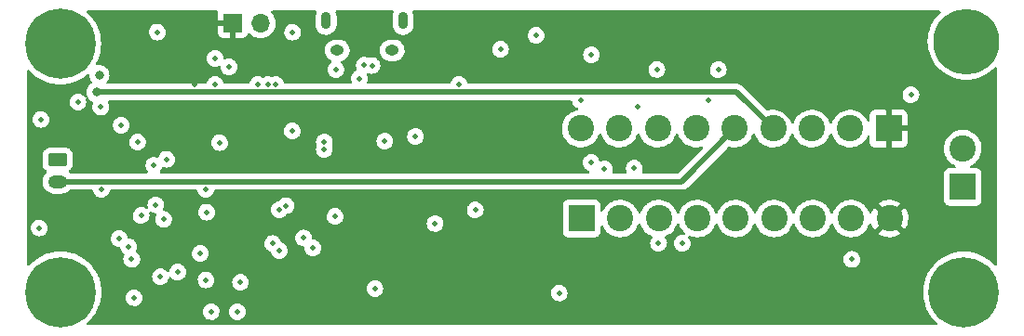
<source format=gbr>
%TF.GenerationSoftware,KiCad,Pcbnew,(6.0.1)*%
%TF.CreationDate,2022-04-25T15:24:58-05:00*%
%TF.ProjectId,Airbrake Controller,41697262-7261-46b6-9520-436f6e74726f,rev?*%
%TF.SameCoordinates,Original*%
%TF.FileFunction,Copper,L3,Inr*%
%TF.FilePolarity,Positive*%
%FSLAX46Y46*%
G04 Gerber Fmt 4.6, Leading zero omitted, Abs format (unit mm)*
G04 Created by KiCad (PCBNEW (6.0.1)) date 2022-04-25 15:24:58*
%MOMM*%
%LPD*%
G01*
G04 APERTURE LIST*
G04 Aperture macros list*
%AMRoundRect*
0 Rectangle with rounded corners*
0 $1 Rounding radius*
0 $2 $3 $4 $5 $6 $7 $8 $9 X,Y pos of 4 corners*
0 Add a 4 corners polygon primitive as box body*
4,1,4,$2,$3,$4,$5,$6,$7,$8,$9,$2,$3,0*
0 Add four circle primitives for the rounded corners*
1,1,$1+$1,$2,$3*
1,1,$1+$1,$4,$5*
1,1,$1+$1,$6,$7*
1,1,$1+$1,$8,$9*
0 Add four rect primitives between the rounded corners*
20,1,$1+$1,$2,$3,$4,$5,0*
20,1,$1+$1,$4,$5,$6,$7,0*
20,1,$1+$1,$6,$7,$8,$9,0*
20,1,$1+$1,$8,$9,$2,$3,0*%
G04 Aperture macros list end*
%TA.AperFunction,ComponentPad*%
%ADD10R,2.400000X2.400000*%
%TD*%
%TA.AperFunction,ComponentPad*%
%ADD11C,2.400000*%
%TD*%
%TA.AperFunction,ComponentPad*%
%ADD12C,0.800000*%
%TD*%
%TA.AperFunction,ComponentPad*%
%ADD13C,6.400000*%
%TD*%
%TA.AperFunction,ComponentPad*%
%ADD14R,1.700000X1.700000*%
%TD*%
%TA.AperFunction,ComponentPad*%
%ADD15O,1.700000X1.700000*%
%TD*%
%TA.AperFunction,ComponentPad*%
%ADD16RoundRect,0.250000X-0.625000X0.350000X-0.625000X-0.350000X0.625000X-0.350000X0.625000X0.350000X0*%
%TD*%
%TA.AperFunction,ComponentPad*%
%ADD17O,1.750000X1.200000*%
%TD*%
%TA.AperFunction,ComponentPad*%
%ADD18C,6.000000*%
%TD*%
%TA.AperFunction,ComponentPad*%
%ADD19O,0.890000X1.550000*%
%TD*%
%TA.AperFunction,ComponentPad*%
%ADD20O,1.250000X0.950000*%
%TD*%
%TA.AperFunction,ViaPad*%
%ADD21C,0.500000*%
%TD*%
%TA.AperFunction,ViaPad*%
%ADD22C,0.800000*%
%TD*%
%TA.AperFunction,Conductor*%
%ADD23C,0.500000*%
%TD*%
G04 APERTURE END LIST*
D10*
%TO.N,GND*%
%TO.C,J5*%
X193013074Y-103511751D03*
D11*
%TO.N,+5V*%
X193013074Y-100011751D03*
%TD*%
D12*
%TO.N,N/C*%
%TO.C,H2*%
X108552362Y-113093895D03*
X113352362Y-113093895D03*
X112649418Y-111396839D03*
X110952362Y-110693895D03*
X110952362Y-115493895D03*
X109255306Y-111396839D03*
X112649418Y-114790951D03*
D13*
X110952362Y-113093895D03*
D12*
X109255306Y-114790951D03*
%TD*%
D14*
%TO.N,+3V3*%
%TO.C,J1*%
X126618406Y-88577368D03*
D15*
%TO.N,/Boot0_pulldown*%
X129158406Y-88577368D03*
%TD*%
D16*
%TO.N,GND*%
%TO.C,J2*%
X110695863Y-101013057D03*
D17*
%TO.N,V_Batt*%
X110695863Y-103013057D03*
%TD*%
D12*
%TO.N,N/C*%
%TO.C,H1*%
X110941341Y-88043383D03*
D13*
X110941341Y-90443383D03*
D12*
X113341341Y-90443383D03*
X110941341Y-92843383D03*
X109244285Y-88746327D03*
X112638397Y-88746327D03*
X108541341Y-90443383D03*
X112638397Y-92140439D03*
X109244285Y-92140439D03*
%TD*%
%TO.N,N/C*%
%TO.C,H3*%
X194924017Y-88639387D03*
X193333027Y-92480377D03*
X195583027Y-90230377D03*
D18*
X193333027Y-90230377D03*
D12*
X191742037Y-88639387D03*
X191742037Y-91821367D03*
X193333027Y-87980377D03*
X191083027Y-90230377D03*
X194924017Y-91821367D03*
%TD*%
%TO.N,N/C*%
%TO.C,H4*%
X190721534Y-113115426D03*
X191424478Y-114812482D03*
X194818590Y-111418370D03*
X195521534Y-113115426D03*
X191424478Y-111418370D03*
X194818590Y-114812482D03*
X193121534Y-110715426D03*
X193121534Y-115515426D03*
D13*
X193121534Y-113115426D03*
%TD*%
D19*
%TO.N,unconnected-(J3-Pad6)*%
%TO.C,J3*%
X142112258Y-88359857D03*
D20*
X136112258Y-91059857D03*
X141112258Y-91059857D03*
D19*
X135112258Y-88359857D03*
%TD*%
D10*
%TO.N,GND*%
%TO.C,J7*%
X158361601Y-106389591D03*
D11*
%TO.N,Extra_Out*%
X161861601Y-106389591D03*
%TO.N,Extra_SDA*%
X165361601Y-106389591D03*
%TO.N,Extra_SCL*%
X168861601Y-106389591D03*
%TO.N,Altus_MOSI*%
X172361601Y-106389591D03*
%TO.N,Altus_MISO*%
X175861601Y-106389591D03*
%TO.N,Altus_SCK*%
X179361601Y-106389591D03*
%TO.N,Altus_CS*%
X182861601Y-106389591D03*
%TO.N,+3V3*%
X186361601Y-106389591D03*
%TD*%
D10*
%TO.N,+3V3*%
%TO.C,J6*%
X186268636Y-98185760D03*
D11*
%TO.N,SWD_IO*%
X182768636Y-98185760D03*
%TO.N,SWD_SCK*%
X179268636Y-98185760D03*
%TO.N,V_Reg*%
X175768636Y-98185760D03*
%TO.N,V_Batt*%
X172268636Y-98185760D03*
%TO.N,Step_EnConn*%
X168768636Y-98185760D03*
%TO.N,Step_DirConn*%
X165268636Y-98185760D03*
%TO.N,Step_PWMConn*%
X161768636Y-98185760D03*
%TO.N,GND*%
X158268636Y-98185760D03*
%TD*%
D21*
%TO.N,+3V3*%
X165307949Y-114462079D03*
X168872947Y-114377198D03*
X132312892Y-109390327D03*
X186355941Y-110215237D03*
X147235532Y-106302131D03*
X117104492Y-114909528D03*
X182924856Y-114446396D03*
X125491434Y-109529481D03*
X130904817Y-114889230D03*
X137828517Y-97498486D03*
X186231217Y-95919453D03*
X120488250Y-97843799D03*
X116115833Y-110440947D03*
D22*
X119627885Y-92944194D03*
D21*
X113291646Y-97406674D03*
X147007781Y-109055856D03*
X123156799Y-94177981D03*
X114055444Y-108749584D03*
%TO.N,/Buzz_NPN*%
X147179259Y-94177981D03*
%TO.N,GND*%
X114659178Y-103712557D03*
X135989899Y-92811316D03*
X188298311Y-95115817D03*
X158245985Y-95576981D03*
X165193430Y-92782836D03*
X154199647Y-89691948D03*
X130840847Y-109308546D03*
X118285822Y-106120073D03*
X125426609Y-99469377D03*
X132060514Y-89393618D03*
X121608119Y-111285680D03*
X170778517Y-92799863D03*
X132023848Y-98397552D03*
X125022533Y-91779760D03*
X109012454Y-107255804D03*
X156309079Y-113186655D03*
X112534907Y-95755608D03*
X125022965Y-94177981D03*
X140448347Y-99343374D03*
X119740615Y-89385853D03*
X123674899Y-109566178D03*
X114615689Y-96228622D03*
X117141916Y-108949442D03*
X145029475Y-106843140D03*
X127324689Y-112217370D03*
X139545764Y-112776634D03*
X116471763Y-97873551D03*
X143235854Y-98893075D03*
X116281365Y-108226213D03*
X124190046Y-111994652D03*
D22*
X114494129Y-93301325D03*
D21*
X124169314Y-103712557D03*
D22*
%TO.N,V_Reg*%
X114226300Y-94877481D03*
D21*
%TO.N,/NRST*%
X120591503Y-100986192D03*
%TO.N,/OSC_IN*%
X117958881Y-99435463D03*
%TO.N,/OSC_OUT*%
X119446816Y-101535101D03*
%TO.N,/VCAP*%
X130254312Y-108681072D03*
%TO.N,3V3A*%
X119622068Y-105144737D03*
%TO.N,/LED_Reg_C*%
X109166281Y-97352213D03*
%TO.N,/Status_LEDC*%
X135922972Y-106204839D03*
%TO.N,Net-(D3-Pad1)*%
X150969272Y-90936241D03*
%TO.N,USB_D-*%
X139279527Y-92432454D03*
X134952070Y-100090042D03*
%TO.N,USB_D+*%
X138580522Y-92406076D03*
X134952070Y-99390539D03*
%TO.N,SWD_IO*%
X159224709Y-101284772D03*
%TO.N,Extra_SDA*%
X165350389Y-108656225D03*
X133071492Y-108167828D03*
X130849421Y-105588182D03*
%TO.N,Extra_SCL*%
X133910407Y-109083214D03*
X167497876Y-108664713D03*
X131474576Y-105218363D03*
%TO.N,Altus_CS*%
X182932969Y-110119083D03*
%TO.N,Step_EN*%
X169859021Y-95576981D03*
X163134226Y-101800799D03*
X160412620Y-101872420D03*
%TO.N,Step_DIR*%
X163457612Y-96211860D03*
%TO.N,Step_PWM*%
X159242546Y-91471582D03*
%TO.N,Flash_CS*%
X124646312Y-114885343D03*
X127020858Y-114889230D03*
X117429822Y-110108349D03*
%TO.N,Buzz_PWM*%
X138126613Y-93624766D03*
%TO.N,ADC_Battery*%
X120329045Y-106471116D03*
%TO.N,Net-(R6-Pad2)*%
X117629800Y-113616355D03*
%TO.N,/Boot0*%
X126298586Y-92569380D03*
%TO.N,Flash_SCK*%
X120043456Y-111711423D03*
X124239450Y-105813996D03*
%TO.N,SD_MOSI*%
X148676247Y-105615992D03*
%TO.N,SD_SCK*%
X130529620Y-94177981D03*
%TO.N,SD_MISO*%
X129824237Y-94177981D03*
%TO.N,SD_CS*%
X128888982Y-94177981D03*
%TD*%
D23*
%TO.N,V_Reg*%
X175768636Y-98185760D02*
X172460357Y-94877481D01*
X172460357Y-94877481D02*
X114226300Y-94877481D01*
%TO.N,V_Batt*%
X172268636Y-98185760D02*
X167441339Y-103013057D01*
X167441339Y-103013057D02*
X110695863Y-103013057D01*
%TD*%
%TA.AperFunction,Conductor*%
%TO.N,+3V3*%
G36*
X125229458Y-87434483D02*
G01*
X125275951Y-87488139D01*
X125286055Y-87558413D01*
X125279319Y-87584711D01*
X125269928Y-87609762D01*
X125266301Y-87625017D01*
X125260775Y-87675882D01*
X125260406Y-87682696D01*
X125260406Y-88305253D01*
X125264881Y-88320492D01*
X125266271Y-88321697D01*
X125273954Y-88323368D01*
X126746406Y-88323368D01*
X126814527Y-88343370D01*
X126861020Y-88397026D01*
X126872406Y-88449368D01*
X126872406Y-89917252D01*
X126876881Y-89932491D01*
X126878271Y-89933696D01*
X126885954Y-89935367D01*
X127513075Y-89935367D01*
X127519896Y-89934997D01*
X127570758Y-89929473D01*
X127586010Y-89925847D01*
X127706460Y-89880692D01*
X127722055Y-89872154D01*
X127824130Y-89795653D01*
X127836691Y-89783092D01*
X127913192Y-89681017D01*
X127921730Y-89665422D01*
X127962631Y-89556320D01*
X128005273Y-89499556D01*
X128071834Y-89474856D01*
X128141183Y-89490064D01*
X128175850Y-89518052D01*
X128201271Y-89547399D01*
X128201275Y-89547403D01*
X128204656Y-89551306D01*
X128376532Y-89694000D01*
X128569406Y-89806706D01*
X128778098Y-89886398D01*
X128783166Y-89887429D01*
X128783169Y-89887430D01*
X128890423Y-89909251D01*
X128997003Y-89930935D01*
X129002178Y-89931125D01*
X129002180Y-89931125D01*
X129215079Y-89938932D01*
X129215083Y-89938932D01*
X129220243Y-89939121D01*
X129225363Y-89938465D01*
X129225365Y-89938465D01*
X129436694Y-89911393D01*
X129436695Y-89911393D01*
X129441822Y-89910736D01*
X129516398Y-89888362D01*
X129650835Y-89848029D01*
X129650840Y-89848027D01*
X129655790Y-89846542D01*
X129856400Y-89748264D01*
X130038266Y-89618541D01*
X130088284Y-89568698D01*
X130119615Y-89537475D01*
X130196502Y-89460857D01*
X130226694Y-89418841D01*
X130252476Y-89382961D01*
X131297289Y-89382961D01*
X131313895Y-89552317D01*
X131316119Y-89559002D01*
X131316119Y-89559003D01*
X131325820Y-89588164D01*
X131367608Y-89713785D01*
X131371255Y-89719807D01*
X131371256Y-89719809D01*
X131450495Y-89850647D01*
X131455760Y-89859341D01*
X131573969Y-89981750D01*
X131592449Y-89993843D01*
X131708249Y-90069620D01*
X131716360Y-90074928D01*
X131722964Y-90077384D01*
X131722966Y-90077385D01*
X131759358Y-90090919D01*
X131875855Y-90134244D01*
X132044529Y-90156750D01*
X132051540Y-90156112D01*
X132051544Y-90156112D01*
X132206976Y-90141966D01*
X132213997Y-90141327D01*
X132220699Y-90139149D01*
X132220701Y-90139149D01*
X132369137Y-90090919D01*
X132369140Y-90090918D01*
X132375836Y-90088742D01*
X132522004Y-90001608D01*
X132527098Y-89996757D01*
X132527102Y-89996754D01*
X132617429Y-89910736D01*
X132645235Y-89884257D01*
X132653277Y-89872154D01*
X132735504Y-89748391D01*
X132739405Y-89742520D01*
X132762664Y-89681291D01*
X153436422Y-89681291D01*
X153453028Y-89850647D01*
X153455252Y-89857332D01*
X153455252Y-89857333D01*
X153464307Y-89884553D01*
X153506741Y-90012115D01*
X153510388Y-90018137D01*
X153510389Y-90018139D01*
X153590990Y-90151226D01*
X153594893Y-90157671D01*
X153713102Y-90280080D01*
X153718998Y-90283938D01*
X153806768Y-90341373D01*
X153855493Y-90373258D01*
X153862097Y-90375714D01*
X153862099Y-90375715D01*
X153898491Y-90389249D01*
X154014988Y-90432574D01*
X154183662Y-90455080D01*
X154190673Y-90454442D01*
X154190677Y-90454442D01*
X154346109Y-90440296D01*
X154353130Y-90439657D01*
X154359832Y-90437479D01*
X154359834Y-90437479D01*
X154508270Y-90389249D01*
X154508273Y-90389248D01*
X154514969Y-90387072D01*
X154661137Y-90299938D01*
X154666231Y-90295087D01*
X154666235Y-90295084D01*
X154737650Y-90227076D01*
X154784368Y-90182587D01*
X154790210Y-90173795D01*
X154845331Y-90090831D01*
X154878538Y-90040850D01*
X154938966Y-89881773D01*
X154962648Y-89713261D01*
X154962946Y-89691948D01*
X154943978Y-89522840D01*
X154923664Y-89464505D01*
X154916807Y-89444815D01*
X154888015Y-89362137D01*
X154882030Y-89352558D01*
X154838967Y-89283645D01*
X154797839Y-89217827D01*
X154677933Y-89097080D01*
X154661686Y-89086769D01*
X154616087Y-89057831D01*
X154534255Y-89005899D01*
X154373947Y-88948816D01*
X154204976Y-88928668D01*
X154197973Y-88929404D01*
X154197972Y-88929404D01*
X154042748Y-88945718D01*
X154042744Y-88945719D01*
X154035740Y-88946455D01*
X154029069Y-88948726D01*
X153881320Y-88999023D01*
X153881317Y-88999024D01*
X153874650Y-89001294D01*
X153868652Y-89004984D01*
X153868650Y-89004985D01*
X153735712Y-89086769D01*
X153735710Y-89086771D01*
X153729713Y-89090460D01*
X153608133Y-89209521D01*
X153604322Y-89215435D01*
X153604320Y-89215437D01*
X153560363Y-89283645D01*
X153515951Y-89352558D01*
X153499565Y-89397579D01*
X153462751Y-89498725D01*
X153457750Y-89512464D01*
X153436422Y-89681291D01*
X132762664Y-89681291D01*
X132799833Y-89583443D01*
X132823515Y-89414931D01*
X132823813Y-89393618D01*
X132804845Y-89224510D01*
X132801686Y-89215437D01*
X132759154Y-89093305D01*
X132748882Y-89063807D01*
X132742897Y-89054228D01*
X132699955Y-88985509D01*
X132658706Y-88919497D01*
X132538800Y-88798750D01*
X132526565Y-88790985D01*
X132438455Y-88735069D01*
X132395122Y-88707569D01*
X132234814Y-88650486D01*
X132065843Y-88630338D01*
X132058840Y-88631074D01*
X132058839Y-88631074D01*
X131903615Y-88647388D01*
X131903611Y-88647389D01*
X131896607Y-88648125D01*
X131889936Y-88650396D01*
X131742187Y-88700693D01*
X131742184Y-88700694D01*
X131735517Y-88702964D01*
X131729519Y-88706654D01*
X131729517Y-88706655D01*
X131596579Y-88788439D01*
X131596577Y-88788441D01*
X131590580Y-88792130D01*
X131547575Y-88834244D01*
X131492004Y-88888664D01*
X131469000Y-88911191D01*
X131465189Y-88917105D01*
X131465187Y-88917107D01*
X131410932Y-89001294D01*
X131376818Y-89054228D01*
X131343888Y-89144703D01*
X131322089Y-89204596D01*
X131318617Y-89214134D01*
X131297289Y-89382961D01*
X130252476Y-89382961D01*
X130323841Y-89283645D01*
X130326859Y-89279445D01*
X130350551Y-89231509D01*
X130423542Y-89083821D01*
X130423543Y-89083819D01*
X130425836Y-89079179D01*
X130475870Y-88914498D01*
X130489271Y-88870391D01*
X130489271Y-88870389D01*
X130490776Y-88865437D01*
X130519935Y-88643958D01*
X130520041Y-88639623D01*
X130521480Y-88580733D01*
X130521480Y-88580729D01*
X130521562Y-88577368D01*
X130503258Y-88354729D01*
X130448837Y-88138070D01*
X130359760Y-87933208D01*
X130301718Y-87843489D01*
X130241228Y-87749985D01*
X130241226Y-87749982D01*
X130238420Y-87745645D01*
X130228007Y-87734201D01*
X130128898Y-87625281D01*
X130097846Y-87561435D01*
X130106241Y-87490936D01*
X130151417Y-87436168D01*
X130222091Y-87414481D01*
X134147778Y-87414481D01*
X134215899Y-87434483D01*
X134262392Y-87488139D01*
X134272496Y-87558413D01*
X134263415Y-87590521D01*
X134201239Y-87734201D01*
X134201237Y-87734208D01*
X134198704Y-87740061D01*
X134159091Y-87929675D01*
X134158758Y-87936029D01*
X134158758Y-88738265D01*
X134159081Y-88741444D01*
X134172179Y-88870391D01*
X134173416Y-88882573D01*
X134231343Y-89067418D01*
X134325255Y-89236839D01*
X134329411Y-89241687D01*
X134329411Y-89241688D01*
X134430114Y-89359180D01*
X134451315Y-89383916D01*
X134456365Y-89387833D01*
X134599325Y-89498725D01*
X134599328Y-89498727D01*
X134604374Y-89502641D01*
X134778181Y-89588164D01*
X134784351Y-89589771D01*
X134784356Y-89589773D01*
X134959452Y-89635382D01*
X134959455Y-89635382D01*
X134965634Y-89636992D01*
X135056320Y-89641745D01*
X135152695Y-89646796D01*
X135152699Y-89646796D01*
X135159076Y-89647130D01*
X135328291Y-89621539D01*
X135344293Y-89619119D01*
X135344294Y-89619119D01*
X135350607Y-89618164D01*
X135356595Y-89615961D01*
X135356598Y-89615960D01*
X135448170Y-89582267D01*
X135532400Y-89551276D01*
X135537816Y-89547918D01*
X135537820Y-89547916D01*
X135691608Y-89452564D01*
X135691612Y-89452561D01*
X135697031Y-89449201D01*
X135799228Y-89352558D01*
X135833134Y-89320495D01*
X135833135Y-89320494D01*
X135837775Y-89316106D01*
X135948881Y-89157430D01*
X136025812Y-88979653D01*
X136050745Y-88860307D01*
X136064434Y-88794784D01*
X136064434Y-88794780D01*
X136065425Y-88790039D01*
X136065758Y-88783685D01*
X136065758Y-87981449D01*
X136051100Y-87837141D01*
X135993173Y-87652296D01*
X135965052Y-87601565D01*
X135949521Y-87532291D01*
X135973909Y-87465614D01*
X136030473Y-87422707D01*
X136075255Y-87414481D01*
X141147778Y-87414481D01*
X141215899Y-87434483D01*
X141262392Y-87488139D01*
X141272496Y-87558413D01*
X141263415Y-87590521D01*
X141201239Y-87734201D01*
X141201237Y-87734208D01*
X141198704Y-87740061D01*
X141159091Y-87929675D01*
X141158758Y-87936029D01*
X141158758Y-88738265D01*
X141159081Y-88741444D01*
X141172179Y-88870391D01*
X141173416Y-88882573D01*
X141231343Y-89067418D01*
X141325255Y-89236839D01*
X141329411Y-89241687D01*
X141329411Y-89241688D01*
X141430114Y-89359180D01*
X141451315Y-89383916D01*
X141456365Y-89387833D01*
X141599325Y-89498725D01*
X141599328Y-89498727D01*
X141604374Y-89502641D01*
X141778181Y-89588164D01*
X141784351Y-89589771D01*
X141784356Y-89589773D01*
X141959452Y-89635382D01*
X141959455Y-89635382D01*
X141965634Y-89636992D01*
X142056320Y-89641745D01*
X142152695Y-89646796D01*
X142152699Y-89646796D01*
X142159076Y-89647130D01*
X142328291Y-89621539D01*
X142344293Y-89619119D01*
X142344294Y-89619119D01*
X142350607Y-89618164D01*
X142356595Y-89615961D01*
X142356598Y-89615960D01*
X142448170Y-89582267D01*
X142532400Y-89551276D01*
X142537816Y-89547918D01*
X142537820Y-89547916D01*
X142691608Y-89452564D01*
X142691612Y-89452561D01*
X142697031Y-89449201D01*
X142799228Y-89352558D01*
X142833134Y-89320495D01*
X142833135Y-89320494D01*
X142837775Y-89316106D01*
X142948881Y-89157430D01*
X143025812Y-88979653D01*
X143050745Y-88860307D01*
X143064434Y-88794784D01*
X143064434Y-88794780D01*
X143065425Y-88790039D01*
X143065758Y-88783685D01*
X143065758Y-87981449D01*
X143051100Y-87837141D01*
X142993173Y-87652296D01*
X142965052Y-87601565D01*
X142949521Y-87532291D01*
X142973909Y-87465614D01*
X143030473Y-87422707D01*
X143075255Y-87414481D01*
X190882964Y-87414481D01*
X190951085Y-87434483D01*
X190997578Y-87488139D01*
X191007682Y-87558413D01*
X190978188Y-87622993D01*
X190972059Y-87629576D01*
X190722125Y-87879510D01*
X190490695Y-88165302D01*
X190290407Y-88473720D01*
X190288912Y-88476654D01*
X190288908Y-88476661D01*
X190130049Y-88788439D01*
X190123454Y-88801383D01*
X190072958Y-88932930D01*
X190008029Y-89102077D01*
X189991666Y-89144703D01*
X189896486Y-89499918D01*
X189877223Y-89621539D01*
X189839987Y-89856640D01*
X189838958Y-89863136D01*
X189819712Y-90230377D01*
X189838958Y-90597618D01*
X189839471Y-90600858D01*
X189839472Y-90600866D01*
X189865915Y-90767819D01*
X189896486Y-90960836D01*
X189991666Y-91316051D01*
X190123454Y-91659371D01*
X190124952Y-91662311D01*
X190286573Y-91979509D01*
X190290407Y-91987034D01*
X190292203Y-91989800D01*
X190292205Y-91989803D01*
X190398116Y-92152892D01*
X190490695Y-92295452D01*
X190722125Y-92581244D01*
X190982160Y-92841279D01*
X191267952Y-93072709D01*
X191270727Y-93074511D01*
X191573319Y-93271016D01*
X191576369Y-93272997D01*
X191579303Y-93274492D01*
X191579310Y-93274496D01*
X191889388Y-93432488D01*
X191904033Y-93439950D01*
X192049296Y-93495711D01*
X192224577Y-93562995D01*
X192247353Y-93571738D01*
X192602568Y-93666918D01*
X192752274Y-93690629D01*
X192962538Y-93723932D01*
X192962546Y-93723933D01*
X192965786Y-93724446D01*
X193333027Y-93743692D01*
X193700268Y-93724446D01*
X193703508Y-93723933D01*
X193703516Y-93723932D01*
X193913780Y-93690629D01*
X194063486Y-93666918D01*
X194418701Y-93571738D01*
X194441478Y-93562995D01*
X194616758Y-93495711D01*
X194762021Y-93439950D01*
X194776666Y-93432488D01*
X195086744Y-93274496D01*
X195086751Y-93274492D01*
X195089685Y-93272997D01*
X195092736Y-93271016D01*
X195395327Y-93074511D01*
X195398102Y-93072709D01*
X195683894Y-92841279D01*
X195921226Y-92603947D01*
X195983538Y-92569921D01*
X196054353Y-92574986D01*
X196111189Y-92617533D01*
X196136000Y-92684053D01*
X196136321Y-92693042D01*
X196136321Y-110589701D01*
X196116319Y-110657822D01*
X196062663Y-110704315D01*
X195992389Y-110714419D01*
X195927809Y-110684925D01*
X195912401Y-110668995D01*
X195883351Y-110633121D01*
X195883341Y-110633110D01*
X195881268Y-110630550D01*
X195606410Y-110355692D01*
X195582708Y-110336498D01*
X195357725Y-110154310D01*
X195304327Y-110111069D01*
X195216567Y-110054077D01*
X194981098Y-109901162D01*
X194981095Y-109901160D01*
X194978329Y-109899364D01*
X194975395Y-109897869D01*
X194975388Y-109897865D01*
X194634927Y-109724392D01*
X194631987Y-109722894D01*
X194407330Y-109636656D01*
X194272186Y-109584779D01*
X194272184Y-109584778D01*
X194269096Y-109583593D01*
X193893633Y-109482988D01*
X193667338Y-109447146D01*
X193512958Y-109422694D01*
X193512950Y-109422693D01*
X193509710Y-109422180D01*
X193121534Y-109401837D01*
X192733358Y-109422180D01*
X192730118Y-109422693D01*
X192730110Y-109422694D01*
X192575730Y-109447146D01*
X192349435Y-109482988D01*
X191973972Y-109583593D01*
X191970884Y-109584778D01*
X191970882Y-109584779D01*
X191835738Y-109636656D01*
X191611081Y-109722894D01*
X191608141Y-109724392D01*
X191267681Y-109897865D01*
X191267674Y-109897869D01*
X191264740Y-109899364D01*
X191261974Y-109901160D01*
X191261971Y-109901162D01*
X190999398Y-110071678D01*
X190938741Y-110111069D01*
X190885343Y-110154310D01*
X190660361Y-110336498D01*
X190636658Y-110355692D01*
X190361800Y-110630550D01*
X190359728Y-110633108D01*
X190359725Y-110633112D01*
X190283637Y-110727073D01*
X190117177Y-110932633D01*
X190115382Y-110935396D01*
X190115382Y-110935397D01*
X189910091Y-111251520D01*
X189905472Y-111258632D01*
X189903977Y-111261566D01*
X189903973Y-111261573D01*
X189773245Y-111518141D01*
X189729002Y-111604973D01*
X189689539Y-111707778D01*
X189615273Y-111901248D01*
X189589701Y-111967864D01*
X189489096Y-112343327D01*
X189467541Y-112479420D01*
X189430566Y-112712868D01*
X189428288Y-112727250D01*
X189407945Y-113115426D01*
X189428288Y-113503602D01*
X189428801Y-113506842D01*
X189428802Y-113506850D01*
X189445523Y-113612417D01*
X189489096Y-113887525D01*
X189589701Y-114262988D01*
X189590886Y-114266076D01*
X189590887Y-114266078D01*
X189603955Y-114300122D01*
X189729002Y-114625879D01*
X189730500Y-114628819D01*
X189893003Y-114947748D01*
X189905472Y-114972220D01*
X189907268Y-114974986D01*
X189907270Y-114974989D01*
X189967794Y-115068188D01*
X190117177Y-115298219D01*
X190183296Y-115379869D01*
X190348886Y-115584354D01*
X190361800Y-115600302D01*
X190636658Y-115875160D01*
X190673541Y-115905027D01*
X190713892Y-115963440D01*
X190716258Y-116034398D01*
X190679885Y-116095369D01*
X190616323Y-116126998D01*
X190594246Y-116128947D01*
X113453062Y-116128947D01*
X113384941Y-116108945D01*
X113338448Y-116055289D01*
X113328344Y-115985015D01*
X113357838Y-115920435D01*
X113373767Y-115905027D01*
X113434676Y-115855704D01*
X113434680Y-115855701D01*
X113437238Y-115853629D01*
X113712096Y-115578771D01*
X113718762Y-115570540D01*
X113834407Y-115427730D01*
X113956719Y-115276688D01*
X114087587Y-115075168D01*
X114166626Y-114953458D01*
X114166628Y-114953455D01*
X114168424Y-114950689D01*
X114186888Y-114914453D01*
X114207150Y-114874686D01*
X123883087Y-114874686D01*
X123899693Y-115044042D01*
X123953406Y-115205510D01*
X123957053Y-115211532D01*
X123957054Y-115211534D01*
X124009553Y-115298219D01*
X124041558Y-115351066D01*
X124159767Y-115473475D01*
X124201561Y-115500824D01*
X124285133Y-115555512D01*
X124302158Y-115566653D01*
X124308762Y-115569109D01*
X124308764Y-115569110D01*
X124340058Y-115580748D01*
X124461653Y-115625969D01*
X124630327Y-115648475D01*
X124637338Y-115647837D01*
X124637342Y-115647837D01*
X124792774Y-115633691D01*
X124799795Y-115633052D01*
X124806497Y-115630874D01*
X124806499Y-115630874D01*
X124954935Y-115582644D01*
X124954938Y-115582643D01*
X124961634Y-115580467D01*
X125107802Y-115493333D01*
X125112896Y-115488482D01*
X125112900Y-115488479D01*
X125180145Y-115424442D01*
X125231033Y-115375982D01*
X125249007Y-115348930D01*
X125278118Y-115305114D01*
X125325203Y-115234245D01*
X125385631Y-115075168D01*
X125409313Y-114906656D01*
X125409611Y-114885343D01*
X125408852Y-114878573D01*
X126257633Y-114878573D01*
X126274239Y-115047929D01*
X126327952Y-115209397D01*
X126331599Y-115215419D01*
X126331600Y-115215421D01*
X126381745Y-115298219D01*
X126416104Y-115354953D01*
X126534313Y-115477362D01*
X126676704Y-115570540D01*
X126683308Y-115572996D01*
X126683310Y-115572997D01*
X126719702Y-115586531D01*
X126836199Y-115629856D01*
X127004873Y-115652362D01*
X127011884Y-115651724D01*
X127011888Y-115651724D01*
X127167320Y-115637578D01*
X127174341Y-115636939D01*
X127181043Y-115634761D01*
X127181045Y-115634761D01*
X127329481Y-115586531D01*
X127329484Y-115586530D01*
X127336180Y-115584354D01*
X127482348Y-115497220D01*
X127487442Y-115492369D01*
X127487446Y-115492366D01*
X127554691Y-115428329D01*
X127605579Y-115379869D01*
X127612063Y-115370111D01*
X127695848Y-115244003D01*
X127699749Y-115238132D01*
X127760177Y-115079055D01*
X127783859Y-114910543D01*
X127784157Y-114889230D01*
X127765189Y-114720122D01*
X127709226Y-114559419D01*
X127704950Y-114552575D01*
X127681278Y-114514694D01*
X127619050Y-114415109D01*
X127499144Y-114294362D01*
X127493020Y-114290475D01*
X127381166Y-114219491D01*
X127355466Y-114203181D01*
X127195158Y-114146098D01*
X127026187Y-114125950D01*
X127019184Y-114126686D01*
X127019183Y-114126686D01*
X126863959Y-114143000D01*
X126863955Y-114143001D01*
X126856951Y-114143737D01*
X126850280Y-114146008D01*
X126702531Y-114196305D01*
X126702528Y-114196306D01*
X126695861Y-114198576D01*
X126689863Y-114202266D01*
X126689861Y-114202267D01*
X126556923Y-114284051D01*
X126556921Y-114284053D01*
X126550924Y-114287742D01*
X126429344Y-114406803D01*
X126337162Y-114549840D01*
X126278961Y-114709746D01*
X126257633Y-114878573D01*
X125408852Y-114878573D01*
X125390643Y-114716235D01*
X125334680Y-114555532D01*
X125328695Y-114545953D01*
X125306732Y-114510807D01*
X125244504Y-114411222D01*
X125212357Y-114378849D01*
X125186576Y-114352888D01*
X125124598Y-114290475D01*
X125114476Y-114284051D01*
X125012745Y-114219491D01*
X124980920Y-114199294D01*
X124820612Y-114142211D01*
X124651641Y-114122063D01*
X124644638Y-114122799D01*
X124644637Y-114122799D01*
X124489413Y-114139113D01*
X124489409Y-114139114D01*
X124482405Y-114139850D01*
X124475734Y-114142121D01*
X124327985Y-114192418D01*
X124327982Y-114192419D01*
X124321315Y-114194689D01*
X124315317Y-114198379D01*
X124315315Y-114198380D01*
X124182377Y-114280164D01*
X124182375Y-114280166D01*
X124176378Y-114283855D01*
X124054798Y-114402916D01*
X124050987Y-114408830D01*
X124050985Y-114408832D01*
X124049445Y-114411222D01*
X123962616Y-114545953D01*
X123904415Y-114705859D01*
X123883087Y-114874686D01*
X114207150Y-114874686D01*
X114343396Y-114607288D01*
X114344894Y-114604348D01*
X114461676Y-114300122D01*
X114483009Y-114244547D01*
X114483010Y-114244545D01*
X114484195Y-114241457D01*
X114584800Y-113865994D01*
X114626027Y-113605698D01*
X116866575Y-113605698D01*
X116883181Y-113775054D01*
X116936894Y-113936522D01*
X116940541Y-113942544D01*
X116940542Y-113942546D01*
X116954297Y-113965257D01*
X117025046Y-114082078D01*
X117143255Y-114204487D01*
X117149151Y-114208345D01*
X117274830Y-114290587D01*
X117285646Y-114297665D01*
X117292250Y-114300121D01*
X117292252Y-114300122D01*
X117328644Y-114313656D01*
X117445141Y-114356981D01*
X117613815Y-114379487D01*
X117620826Y-114378849D01*
X117620830Y-114378849D01*
X117776262Y-114364703D01*
X117783283Y-114364064D01*
X117789985Y-114361886D01*
X117789987Y-114361886D01*
X117938423Y-114313656D01*
X117938426Y-114313655D01*
X117945122Y-114311479D01*
X118091290Y-114224345D01*
X118096384Y-114219494D01*
X118096388Y-114219491D01*
X118180019Y-114139850D01*
X118214521Y-114106994D01*
X118308691Y-113965257D01*
X118369119Y-113806180D01*
X118392801Y-113637668D01*
X118393099Y-113616355D01*
X118374131Y-113447247D01*
X118318168Y-113286544D01*
X118312183Y-113276965D01*
X118271511Y-113211878D01*
X118227992Y-113142234D01*
X118217241Y-113131407D01*
X118113048Y-113026484D01*
X118108086Y-113021487D01*
X118091839Y-113011176D01*
X118008040Y-112957996D01*
X117964408Y-112930306D01*
X117804100Y-112873223D01*
X117635129Y-112853075D01*
X117628126Y-112853811D01*
X117628125Y-112853811D01*
X117472901Y-112870125D01*
X117472897Y-112870126D01*
X117465893Y-112870862D01*
X117459222Y-112873133D01*
X117311473Y-112923430D01*
X117311470Y-112923431D01*
X117304803Y-112925701D01*
X117298805Y-112929391D01*
X117298803Y-112929392D01*
X117165865Y-113011176D01*
X117165863Y-113011178D01*
X117159866Y-113014867D01*
X117154833Y-113019796D01*
X117046856Y-113125536D01*
X117038286Y-113133928D01*
X117034475Y-113139842D01*
X117034473Y-113139844D01*
X116965144Y-113247421D01*
X116946104Y-113276965D01*
X116887903Y-113436871D01*
X116866575Y-113605698D01*
X114626027Y-113605698D01*
X114640734Y-113512846D01*
X114645094Y-113485319D01*
X114645095Y-113485311D01*
X114645608Y-113482071D01*
X114665951Y-113093895D01*
X114645608Y-112705719D01*
X114642827Y-112688157D01*
X114617094Y-112525688D01*
X114584800Y-112321796D01*
X114484195Y-111946333D01*
X114466889Y-111901248D01*
X114392622Y-111707778D01*
X114389930Y-111700766D01*
X119280231Y-111700766D01*
X119296837Y-111870122D01*
X119299061Y-111876807D01*
X119299061Y-111876808D01*
X119301654Y-111884602D01*
X119350550Y-112031590D01*
X119354197Y-112037612D01*
X119354198Y-112037614D01*
X119386279Y-112090585D01*
X119438702Y-112177146D01*
X119556911Y-112299555D01*
X119590899Y-112321796D01*
X119673837Y-112376069D01*
X119699302Y-112392733D01*
X119705906Y-112395189D01*
X119705908Y-112395190D01*
X119738189Y-112407195D01*
X119858797Y-112452049D01*
X120027471Y-112474555D01*
X120034482Y-112473917D01*
X120034486Y-112473917D01*
X120189918Y-112459771D01*
X120196939Y-112459132D01*
X120203641Y-112456954D01*
X120203643Y-112456954D01*
X120352079Y-112408724D01*
X120352082Y-112408723D01*
X120358778Y-112406547D01*
X120504946Y-112319413D01*
X120510040Y-112314562D01*
X120510044Y-112314559D01*
X120593866Y-112234736D01*
X120628177Y-112202062D01*
X120639861Y-112184477D01*
X120675262Y-112131194D01*
X120722347Y-112060325D01*
X120782775Y-111901248D01*
X120793229Y-111826858D01*
X120822516Y-111762184D01*
X120882120Y-111723611D01*
X120953116Y-111723384D01*
X121008640Y-111756866D01*
X121027426Y-111776319D01*
X121121574Y-111873812D01*
X121138063Y-111884602D01*
X121237276Y-111949525D01*
X121263965Y-111966990D01*
X121270569Y-111969446D01*
X121270571Y-111969447D01*
X121328544Y-111991007D01*
X121423460Y-112026306D01*
X121592134Y-112048812D01*
X121599145Y-112048174D01*
X121599149Y-112048174D01*
X121754581Y-112034028D01*
X121761602Y-112033389D01*
X121768304Y-112031211D01*
X121768306Y-112031211D01*
X121913621Y-111983995D01*
X123426821Y-111983995D01*
X123443427Y-112153351D01*
X123445651Y-112160036D01*
X123445651Y-112160037D01*
X123459631Y-112202062D01*
X123497140Y-112314819D01*
X123500787Y-112320841D01*
X123500788Y-112320843D01*
X123580250Y-112452049D01*
X123585292Y-112460375D01*
X123703501Y-112582784D01*
X123845892Y-112675962D01*
X123852496Y-112678418D01*
X123852498Y-112678419D01*
X123888890Y-112691953D01*
X124005387Y-112735278D01*
X124174061Y-112757784D01*
X124181072Y-112757146D01*
X124181076Y-112757146D01*
X124336508Y-112743000D01*
X124343529Y-112742361D01*
X124350231Y-112740183D01*
X124350233Y-112740183D01*
X124498669Y-112691953D01*
X124498672Y-112691952D01*
X124505368Y-112689776D01*
X124651536Y-112602642D01*
X124656630Y-112597791D01*
X124656634Y-112597788D01*
X124754716Y-112504385D01*
X124774767Y-112485291D01*
X124791723Y-112459771D01*
X124865036Y-112349425D01*
X124868937Y-112343554D01*
X124920918Y-112206713D01*
X126561464Y-112206713D01*
X126578070Y-112376069D01*
X126580294Y-112382754D01*
X126580294Y-112382755D01*
X126594051Y-112424111D01*
X126631783Y-112537537D01*
X126635430Y-112543559D01*
X126635431Y-112543561D01*
X126713280Y-112672104D01*
X126719935Y-112683093D01*
X126838144Y-112805502D01*
X126844040Y-112809360D01*
X126941633Y-112873223D01*
X126980535Y-112898680D01*
X126987139Y-112901136D01*
X126987141Y-112901137D01*
X127023533Y-112914671D01*
X127140030Y-112957996D01*
X127308704Y-112980502D01*
X127315715Y-112979864D01*
X127315719Y-112979864D01*
X127471151Y-112965718D01*
X127478172Y-112965079D01*
X127484874Y-112962901D01*
X127484876Y-112962901D01*
X127633312Y-112914671D01*
X127633315Y-112914670D01*
X127640011Y-112912494D01*
X127786179Y-112825360D01*
X127791273Y-112820509D01*
X127791277Y-112820506D01*
X127848538Y-112765977D01*
X138782539Y-112765977D01*
X138799145Y-112935333D01*
X138852858Y-113096801D01*
X138856505Y-113102823D01*
X138856506Y-113102825D01*
X138907276Y-113186655D01*
X138941010Y-113242357D01*
X139059219Y-113364766D01*
X139201610Y-113457944D01*
X139208214Y-113460400D01*
X139208216Y-113460401D01*
X139266485Y-113482071D01*
X139361105Y-113517260D01*
X139529779Y-113539766D01*
X139536790Y-113539128D01*
X139536794Y-113539128D01*
X139692226Y-113524982D01*
X139699247Y-113524343D01*
X139705949Y-113522165D01*
X139705951Y-113522165D01*
X139854387Y-113473935D01*
X139854390Y-113473934D01*
X139861086Y-113471758D01*
X140007254Y-113384624D01*
X140012348Y-113379773D01*
X140012352Y-113379770D01*
X140110248Y-113286544D01*
X140130485Y-113267273D01*
X140191128Y-113175998D01*
X155545854Y-113175998D01*
X155562460Y-113345354D01*
X155564684Y-113352039D01*
X155564684Y-113352040D01*
X155568917Y-113364766D01*
X155616173Y-113506822D01*
X155619820Y-113512844D01*
X155619821Y-113512846D01*
X155684908Y-113620316D01*
X155704325Y-113652378D01*
X155822534Y-113774787D01*
X155845463Y-113789791D01*
X155956930Y-113862733D01*
X155964925Y-113867965D01*
X155971529Y-113870421D01*
X155971531Y-113870422D01*
X156007923Y-113883956D01*
X156124420Y-113927281D01*
X156293094Y-113949787D01*
X156300105Y-113949149D01*
X156300109Y-113949149D01*
X156455541Y-113935003D01*
X156462562Y-113934364D01*
X156469264Y-113932186D01*
X156469266Y-113932186D01*
X156617702Y-113883956D01*
X156617705Y-113883955D01*
X156624401Y-113881779D01*
X156770569Y-113794645D01*
X156775663Y-113789794D01*
X156775667Y-113789791D01*
X156842912Y-113725754D01*
X156893800Y-113677294D01*
X156920128Y-113637668D01*
X156984069Y-113541428D01*
X156987970Y-113535557D01*
X157048398Y-113376480D01*
X157072080Y-113207968D01*
X157072378Y-113186655D01*
X157053410Y-113017547D01*
X157040510Y-112980502D01*
X157015571Y-112908888D01*
X156997447Y-112856844D01*
X156991462Y-112847265D01*
X156949801Y-112780595D01*
X156907271Y-112712534D01*
X156900504Y-112705719D01*
X156849343Y-112654200D01*
X156787365Y-112591787D01*
X156771118Y-112581476D01*
X156691350Y-112530854D01*
X156643687Y-112500606D01*
X156483379Y-112443523D01*
X156314408Y-112423375D01*
X156307405Y-112424111D01*
X156307404Y-112424111D01*
X156152180Y-112440425D01*
X156152176Y-112440426D01*
X156145172Y-112441162D01*
X156138501Y-112443433D01*
X155990752Y-112493730D01*
X155990749Y-112493731D01*
X155984082Y-112496001D01*
X155978084Y-112499691D01*
X155978082Y-112499692D01*
X155845144Y-112581476D01*
X155845142Y-112581478D01*
X155839145Y-112585167D01*
X155819771Y-112604140D01*
X155745298Y-112677070D01*
X155717565Y-112704228D01*
X155713754Y-112710142D01*
X155713752Y-112710144D01*
X155649811Y-112809360D01*
X155625383Y-112847265D01*
X155605775Y-112901137D01*
X155585975Y-112955539D01*
X155567182Y-113007171D01*
X155545854Y-113175998D01*
X140191128Y-113175998D01*
X140224655Y-113125536D01*
X140285083Y-112966459D01*
X140308765Y-112797947D01*
X140309063Y-112776634D01*
X140290095Y-112607526D01*
X140283300Y-112588012D01*
X140247528Y-112485291D01*
X140234132Y-112446823D01*
X140228147Y-112437244D01*
X140189919Y-112376069D01*
X140143956Y-112302513D01*
X140024050Y-112181766D01*
X140017324Y-112177497D01*
X139968231Y-112146342D01*
X139880372Y-112090585D01*
X139720064Y-112033502D01*
X139551093Y-112013354D01*
X139544090Y-112014090D01*
X139544089Y-112014090D01*
X139388865Y-112030404D01*
X139388861Y-112030405D01*
X139381857Y-112031141D01*
X139375186Y-112033412D01*
X139227437Y-112083709D01*
X139227434Y-112083710D01*
X139220767Y-112085980D01*
X139214769Y-112089670D01*
X139214767Y-112089671D01*
X139081829Y-112171455D01*
X139081827Y-112171457D01*
X139075830Y-112175146D01*
X138954250Y-112294207D01*
X138950439Y-112300121D01*
X138950437Y-112300123D01*
X138865885Y-112431321D01*
X138862068Y-112437244D01*
X138853869Y-112459771D01*
X138807692Y-112586642D01*
X138803867Y-112597150D01*
X138782539Y-112765977D01*
X127848538Y-112765977D01*
X127879796Y-112736210D01*
X127909410Y-112708009D01*
X127915195Y-112699303D01*
X127977021Y-112606246D01*
X128003580Y-112566272D01*
X128064008Y-112407195D01*
X128087690Y-112238683D01*
X128087988Y-112217370D01*
X128069020Y-112048262D01*
X128060519Y-112023849D01*
X128032448Y-111943243D01*
X128013057Y-111887559D01*
X128007072Y-111877980D01*
X127970147Y-111818890D01*
X127922881Y-111743249D01*
X127802975Y-111622502D01*
X127786728Y-111612191D01*
X127736794Y-111580502D01*
X127659297Y-111531321D01*
X127498989Y-111474238D01*
X127330018Y-111454090D01*
X127323015Y-111454826D01*
X127323014Y-111454826D01*
X127167790Y-111471140D01*
X127167786Y-111471141D01*
X127160782Y-111471877D01*
X127154111Y-111474148D01*
X127006362Y-111524445D01*
X127006359Y-111524446D01*
X126999692Y-111526716D01*
X126993694Y-111530406D01*
X126993692Y-111530407D01*
X126860754Y-111612191D01*
X126860752Y-111612193D01*
X126854755Y-111615882D01*
X126829664Y-111640453D01*
X126744979Y-111723384D01*
X126733175Y-111734943D01*
X126729364Y-111740857D01*
X126729362Y-111740859D01*
X126670275Y-111832543D01*
X126640993Y-111877980D01*
X126638583Y-111884602D01*
X126585222Y-112031211D01*
X126582792Y-112037886D01*
X126561464Y-112206713D01*
X124920918Y-112206713D01*
X124929365Y-112184477D01*
X124953047Y-112015965D01*
X124953345Y-111994652D01*
X124934377Y-111825544D01*
X124878414Y-111664841D01*
X124872429Y-111655262D01*
X124829477Y-111586527D01*
X124788238Y-111520531D01*
X124668332Y-111399784D01*
X124652085Y-111389473D01*
X124613452Y-111364956D01*
X124524654Y-111308603D01*
X124364346Y-111251520D01*
X124195375Y-111231372D01*
X124188372Y-111232108D01*
X124188371Y-111232108D01*
X124033147Y-111248422D01*
X124033143Y-111248423D01*
X124026139Y-111249159D01*
X124019468Y-111251430D01*
X123871719Y-111301727D01*
X123871716Y-111301728D01*
X123865049Y-111303998D01*
X123859051Y-111307688D01*
X123859049Y-111307689D01*
X123726111Y-111389473D01*
X123726109Y-111389475D01*
X123720112Y-111393164D01*
X123598532Y-111512225D01*
X123594721Y-111518139D01*
X123594719Y-111518141D01*
X123524242Y-111627499D01*
X123506350Y-111655262D01*
X123448149Y-111815168D01*
X123426821Y-111983995D01*
X121913621Y-111983995D01*
X121916742Y-111982981D01*
X121916745Y-111982980D01*
X121923441Y-111980804D01*
X122069609Y-111893670D01*
X122074703Y-111888819D01*
X122074707Y-111888816D01*
X122158995Y-111808549D01*
X122192840Y-111776319D01*
X122202232Y-111762184D01*
X122266906Y-111664841D01*
X122287010Y-111634582D01*
X122347438Y-111475505D01*
X122371120Y-111306993D01*
X122371418Y-111285680D01*
X122352450Y-111116572D01*
X122348854Y-111106244D01*
X122300522Y-110967457D01*
X122296487Y-110955869D01*
X122292181Y-110948977D01*
X122250462Y-110882215D01*
X122206311Y-110811559D01*
X122194701Y-110799867D01*
X122111754Y-110716339D01*
X122086405Y-110690812D01*
X122070158Y-110680501D01*
X122031525Y-110655984D01*
X121942727Y-110599631D01*
X121782419Y-110542548D01*
X121613448Y-110522400D01*
X121606445Y-110523136D01*
X121606444Y-110523136D01*
X121451220Y-110539450D01*
X121451216Y-110539451D01*
X121444212Y-110540187D01*
X121437541Y-110542458D01*
X121289792Y-110592755D01*
X121289789Y-110592756D01*
X121283122Y-110595026D01*
X121277124Y-110598716D01*
X121277122Y-110598717D01*
X121144184Y-110680501D01*
X121144182Y-110680503D01*
X121138185Y-110684192D01*
X121094397Y-110727073D01*
X121027978Y-110792116D01*
X121016605Y-110803253D01*
X121012794Y-110809167D01*
X121012792Y-110809169D01*
X120933224Y-110932633D01*
X120924423Y-110946290D01*
X120866222Y-111106196D01*
X120858492Y-111167383D01*
X120830112Y-111232455D01*
X120771052Y-111271857D01*
X120700066Y-111273074D01*
X120641879Y-111237073D01*
X120641648Y-111237302D01*
X120640690Y-111236337D01*
X120640689Y-111236337D01*
X120636588Y-111232206D01*
X120526704Y-111121552D01*
X120521742Y-111116555D01*
X120505495Y-111106244D01*
X120466862Y-111081727D01*
X120378064Y-111025374D01*
X120217756Y-110968291D01*
X120048785Y-110948143D01*
X120041782Y-110948879D01*
X120041781Y-110948879D01*
X119886557Y-110965193D01*
X119886553Y-110965194D01*
X119879549Y-110965930D01*
X119872878Y-110968201D01*
X119725129Y-111018498D01*
X119725126Y-111018499D01*
X119718459Y-111020769D01*
X119712461Y-111024459D01*
X119712459Y-111024460D01*
X119579521Y-111106244D01*
X119579519Y-111106246D01*
X119573522Y-111109935D01*
X119451942Y-111228996D01*
X119448131Y-111234910D01*
X119448129Y-111234912D01*
X119403606Y-111303998D01*
X119359760Y-111372033D01*
X119347841Y-111404781D01*
X119304287Y-111524445D01*
X119301559Y-111531939D01*
X119280231Y-111700766D01*
X114389930Y-111700766D01*
X114344894Y-111583442D01*
X114323939Y-111542315D01*
X114169923Y-111240042D01*
X114169919Y-111240035D01*
X114168424Y-111237101D01*
X114087690Y-111112780D01*
X113958514Y-110913866D01*
X113958514Y-110913865D01*
X113956719Y-110911102D01*
X113791614Y-110707215D01*
X113714171Y-110611581D01*
X113714168Y-110611577D01*
X113712096Y-110609019D01*
X113437238Y-110334161D01*
X113409513Y-110311709D01*
X113233670Y-110169314D01*
X113135155Y-110089538D01*
X113069213Y-110046715D01*
X112811926Y-109879631D01*
X112811923Y-109879629D01*
X112809157Y-109877833D01*
X112806223Y-109876338D01*
X112806216Y-109876334D01*
X112465755Y-109702861D01*
X112462815Y-109701363D01*
X112156014Y-109583593D01*
X112103014Y-109563248D01*
X112103012Y-109563247D01*
X112099924Y-109562062D01*
X111724461Y-109461457D01*
X111501594Y-109426158D01*
X111343786Y-109401163D01*
X111343778Y-109401162D01*
X111340538Y-109400649D01*
X110952362Y-109380306D01*
X110564186Y-109400649D01*
X110560946Y-109401162D01*
X110560938Y-109401163D01*
X110403130Y-109426158D01*
X110180263Y-109461457D01*
X109804800Y-109562062D01*
X109801712Y-109563247D01*
X109801710Y-109563248D01*
X109748710Y-109583593D01*
X109441909Y-109701363D01*
X109438969Y-109702861D01*
X109098509Y-109876334D01*
X109098502Y-109876338D01*
X109095568Y-109877833D01*
X109092802Y-109879629D01*
X109092799Y-109879631D01*
X108797071Y-110071678D01*
X108769569Y-110089538D01*
X108671054Y-110169314D01*
X108495212Y-110311709D01*
X108467486Y-110334161D01*
X108192628Y-110609019D01*
X108190556Y-110611577D01*
X108190553Y-110611581D01*
X108142369Y-110671083D01*
X108083954Y-110711435D01*
X108012997Y-110713799D01*
X107952026Y-110677426D01*
X107920398Y-110613864D01*
X107918449Y-110591788D01*
X107918449Y-108215556D01*
X115518140Y-108215556D01*
X115534746Y-108384912D01*
X115588459Y-108546380D01*
X115592106Y-108552402D01*
X115592107Y-108552404D01*
X115659342Y-108663421D01*
X115676611Y-108691936D01*
X115794820Y-108814345D01*
X115832604Y-108839070D01*
X115895349Y-108880129D01*
X115937211Y-108907523D01*
X115943815Y-108909979D01*
X115943817Y-108909980D01*
X116000231Y-108930960D01*
X116096706Y-108966839D01*
X116103691Y-108967771D01*
X116258399Y-108988414D01*
X116258403Y-108988414D01*
X116265380Y-108989345D01*
X116272088Y-108988735D01*
X116339659Y-109010122D01*
X116385018Y-109064740D01*
X116392657Y-109094341D01*
X116393144Y-109094237D01*
X116394610Y-109101132D01*
X116395297Y-109108141D01*
X116449010Y-109269609D01*
X116452657Y-109275631D01*
X116452658Y-109275633D01*
X116531776Y-109406271D01*
X116537162Y-109415165D01*
X116655371Y-109537574D01*
X116719392Y-109579468D01*
X116765440Y-109633505D01*
X116774964Y-109703860D01*
X116756311Y-109753154D01*
X116750229Y-109762592D01*
X116746126Y-109768959D01*
X116687925Y-109928865D01*
X116666597Y-110097692D01*
X116683203Y-110267048D01*
X116736916Y-110428516D01*
X116740563Y-110434538D01*
X116740564Y-110434540D01*
X116807409Y-110544913D01*
X116825068Y-110574072D01*
X116943277Y-110696481D01*
X117085668Y-110789659D01*
X117092272Y-110792115D01*
X117092274Y-110792116D01*
X117141979Y-110810601D01*
X117245163Y-110848975D01*
X117413837Y-110871481D01*
X117420848Y-110870843D01*
X117420852Y-110870843D01*
X117576284Y-110856697D01*
X117583305Y-110856058D01*
X117590007Y-110853880D01*
X117590009Y-110853880D01*
X117738445Y-110805650D01*
X117738448Y-110805649D01*
X117745144Y-110803473D01*
X117891312Y-110716339D01*
X117896406Y-110711488D01*
X117896410Y-110711485D01*
X117978709Y-110633112D01*
X118014543Y-110598988D01*
X118018685Y-110592755D01*
X118065428Y-110522400D01*
X118108713Y-110457251D01*
X118169141Y-110298174D01*
X118192823Y-110129662D01*
X118193121Y-110108349D01*
X118174153Y-109939241D01*
X118160893Y-109901162D01*
X118124246Y-109795929D01*
X118118190Y-109778538D01*
X118112205Y-109768959D01*
X118046192Y-109663319D01*
X118028014Y-109634228D01*
X118022538Y-109628713D01*
X117949855Y-109555521D01*
X122911674Y-109555521D01*
X122928280Y-109724877D01*
X122981993Y-109886345D01*
X122985640Y-109892367D01*
X122985641Y-109892369D01*
X123053048Y-110003670D01*
X123070145Y-110031901D01*
X123188354Y-110154310D01*
X123330745Y-110247488D01*
X123337349Y-110249944D01*
X123337351Y-110249945D01*
X123373743Y-110263479D01*
X123490240Y-110306804D01*
X123658914Y-110329310D01*
X123665925Y-110328672D01*
X123665929Y-110328672D01*
X123821361Y-110314526D01*
X123828382Y-110313887D01*
X123835084Y-110311709D01*
X123835086Y-110311709D01*
X123983522Y-110263479D01*
X123983525Y-110263478D01*
X123990221Y-110261302D01*
X124136389Y-110174168D01*
X124141483Y-110169317D01*
X124141487Y-110169314D01*
X124205425Y-110108426D01*
X182169744Y-110108426D01*
X182186350Y-110277782D01*
X182188574Y-110284467D01*
X182188574Y-110284468D01*
X182193133Y-110298174D01*
X182240063Y-110439250D01*
X182243710Y-110445272D01*
X182243711Y-110445274D01*
X182318067Y-110568049D01*
X182328215Y-110584806D01*
X182446424Y-110707215D01*
X182469353Y-110722219D01*
X182572412Y-110789659D01*
X182588815Y-110800393D01*
X182595419Y-110802849D01*
X182595421Y-110802850D01*
X182631813Y-110816384D01*
X182748310Y-110859709D01*
X182916984Y-110882215D01*
X182923995Y-110881577D01*
X182923999Y-110881577D01*
X183079431Y-110867431D01*
X183086452Y-110866792D01*
X183093154Y-110864614D01*
X183093156Y-110864614D01*
X183241592Y-110816384D01*
X183241595Y-110816383D01*
X183248291Y-110814207D01*
X183394459Y-110727073D01*
X183399553Y-110722222D01*
X183399557Y-110722219D01*
X183467180Y-110657822D01*
X183517690Y-110609722D01*
X183521594Y-110603847D01*
X183607959Y-110473856D01*
X183611860Y-110467985D01*
X183672288Y-110308908D01*
X183695970Y-110140396D01*
X183696120Y-110129662D01*
X183696213Y-110123044D01*
X183696213Y-110123038D01*
X183696268Y-110119083D01*
X183677300Y-109949975D01*
X183652804Y-109879631D01*
X183623655Y-109795929D01*
X183621337Y-109789272D01*
X183615352Y-109779693D01*
X183567965Y-109703860D01*
X183531161Y-109644962D01*
X183411255Y-109524215D01*
X183395008Y-109513904D01*
X183346292Y-109482988D01*
X183267577Y-109433034D01*
X183107269Y-109375951D01*
X182938298Y-109355803D01*
X182931295Y-109356539D01*
X182931294Y-109356539D01*
X182776070Y-109372853D01*
X182776066Y-109372854D01*
X182769062Y-109373590D01*
X182762391Y-109375861D01*
X182614642Y-109426158D01*
X182614639Y-109426159D01*
X182607972Y-109428429D01*
X182601974Y-109432119D01*
X182601972Y-109432120D01*
X182469034Y-109513904D01*
X182469032Y-109513906D01*
X182463035Y-109517595D01*
X182341455Y-109636656D01*
X182337644Y-109642570D01*
X182337642Y-109642572D01*
X182266376Y-109753154D01*
X182249273Y-109779693D01*
X182191072Y-109939599D01*
X182169744Y-110108426D01*
X124205425Y-110108426D01*
X124209641Y-110104411D01*
X124259620Y-110056817D01*
X124264700Y-110049172D01*
X124333087Y-109946240D01*
X124353790Y-109915080D01*
X124414218Y-109756003D01*
X124437900Y-109587491D01*
X124438198Y-109566178D01*
X124419230Y-109397070D01*
X124413453Y-109380479D01*
X124389074Y-109310475D01*
X124363267Y-109236367D01*
X124357282Y-109226788D01*
X124315679Y-109160211D01*
X124273091Y-109092057D01*
X124153185Y-108971310D01*
X124142269Y-108964382D01*
X124063046Y-108914106D01*
X124009507Y-108880129D01*
X123849199Y-108823046D01*
X123680228Y-108802898D01*
X123673225Y-108803634D01*
X123673224Y-108803634D01*
X123518000Y-108819948D01*
X123517996Y-108819949D01*
X123510992Y-108820685D01*
X123504321Y-108822956D01*
X123356572Y-108873253D01*
X123356569Y-108873254D01*
X123349902Y-108875524D01*
X123343904Y-108879214D01*
X123343902Y-108879215D01*
X123210964Y-108960999D01*
X123210962Y-108961001D01*
X123204965Y-108964690D01*
X123083385Y-109083751D01*
X123079574Y-109089665D01*
X123079572Y-109089667D01*
X123039492Y-109151859D01*
X122991203Y-109226788D01*
X122974491Y-109272703D01*
X122943978Y-109356539D01*
X122933002Y-109386694D01*
X122911674Y-109555521D01*
X117949855Y-109555521D01*
X117917088Y-109522524D01*
X117908108Y-109513481D01*
X117854791Y-109479645D01*
X117807994Y-109426257D01*
X117797489Y-109356042D01*
X117814562Y-109310924D01*
X117813689Y-109310475D01*
X117816905Y-109304216D01*
X117820807Y-109298344D01*
X117881235Y-109139267D01*
X117904917Y-108970755D01*
X117905215Y-108949442D01*
X117886247Y-108780334D01*
X117847969Y-108670415D01*
X129491087Y-108670415D01*
X129507693Y-108839771D01*
X129509917Y-108846456D01*
X129509917Y-108846457D01*
X129520814Y-108879215D01*
X129561406Y-109001239D01*
X129565053Y-109007261D01*
X129565054Y-109007263D01*
X129641073Y-109132784D01*
X129649558Y-109146795D01*
X129767767Y-109269204D01*
X129773663Y-109273062D01*
X129901379Y-109356637D01*
X129910158Y-109362382D01*
X130023827Y-109404655D01*
X130080700Y-109447146D01*
X130099462Y-109482979D01*
X130147941Y-109628713D01*
X130151588Y-109634735D01*
X130151589Y-109634737D01*
X130227855Y-109760666D01*
X130236093Y-109774269D01*
X130354302Y-109896678D01*
X130496693Y-109989856D01*
X130503297Y-109992312D01*
X130503299Y-109992313D01*
X130539691Y-110005847D01*
X130656188Y-110049172D01*
X130824862Y-110071678D01*
X130831873Y-110071040D01*
X130831877Y-110071040D01*
X130987309Y-110056894D01*
X130994330Y-110056255D01*
X131001032Y-110054077D01*
X131001034Y-110054077D01*
X131149470Y-110005847D01*
X131149473Y-110005846D01*
X131156169Y-110003670D01*
X131302337Y-109916536D01*
X131307431Y-109911685D01*
X131307435Y-109911682D01*
X131398699Y-109824772D01*
X131425568Y-109799185D01*
X131437973Y-109780515D01*
X131490561Y-109701363D01*
X131519738Y-109657448D01*
X131580166Y-109498371D01*
X131603848Y-109329859D01*
X131604146Y-109308546D01*
X131585178Y-109139438D01*
X131569474Y-109094341D01*
X131542525Y-109016957D01*
X131529215Y-108978735D01*
X131524576Y-108971310D01*
X131501267Y-108934010D01*
X131439039Y-108834425D01*
X131408463Y-108803634D01*
X131364952Y-108759818D01*
X131319133Y-108713678D01*
X131275383Y-108685913D01*
X131255966Y-108673591D01*
X131175455Y-108622497D01*
X131074425Y-108586522D01*
X131016961Y-108544828D01*
X130997701Y-108509260D01*
X130995030Y-108501588D01*
X130942680Y-108351261D01*
X130937173Y-108342447D01*
X130907834Y-108295496D01*
X130852504Y-108206951D01*
X130833763Y-108188078D01*
X130803071Y-108157171D01*
X132308267Y-108157171D01*
X132324873Y-108326527D01*
X132378586Y-108487995D01*
X132382233Y-108494017D01*
X132382234Y-108494019D01*
X132458308Y-108619631D01*
X132466738Y-108633551D01*
X132584947Y-108755960D01*
X132632890Y-108787333D01*
X132713024Y-108839771D01*
X132727338Y-108849138D01*
X132733942Y-108851594D01*
X132733944Y-108851595D01*
X132741858Y-108854538D01*
X132886833Y-108908454D01*
X133039231Y-108928788D01*
X133104107Y-108957624D01*
X133143095Y-109016957D01*
X133146634Y-109058507D01*
X133148164Y-109058528D01*
X133148066Y-109065562D01*
X133147182Y-109072557D01*
X133163788Y-109241913D01*
X133166012Y-109248598D01*
X133166012Y-109248599D01*
X133171207Y-109264215D01*
X133217501Y-109403381D01*
X133221148Y-109409403D01*
X133221149Y-109409405D01*
X133301108Y-109541432D01*
X133305653Y-109548937D01*
X133423862Y-109671346D01*
X133469733Y-109701363D01*
X133553232Y-109756003D01*
X133566253Y-109764524D01*
X133572857Y-109766980D01*
X133572859Y-109766981D01*
X133603935Y-109778538D01*
X133725748Y-109823840D01*
X133894422Y-109846346D01*
X133901433Y-109845708D01*
X133901437Y-109845708D01*
X134056869Y-109831562D01*
X134063890Y-109830923D01*
X134070592Y-109828745D01*
X134070594Y-109828745D01*
X134219030Y-109780515D01*
X134219033Y-109780514D01*
X134225729Y-109778338D01*
X134371897Y-109691204D01*
X134376991Y-109686353D01*
X134376995Y-109686350D01*
X134444537Y-109622030D01*
X134495128Y-109573853D01*
X134500228Y-109566178D01*
X134569804Y-109461457D01*
X134589298Y-109432116D01*
X134649726Y-109273039D01*
X134673408Y-109104527D01*
X134673552Y-109094237D01*
X134673651Y-109087175D01*
X134673651Y-109087169D01*
X134673706Y-109083214D01*
X134654738Y-108914106D01*
X134598775Y-108753403D01*
X134508599Y-108609093D01*
X134388693Y-108488346D01*
X134377610Y-108481312D01*
X134333813Y-108453518D01*
X134245015Y-108397165D01*
X134084707Y-108340082D01*
X133944992Y-108323422D01*
X133879719Y-108295496D01*
X133839906Y-108236713D01*
X133834410Y-108189729D01*
X133834493Y-108189141D01*
X133834708Y-108173798D01*
X133834736Y-108171789D01*
X133834736Y-108171783D01*
X133834791Y-108167828D01*
X133815823Y-107998720D01*
X133808521Y-107977750D01*
X133775649Y-107883358D01*
X133759860Y-107838017D01*
X133753875Y-107828438D01*
X133722443Y-107778138D01*
X133669684Y-107693707D01*
X133614092Y-107637725D01*
X156653101Y-107637725D01*
X156659856Y-107699907D01*
X156710986Y-107836296D01*
X156798340Y-107952852D01*
X156914896Y-108040206D01*
X157051285Y-108091336D01*
X157113467Y-108098091D01*
X159609735Y-108098091D01*
X159671917Y-108091336D01*
X159808306Y-108040206D01*
X159924862Y-107952852D01*
X160012216Y-107836296D01*
X160063346Y-107699907D01*
X160070101Y-107637725D01*
X160070101Y-107165928D01*
X160090103Y-107097807D01*
X160143759Y-107051314D01*
X160214033Y-107041210D01*
X160278613Y-107070704D01*
X160307093Y-107106290D01*
X160414267Y-107305751D01*
X160416626Y-107310142D01*
X160419421Y-107313885D01*
X160419423Y-107313888D01*
X160565772Y-107509873D01*
X160565777Y-107509879D01*
X160568564Y-107513611D01*
X160571873Y-107516891D01*
X160571878Y-107516897D01*
X160741860Y-107685401D01*
X160748908Y-107692388D01*
X160752670Y-107695146D01*
X160752673Y-107695149D01*
X160830334Y-107752092D01*
X160953695Y-107842544D01*
X160957830Y-107844720D01*
X160957834Y-107844722D01*
X161068715Y-107903059D01*
X161178428Y-107960782D01*
X161287066Y-107998720D01*
X161412365Y-108042476D01*
X161418169Y-108044503D01*
X161667651Y-108091869D01*
X161788133Y-108096602D01*
X161916726Y-108101655D01*
X161916731Y-108101655D01*
X161921394Y-108101838D01*
X162012422Y-108091869D01*
X162169170Y-108074703D01*
X162169176Y-108074702D01*
X162173823Y-108074193D01*
X162229502Y-108059534D01*
X162414874Y-108010729D01*
X162419394Y-108009539D01*
X162580542Y-107940305D01*
X162648408Y-107911148D01*
X162648414Y-107911145D01*
X162652711Y-107909299D01*
X162656691Y-107906836D01*
X162656695Y-107906834D01*
X162864665Y-107778138D01*
X162864667Y-107778136D01*
X162868648Y-107775673D01*
X162958147Y-107699907D01*
X163058890Y-107614622D01*
X163058892Y-107614620D01*
X163062463Y-107611597D01*
X163229896Y-107420675D01*
X163238375Y-107407494D01*
X163361131Y-107216647D01*
X163367270Y-107207103D01*
X163471568Y-106975571D01*
X163472889Y-106970889D01*
X163481063Y-106941903D01*
X163490129Y-106909758D01*
X163527870Y-106849624D01*
X163592131Y-106819441D01*
X163662510Y-106828791D01*
X163716660Y-106874707D01*
X163729986Y-106901380D01*
X163796432Y-107086449D01*
X163798649Y-107090575D01*
X163914267Y-107305751D01*
X163916626Y-107310142D01*
X163919421Y-107313885D01*
X163919423Y-107313888D01*
X164065772Y-107509873D01*
X164065777Y-107509879D01*
X164068564Y-107513611D01*
X164071873Y-107516891D01*
X164071878Y-107516897D01*
X164241860Y-107685401D01*
X164248908Y-107692388D01*
X164252670Y-107695146D01*
X164252673Y-107695149D01*
X164330334Y-107752092D01*
X164453695Y-107842544D01*
X164457830Y-107844720D01*
X164457834Y-107844722D01*
X164568715Y-107903059D01*
X164678428Y-107960782D01*
X164707323Y-107970873D01*
X164765039Y-108012214D01*
X164791243Y-108078197D01*
X164777614Y-108147873D01*
X164763645Y-108169127D01*
X164758875Y-108173798D01*
X164755060Y-108179717D01*
X164755058Y-108179720D01*
X164701134Y-108263393D01*
X164666693Y-108316835D01*
X164608492Y-108476741D01*
X164587164Y-108645568D01*
X164603770Y-108814924D01*
X164605994Y-108821609D01*
X164605994Y-108821610D01*
X164608594Y-108829426D01*
X164657483Y-108976392D01*
X164661130Y-108982414D01*
X164661131Y-108982416D01*
X164741322Y-109114826D01*
X164745635Y-109121948D01*
X164863844Y-109244357D01*
X165006235Y-109337535D01*
X165012839Y-109339991D01*
X165012841Y-109339992D01*
X165057335Y-109356539D01*
X165165730Y-109396851D01*
X165334404Y-109419357D01*
X165341415Y-109418719D01*
X165341419Y-109418719D01*
X165496851Y-109404573D01*
X165503872Y-109403934D01*
X165510574Y-109401756D01*
X165510576Y-109401756D01*
X165659012Y-109353526D01*
X165659015Y-109353525D01*
X165665711Y-109351349D01*
X165811879Y-109264215D01*
X165816973Y-109259364D01*
X165816977Y-109259361D01*
X165921094Y-109160211D01*
X165935110Y-109146864D01*
X165940158Y-109139267D01*
X166021420Y-109016957D01*
X166029280Y-109005127D01*
X166089708Y-108846050D01*
X166113390Y-108677538D01*
X166113514Y-108668674D01*
X166113633Y-108660186D01*
X166113633Y-108660180D01*
X166113688Y-108656225D01*
X166094720Y-108487117D01*
X166038757Y-108326414D01*
X166032772Y-108316835D01*
X165952314Y-108188078D01*
X165948581Y-108182104D01*
X165943618Y-108177106D01*
X165940663Y-108173378D01*
X165914026Y-108107568D01*
X165927197Y-108037804D01*
X165975995Y-107986235D01*
X165989671Y-107979346D01*
X166016668Y-107967747D01*
X166152711Y-107909299D01*
X166156691Y-107906836D01*
X166156695Y-107906834D01*
X166364665Y-107778138D01*
X166364667Y-107778136D01*
X166368648Y-107775673D01*
X166458147Y-107699907D01*
X166558890Y-107614622D01*
X166558892Y-107614620D01*
X166562463Y-107611597D01*
X166729896Y-107420675D01*
X166738375Y-107407494D01*
X166861131Y-107216647D01*
X166867270Y-107207103D01*
X166971568Y-106975571D01*
X166972889Y-106970889D01*
X166981063Y-106941903D01*
X166990129Y-106909758D01*
X167027870Y-106849624D01*
X167092131Y-106819441D01*
X167162510Y-106828791D01*
X167216660Y-106874707D01*
X167229986Y-106901380D01*
X167296432Y-107086449D01*
X167298649Y-107090575D01*
X167414267Y-107305751D01*
X167416626Y-107310142D01*
X167419421Y-107313885D01*
X167419423Y-107313888D01*
X167565772Y-107509873D01*
X167565777Y-107509879D01*
X167568564Y-107513611D01*
X167571873Y-107516891D01*
X167571878Y-107516897D01*
X167741860Y-107685401D01*
X167748908Y-107692388D01*
X167752673Y-107695149D01*
X167756234Y-107698190D01*
X167755070Y-107699553D01*
X167793575Y-107749952D01*
X167799333Y-107820715D01*
X167765920Y-107883358D01*
X167703944Y-107917991D01*
X167661038Y-107920253D01*
X167503205Y-107901433D01*
X167496202Y-107902169D01*
X167496201Y-107902169D01*
X167340977Y-107918483D01*
X167340973Y-107918484D01*
X167333969Y-107919220D01*
X167327298Y-107921491D01*
X167179549Y-107971788D01*
X167179546Y-107971789D01*
X167172879Y-107974059D01*
X167166881Y-107977749D01*
X167166879Y-107977750D01*
X167033941Y-108059534D01*
X167033939Y-108059536D01*
X167027942Y-108063225D01*
X166989211Y-108101154D01*
X166915030Y-108173798D01*
X166906362Y-108182286D01*
X166902551Y-108188200D01*
X166902549Y-108188202D01*
X166851656Y-108267172D01*
X166814180Y-108325323D01*
X166755979Y-108485229D01*
X166734651Y-108654056D01*
X166751257Y-108823412D01*
X166753481Y-108830097D01*
X166753481Y-108830098D01*
X166756466Y-108839070D01*
X166804970Y-108984880D01*
X166808617Y-108990902D01*
X166808618Y-108990904D01*
X166884334Y-109115925D01*
X166893122Y-109130436D01*
X167011331Y-109252845D01*
X167028706Y-109264215D01*
X167144506Y-109339992D01*
X167153722Y-109346023D01*
X167160326Y-109348479D01*
X167160328Y-109348480D01*
X167225865Y-109372853D01*
X167313217Y-109405339D01*
X167481891Y-109427845D01*
X167488902Y-109427207D01*
X167488906Y-109427207D01*
X167644338Y-109413061D01*
X167651359Y-109412422D01*
X167658061Y-109410244D01*
X167658063Y-109410244D01*
X167806499Y-109362014D01*
X167806502Y-109362013D01*
X167813198Y-109359837D01*
X167959366Y-109272703D01*
X167964460Y-109267852D01*
X167964464Y-109267849D01*
X168031709Y-109203812D01*
X168082597Y-109155352D01*
X168088237Y-109146864D01*
X168137606Y-109072557D01*
X168176767Y-109013615D01*
X168237195Y-108854538D01*
X168260877Y-108686026D01*
X168261051Y-108673591D01*
X168261120Y-108668674D01*
X168261120Y-108668668D01*
X168261175Y-108664713D01*
X168242207Y-108495605D01*
X168233403Y-108470322D01*
X168203659Y-108384912D01*
X168186244Y-108334902D01*
X168180259Y-108325323D01*
X168143921Y-108267172D01*
X168096068Y-108190592D01*
X168088311Y-108182780D01*
X168087094Y-108180534D01*
X168086728Y-108180072D01*
X168086809Y-108180008D01*
X168054502Y-108120351D01*
X168059813Y-108049553D01*
X168102556Y-107992866D01*
X168169162Y-107968286D01*
X168219256Y-107975040D01*
X168413753Y-108042961D01*
X168418169Y-108044503D01*
X168667651Y-108091869D01*
X168788133Y-108096602D01*
X168916726Y-108101655D01*
X168916731Y-108101655D01*
X168921394Y-108101838D01*
X169012422Y-108091869D01*
X169169170Y-108074703D01*
X169169176Y-108074702D01*
X169173823Y-108074193D01*
X169229502Y-108059534D01*
X169414874Y-108010729D01*
X169419394Y-108009539D01*
X169580542Y-107940305D01*
X169648408Y-107911148D01*
X169648414Y-107911145D01*
X169652711Y-107909299D01*
X169656691Y-107906836D01*
X169656695Y-107906834D01*
X169864665Y-107778138D01*
X169864667Y-107778136D01*
X169868648Y-107775673D01*
X169958147Y-107699907D01*
X170058890Y-107614622D01*
X170058892Y-107614620D01*
X170062463Y-107611597D01*
X170229896Y-107420675D01*
X170238375Y-107407494D01*
X170361131Y-107216647D01*
X170367270Y-107207103D01*
X170471568Y-106975571D01*
X170472889Y-106970889D01*
X170481063Y-106941903D01*
X170490129Y-106909758D01*
X170527870Y-106849624D01*
X170592131Y-106819441D01*
X170662510Y-106828791D01*
X170716660Y-106874707D01*
X170729986Y-106901380D01*
X170796432Y-107086449D01*
X170798649Y-107090575D01*
X170914267Y-107305751D01*
X170916626Y-107310142D01*
X170919421Y-107313885D01*
X170919423Y-107313888D01*
X171065772Y-107509873D01*
X171065777Y-107509879D01*
X171068564Y-107513611D01*
X171071873Y-107516891D01*
X171071878Y-107516897D01*
X171241860Y-107685401D01*
X171248908Y-107692388D01*
X171252670Y-107695146D01*
X171252673Y-107695149D01*
X171330334Y-107752092D01*
X171453695Y-107842544D01*
X171457830Y-107844720D01*
X171457834Y-107844722D01*
X171568715Y-107903059D01*
X171678428Y-107960782D01*
X171787066Y-107998720D01*
X171912365Y-108042476D01*
X171918169Y-108044503D01*
X172167651Y-108091869D01*
X172288133Y-108096602D01*
X172416726Y-108101655D01*
X172416731Y-108101655D01*
X172421394Y-108101838D01*
X172512422Y-108091869D01*
X172669170Y-108074703D01*
X172669176Y-108074702D01*
X172673823Y-108074193D01*
X172729502Y-108059534D01*
X172914874Y-108010729D01*
X172919394Y-108009539D01*
X173080542Y-107940305D01*
X173148408Y-107911148D01*
X173148414Y-107911145D01*
X173152711Y-107909299D01*
X173156691Y-107906836D01*
X173156695Y-107906834D01*
X173364665Y-107778138D01*
X173364667Y-107778136D01*
X173368648Y-107775673D01*
X173458147Y-107699907D01*
X173558890Y-107614622D01*
X173558892Y-107614620D01*
X173562463Y-107611597D01*
X173729896Y-107420675D01*
X173738375Y-107407494D01*
X173861131Y-107216647D01*
X173867270Y-107207103D01*
X173971568Y-106975571D01*
X173972889Y-106970889D01*
X173981063Y-106941903D01*
X173990129Y-106909758D01*
X174027870Y-106849624D01*
X174092131Y-106819441D01*
X174162510Y-106828791D01*
X174216660Y-106874707D01*
X174229986Y-106901380D01*
X174296432Y-107086449D01*
X174298649Y-107090575D01*
X174414267Y-107305751D01*
X174416626Y-107310142D01*
X174419421Y-107313885D01*
X174419423Y-107313888D01*
X174565772Y-107509873D01*
X174565777Y-107509879D01*
X174568564Y-107513611D01*
X174571873Y-107516891D01*
X174571878Y-107516897D01*
X174741860Y-107685401D01*
X174748908Y-107692388D01*
X174752670Y-107695146D01*
X174752673Y-107695149D01*
X174830334Y-107752092D01*
X174953695Y-107842544D01*
X174957830Y-107844720D01*
X174957834Y-107844722D01*
X175068715Y-107903059D01*
X175178428Y-107960782D01*
X175287066Y-107998720D01*
X175412365Y-108042476D01*
X175418169Y-108044503D01*
X175667651Y-108091869D01*
X175788133Y-108096602D01*
X175916726Y-108101655D01*
X175916731Y-108101655D01*
X175921394Y-108101838D01*
X176012422Y-108091869D01*
X176169170Y-108074703D01*
X176169176Y-108074702D01*
X176173823Y-108074193D01*
X176229502Y-108059534D01*
X176414874Y-108010729D01*
X176419394Y-108009539D01*
X176580542Y-107940305D01*
X176648408Y-107911148D01*
X176648414Y-107911145D01*
X176652711Y-107909299D01*
X176656691Y-107906836D01*
X176656695Y-107906834D01*
X176864665Y-107778138D01*
X176864667Y-107778136D01*
X176868648Y-107775673D01*
X176958147Y-107699907D01*
X177058890Y-107614622D01*
X177058892Y-107614620D01*
X177062463Y-107611597D01*
X177229896Y-107420675D01*
X177238375Y-107407494D01*
X177361131Y-107216647D01*
X177367270Y-107207103D01*
X177471568Y-106975571D01*
X177472889Y-106970889D01*
X177481063Y-106941903D01*
X177490129Y-106909758D01*
X177527870Y-106849624D01*
X177592131Y-106819441D01*
X177662510Y-106828791D01*
X177716660Y-106874707D01*
X177729986Y-106901380D01*
X177796432Y-107086449D01*
X177798649Y-107090575D01*
X177914267Y-107305751D01*
X177916626Y-107310142D01*
X177919421Y-107313885D01*
X177919423Y-107313888D01*
X178065772Y-107509873D01*
X178065777Y-107509879D01*
X178068564Y-107513611D01*
X178071873Y-107516891D01*
X178071878Y-107516897D01*
X178241860Y-107685401D01*
X178248908Y-107692388D01*
X178252670Y-107695146D01*
X178252673Y-107695149D01*
X178330334Y-107752092D01*
X178453695Y-107842544D01*
X178457830Y-107844720D01*
X178457834Y-107844722D01*
X178568715Y-107903059D01*
X178678428Y-107960782D01*
X178787066Y-107998720D01*
X178912365Y-108042476D01*
X178918169Y-108044503D01*
X179167651Y-108091869D01*
X179288133Y-108096602D01*
X179416726Y-108101655D01*
X179416731Y-108101655D01*
X179421394Y-108101838D01*
X179512422Y-108091869D01*
X179669170Y-108074703D01*
X179669176Y-108074702D01*
X179673823Y-108074193D01*
X179729502Y-108059534D01*
X179914874Y-108010729D01*
X179919394Y-108009539D01*
X180080542Y-107940305D01*
X180148408Y-107911148D01*
X180148414Y-107911145D01*
X180152711Y-107909299D01*
X180156691Y-107906836D01*
X180156695Y-107906834D01*
X180364665Y-107778138D01*
X180364667Y-107778136D01*
X180368648Y-107775673D01*
X180458147Y-107699907D01*
X180558890Y-107614622D01*
X180558892Y-107614620D01*
X180562463Y-107611597D01*
X180729896Y-107420675D01*
X180738375Y-107407494D01*
X180861131Y-107216647D01*
X180867270Y-107207103D01*
X180971568Y-106975571D01*
X180972889Y-106970889D01*
X180981063Y-106941903D01*
X180990129Y-106909758D01*
X181027870Y-106849624D01*
X181092131Y-106819441D01*
X181162510Y-106828791D01*
X181216660Y-106874707D01*
X181229986Y-106901380D01*
X181296432Y-107086449D01*
X181298649Y-107090575D01*
X181414267Y-107305751D01*
X181416626Y-107310142D01*
X181419421Y-107313885D01*
X181419423Y-107313888D01*
X181565772Y-107509873D01*
X181565777Y-107509879D01*
X181568564Y-107513611D01*
X181571873Y-107516891D01*
X181571878Y-107516897D01*
X181741860Y-107685401D01*
X181748908Y-107692388D01*
X181752670Y-107695146D01*
X181752673Y-107695149D01*
X181830334Y-107752092D01*
X181953695Y-107842544D01*
X181957830Y-107844720D01*
X181957834Y-107844722D01*
X182068715Y-107903059D01*
X182178428Y-107960782D01*
X182287066Y-107998720D01*
X182412365Y-108042476D01*
X182418169Y-108044503D01*
X182667651Y-108091869D01*
X182788133Y-108096602D01*
X182916726Y-108101655D01*
X182916731Y-108101655D01*
X182921394Y-108101838D01*
X183012422Y-108091869D01*
X183169170Y-108074703D01*
X183169176Y-108074702D01*
X183173823Y-108074193D01*
X183229502Y-108059534D01*
X183414874Y-108010729D01*
X183419394Y-108009539D01*
X183580542Y-107940305D01*
X183648408Y-107911148D01*
X183648414Y-107911145D01*
X183652711Y-107909299D01*
X183656691Y-107906836D01*
X183656695Y-107906834D01*
X183864665Y-107778138D01*
X183864667Y-107778136D01*
X183868648Y-107775673D01*
X183883677Y-107762950D01*
X185352987Y-107762950D01*
X185361700Y-107774470D01*
X185450187Y-107839351D01*
X185458106Y-107844299D01*
X185674478Y-107958138D01*
X185683052Y-107961866D01*
X185913883Y-108042476D01*
X185922892Y-108044890D01*
X186163119Y-108090499D01*
X186172376Y-108091553D01*
X186416708Y-108101154D01*
X186426021Y-108100828D01*
X186669079Y-108074209D01*
X186678256Y-108072508D01*
X186914708Y-108010256D01*
X186923527Y-108007219D01*
X187148185Y-107910698D01*
X187156457Y-107906391D01*
X187364378Y-107777726D01*
X187366221Y-107776387D01*
X187373639Y-107765132D01*
X187367575Y-107754775D01*
X186374413Y-106761613D01*
X186360469Y-106753999D01*
X186358636Y-106754130D01*
X186352021Y-106758381D01*
X185359645Y-107750757D01*
X185352987Y-107762950D01*
X183883677Y-107762950D01*
X183958147Y-107699907D01*
X184058890Y-107614622D01*
X184058892Y-107614620D01*
X184062463Y-107611597D01*
X184229896Y-107420675D01*
X184238375Y-107407494D01*
X184361131Y-107216647D01*
X184367270Y-107207103D01*
X184471568Y-106975571D01*
X184472889Y-106970889D01*
X184490363Y-106908929D01*
X184528105Y-106848795D01*
X184592366Y-106818613D01*
X184662744Y-106827964D01*
X184716895Y-106873879D01*
X184730220Y-106900554D01*
X184795307Y-107081837D01*
X184799106Y-107090369D01*
X184914835Y-107305751D01*
X184919846Y-107313618D01*
X184976774Y-107389854D01*
X184988032Y-107398303D01*
X185000451Y-107391531D01*
X185989579Y-106402403D01*
X185995957Y-106390723D01*
X186726009Y-106390723D01*
X186726140Y-106392556D01*
X186730391Y-106399171D01*
X187725333Y-107394113D01*
X187737713Y-107400873D01*
X187746054Y-107394629D01*
X187864301Y-107210793D01*
X187868748Y-107202602D01*
X187969173Y-106979667D01*
X187972368Y-106970889D01*
X188038736Y-106735564D01*
X188040594Y-106726435D01*
X188071645Y-106482361D01*
X188072126Y-106476074D01*
X188074307Y-106392751D01*
X188074156Y-106386442D01*
X188055922Y-106141077D01*
X188054545Y-106131871D01*
X188000580Y-105893377D01*
X187997856Y-105884466D01*
X187909234Y-105656574D01*
X187905220Y-105648158D01*
X187783885Y-105435867D01*
X187778675Y-105428144D01*
X187747388Y-105388456D01*
X187735464Y-105379986D01*
X187723929Y-105386473D01*
X186733623Y-106376779D01*
X186726009Y-106390723D01*
X185995957Y-106390723D01*
X185997193Y-106388459D01*
X185997062Y-106386626D01*
X185992811Y-106380011D01*
X184998429Y-105385629D01*
X184985121Y-105378362D01*
X184975082Y-105385484D01*
X184970182Y-105391375D01*
X184964769Y-105398964D01*
X184837923Y-105608000D01*
X184833685Y-105616317D01*
X184739130Y-105841805D01*
X184736174Y-105850641D01*
X184733929Y-105859479D01*
X184697773Y-105920580D01*
X184634323Y-105952434D01*
X184563725Y-105944927D01*
X184508391Y-105900444D01*
X184494373Y-105874129D01*
X184409685Y-105656353D01*
X184409684Y-105656351D01*
X184407992Y-105652000D01*
X184394214Y-105627893D01*
X184284303Y-105435588D01*
X184284301Y-105435586D01*
X184281984Y-105431531D01*
X184124772Y-105232108D01*
X184013130Y-105127086D01*
X183943211Y-105061313D01*
X183943209Y-105061311D01*
X183939810Y-105058114D01*
X183886489Y-105021124D01*
X183876952Y-105014508D01*
X185350931Y-105014508D01*
X185355504Y-105024284D01*
X186348789Y-106017569D01*
X186362733Y-106025183D01*
X186364566Y-106025052D01*
X186371181Y-106020801D01*
X187364089Y-105027893D01*
X187370473Y-105016203D01*
X187361061Y-105004093D01*
X187234745Y-104916464D01*
X187226717Y-104911736D01*
X187007411Y-104803586D01*
X186998778Y-104800098D01*
X186765889Y-104725549D01*
X186756839Y-104723376D01*
X186515492Y-104684071D01*
X186506203Y-104683259D01*
X186261715Y-104680058D01*
X186252404Y-104680628D01*
X186010123Y-104713601D01*
X186001004Y-104715539D01*
X185766269Y-104783958D01*
X185757516Y-104787230D01*
X185535470Y-104889595D01*
X185527315Y-104894115D01*
X185360069Y-105003766D01*
X185350931Y-105014508D01*
X183876952Y-105014508D01*
X183734994Y-104916028D01*
X183734991Y-104916026D01*
X183731162Y-104913370D01*
X183726985Y-104911310D01*
X183726978Y-104911306D01*
X183507597Y-104803119D01*
X183507593Y-104803118D01*
X183503411Y-104801055D01*
X183261561Y-104723638D01*
X183256956Y-104722888D01*
X183015536Y-104683571D01*
X183015535Y-104683571D01*
X183010924Y-104682820D01*
X182883966Y-104681158D01*
X182761684Y-104679557D01*
X182761681Y-104679557D01*
X182757007Y-104679496D01*
X182505388Y-104713740D01*
X182500902Y-104715048D01*
X182500900Y-104715048D01*
X182474002Y-104722888D01*
X182261594Y-104784799D01*
X182257341Y-104786759D01*
X182257340Y-104786760D01*
X182229870Y-104799424D01*
X182030981Y-104891113D01*
X182021197Y-104897528D01*
X181822529Y-105027780D01*
X181822524Y-105027784D01*
X181818616Y-105030346D01*
X181770570Y-105073229D01*
X181670995Y-105162103D01*
X181629163Y-105199439D01*
X181466784Y-105394678D01*
X181335048Y-105611773D01*
X181333239Y-105616087D01*
X181333238Y-105616089D01*
X181241312Y-105835309D01*
X181236847Y-105845956D01*
X181235696Y-105850488D01*
X181233617Y-105858675D01*
X181197462Y-105919776D01*
X181134013Y-105951630D01*
X181063414Y-105944125D01*
X181008080Y-105899642D01*
X180994061Y-105873326D01*
X180909685Y-105656353D01*
X180909684Y-105656351D01*
X180907992Y-105652000D01*
X180894214Y-105627893D01*
X180784303Y-105435588D01*
X180784301Y-105435586D01*
X180781984Y-105431531D01*
X180624772Y-105232108D01*
X180513130Y-105127086D01*
X180443211Y-105061313D01*
X180443209Y-105061311D01*
X180439810Y-105058114D01*
X180386489Y-105021124D01*
X180234994Y-104916028D01*
X180234991Y-104916026D01*
X180231162Y-104913370D01*
X180226985Y-104911310D01*
X180226978Y-104911306D01*
X180007597Y-104803119D01*
X180007593Y-104803118D01*
X180003411Y-104801055D01*
X179761561Y-104723638D01*
X179756956Y-104722888D01*
X179515536Y-104683571D01*
X179515535Y-104683571D01*
X179510924Y-104682820D01*
X179383966Y-104681158D01*
X179261684Y-104679557D01*
X179261681Y-104679557D01*
X179257007Y-104679496D01*
X179005388Y-104713740D01*
X179000902Y-104715048D01*
X179000900Y-104715048D01*
X178974002Y-104722888D01*
X178761594Y-104784799D01*
X178757341Y-104786759D01*
X178757340Y-104786760D01*
X178729870Y-104799424D01*
X178530981Y-104891113D01*
X178521197Y-104897528D01*
X178322529Y-105027780D01*
X178322524Y-105027784D01*
X178318616Y-105030346D01*
X178270570Y-105073229D01*
X178170995Y-105162103D01*
X178129163Y-105199439D01*
X177966784Y-105394678D01*
X177835048Y-105611773D01*
X177833239Y-105616087D01*
X177833238Y-105616089D01*
X177741312Y-105835309D01*
X177736847Y-105845956D01*
X177735696Y-105850488D01*
X177733617Y-105858675D01*
X177697462Y-105919776D01*
X177634013Y-105951630D01*
X177563414Y-105944125D01*
X177508080Y-105899642D01*
X177494061Y-105873326D01*
X177409685Y-105656353D01*
X177409684Y-105656351D01*
X177407992Y-105652000D01*
X177394214Y-105627893D01*
X177284303Y-105435588D01*
X177284301Y-105435586D01*
X177281984Y-105431531D01*
X177124772Y-105232108D01*
X177013130Y-105127086D01*
X176943211Y-105061313D01*
X176943209Y-105061311D01*
X176939810Y-105058114D01*
X176886489Y-105021124D01*
X176734994Y-104916028D01*
X176734991Y-104916026D01*
X176731162Y-104913370D01*
X176726985Y-104911310D01*
X176726978Y-104911306D01*
X176507597Y-104803119D01*
X176507593Y-104803118D01*
X176503411Y-104801055D01*
X176261561Y-104723638D01*
X176256956Y-104722888D01*
X176015536Y-104683571D01*
X176015535Y-104683571D01*
X176010924Y-104682820D01*
X175883966Y-104681158D01*
X175761684Y-104679557D01*
X175761681Y-104679557D01*
X175757007Y-104679496D01*
X175505388Y-104713740D01*
X175500902Y-104715048D01*
X175500900Y-104715048D01*
X175474002Y-104722888D01*
X175261594Y-104784799D01*
X175257341Y-104786759D01*
X175257340Y-104786760D01*
X175229870Y-104799424D01*
X175030981Y-104891113D01*
X175021197Y-104897528D01*
X174822529Y-105027780D01*
X174822524Y-105027784D01*
X174818616Y-105030346D01*
X174770570Y-105073229D01*
X174670995Y-105162103D01*
X174629163Y-105199439D01*
X174466784Y-105394678D01*
X174335048Y-105611773D01*
X174333239Y-105616087D01*
X174333238Y-105616089D01*
X174241312Y-105835309D01*
X174236847Y-105845956D01*
X174235696Y-105850488D01*
X174233617Y-105858675D01*
X174197462Y-105919776D01*
X174134013Y-105951630D01*
X174063414Y-105944125D01*
X174008080Y-105899642D01*
X173994061Y-105873326D01*
X173909685Y-105656353D01*
X173909684Y-105656351D01*
X173907992Y-105652000D01*
X173894214Y-105627893D01*
X173784303Y-105435588D01*
X173784301Y-105435586D01*
X173781984Y-105431531D01*
X173624772Y-105232108D01*
X173513130Y-105127086D01*
X173443211Y-105061313D01*
X173443209Y-105061311D01*
X173439810Y-105058114D01*
X173386489Y-105021124D01*
X173234994Y-104916028D01*
X173234991Y-104916026D01*
X173231162Y-104913370D01*
X173226985Y-104911310D01*
X173226978Y-104911306D01*
X173007597Y-104803119D01*
X173007593Y-104803118D01*
X173003411Y-104801055D01*
X172761561Y-104723638D01*
X172756956Y-104722888D01*
X172515536Y-104683571D01*
X172515535Y-104683571D01*
X172510924Y-104682820D01*
X172383966Y-104681158D01*
X172261684Y-104679557D01*
X172261681Y-104679557D01*
X172257007Y-104679496D01*
X172005388Y-104713740D01*
X172000902Y-104715048D01*
X172000900Y-104715048D01*
X171974002Y-104722888D01*
X171761594Y-104784799D01*
X171757341Y-104786759D01*
X171757340Y-104786760D01*
X171729870Y-104799424D01*
X171530981Y-104891113D01*
X171521197Y-104897528D01*
X171322529Y-105027780D01*
X171322524Y-105027784D01*
X171318616Y-105030346D01*
X171270570Y-105073229D01*
X171170995Y-105162103D01*
X171129163Y-105199439D01*
X170966784Y-105394678D01*
X170835048Y-105611773D01*
X170833239Y-105616087D01*
X170833238Y-105616089D01*
X170741312Y-105835309D01*
X170736847Y-105845956D01*
X170735696Y-105850488D01*
X170733617Y-105858675D01*
X170697462Y-105919776D01*
X170634013Y-105951630D01*
X170563414Y-105944125D01*
X170508080Y-105899642D01*
X170494061Y-105873326D01*
X170409685Y-105656353D01*
X170409684Y-105656351D01*
X170407992Y-105652000D01*
X170394214Y-105627893D01*
X170284303Y-105435588D01*
X170284301Y-105435586D01*
X170281984Y-105431531D01*
X170124772Y-105232108D01*
X170013130Y-105127086D01*
X169943211Y-105061313D01*
X169943209Y-105061311D01*
X169939810Y-105058114D01*
X169886489Y-105021124D01*
X169734994Y-104916028D01*
X169734991Y-104916026D01*
X169731162Y-104913370D01*
X169726985Y-104911310D01*
X169726978Y-104911306D01*
X169507597Y-104803119D01*
X169507593Y-104803118D01*
X169503411Y-104801055D01*
X169261561Y-104723638D01*
X169256956Y-104722888D01*
X169015536Y-104683571D01*
X169015535Y-104683571D01*
X169010924Y-104682820D01*
X168883966Y-104681158D01*
X168761684Y-104679557D01*
X168761681Y-104679557D01*
X168757007Y-104679496D01*
X168505388Y-104713740D01*
X168500902Y-104715048D01*
X168500900Y-104715048D01*
X168474002Y-104722888D01*
X168261594Y-104784799D01*
X168257341Y-104786759D01*
X168257340Y-104786760D01*
X168229870Y-104799424D01*
X168030981Y-104891113D01*
X168021197Y-104897528D01*
X167822529Y-105027780D01*
X167822524Y-105027784D01*
X167818616Y-105030346D01*
X167770570Y-105073229D01*
X167670995Y-105162103D01*
X167629163Y-105199439D01*
X167466784Y-105394678D01*
X167335048Y-105611773D01*
X167333239Y-105616087D01*
X167333238Y-105616089D01*
X167241312Y-105835309D01*
X167236847Y-105845956D01*
X167235696Y-105850488D01*
X167233617Y-105858675D01*
X167197462Y-105919776D01*
X167134013Y-105951630D01*
X167063414Y-105944125D01*
X167008080Y-105899642D01*
X166994061Y-105873326D01*
X166909685Y-105656353D01*
X166909684Y-105656351D01*
X166907992Y-105652000D01*
X166894214Y-105627893D01*
X166784303Y-105435588D01*
X166784301Y-105435586D01*
X166781984Y-105431531D01*
X166624772Y-105232108D01*
X166513130Y-105127086D01*
X166443211Y-105061313D01*
X166443209Y-105061311D01*
X166439810Y-105058114D01*
X166386489Y-105021124D01*
X166234994Y-104916028D01*
X166234991Y-104916026D01*
X166231162Y-104913370D01*
X166226985Y-104911310D01*
X166226978Y-104911306D01*
X166007597Y-104803119D01*
X166007593Y-104803118D01*
X166003411Y-104801055D01*
X165761561Y-104723638D01*
X165756956Y-104722888D01*
X165515536Y-104683571D01*
X165515535Y-104683571D01*
X165510924Y-104682820D01*
X165383966Y-104681158D01*
X165261684Y-104679557D01*
X165261681Y-104679557D01*
X165257007Y-104679496D01*
X165005388Y-104713740D01*
X165000902Y-104715048D01*
X165000900Y-104715048D01*
X164974002Y-104722888D01*
X164761594Y-104784799D01*
X164757341Y-104786759D01*
X164757340Y-104786760D01*
X164729870Y-104799424D01*
X164530981Y-104891113D01*
X164521197Y-104897528D01*
X164322529Y-105027780D01*
X164322524Y-105027784D01*
X164318616Y-105030346D01*
X164270570Y-105073229D01*
X164170995Y-105162103D01*
X164129163Y-105199439D01*
X163966784Y-105394678D01*
X163835048Y-105611773D01*
X163833239Y-105616087D01*
X163833238Y-105616089D01*
X163741312Y-105835309D01*
X163736847Y-105845956D01*
X163735696Y-105850488D01*
X163733617Y-105858675D01*
X163697462Y-105919776D01*
X163634013Y-105951630D01*
X163563414Y-105944125D01*
X163508080Y-105899642D01*
X163494061Y-105873326D01*
X163409685Y-105656353D01*
X163409684Y-105656351D01*
X163407992Y-105652000D01*
X163394214Y-105627893D01*
X163284303Y-105435588D01*
X163284301Y-105435586D01*
X163281984Y-105431531D01*
X163124772Y-105232108D01*
X163013130Y-105127086D01*
X162943211Y-105061313D01*
X162943209Y-105061311D01*
X162939810Y-105058114D01*
X162886489Y-105021124D01*
X162734994Y-104916028D01*
X162734991Y-104916026D01*
X162731162Y-104913370D01*
X162726985Y-104911310D01*
X162726978Y-104911306D01*
X162507597Y-104803119D01*
X162507593Y-104803118D01*
X162503411Y-104801055D01*
X162261561Y-104723638D01*
X162256956Y-104722888D01*
X162015536Y-104683571D01*
X162015535Y-104683571D01*
X162010924Y-104682820D01*
X161883966Y-104681158D01*
X161761684Y-104679557D01*
X161761681Y-104679557D01*
X161757007Y-104679496D01*
X161505388Y-104713740D01*
X161500902Y-104715048D01*
X161500900Y-104715048D01*
X161474002Y-104722888D01*
X161261594Y-104784799D01*
X161257341Y-104786759D01*
X161257340Y-104786760D01*
X161229870Y-104799424D01*
X161030981Y-104891113D01*
X161021197Y-104897528D01*
X160822529Y-105027780D01*
X160822524Y-105027784D01*
X160818616Y-105030346D01*
X160770570Y-105073229D01*
X160670995Y-105162103D01*
X160629163Y-105199439D01*
X160466784Y-105394678D01*
X160335048Y-105611773D01*
X160333239Y-105616088D01*
X160333236Y-105616093D01*
X160312298Y-105666025D01*
X160267510Y-105721111D01*
X160200049Y-105743238D01*
X160131335Y-105725380D01*
X160083184Y-105673208D01*
X160070101Y-105617300D01*
X160070101Y-105141457D01*
X160063346Y-105079275D01*
X160012216Y-104942886D01*
X159924862Y-104826330D01*
X159808306Y-104738976D01*
X159671917Y-104687846D01*
X159609735Y-104681091D01*
X157113467Y-104681091D01*
X157051285Y-104687846D01*
X156914896Y-104738976D01*
X156798340Y-104826330D01*
X156710986Y-104942886D01*
X156659856Y-105079275D01*
X156653101Y-105141457D01*
X156653101Y-107637725D01*
X133614092Y-107637725D01*
X133549778Y-107572960D01*
X133533531Y-107562649D01*
X133477210Y-107526907D01*
X133406100Y-107481779D01*
X133245792Y-107424696D01*
X133076821Y-107404548D01*
X133069818Y-107405284D01*
X133069817Y-107405284D01*
X132914593Y-107421598D01*
X132914589Y-107421599D01*
X132907585Y-107422335D01*
X132900914Y-107424606D01*
X132753165Y-107474903D01*
X132753162Y-107474904D01*
X132746495Y-107477174D01*
X132740497Y-107480864D01*
X132740495Y-107480865D01*
X132607557Y-107562649D01*
X132607555Y-107562651D01*
X132601558Y-107566340D01*
X132479978Y-107685401D01*
X132476167Y-107691315D01*
X132476165Y-107691317D01*
X132422576Y-107774470D01*
X132387796Y-107828438D01*
X132353895Y-107921581D01*
X132336896Y-107968286D01*
X132329595Y-107988344D01*
X132308267Y-108157171D01*
X130803071Y-108157171D01*
X130747941Y-108101655D01*
X130732598Y-108086204D01*
X130716351Y-108075893D01*
X130663694Y-108042476D01*
X130588920Y-107995023D01*
X130428612Y-107937940D01*
X130259641Y-107917792D01*
X130252638Y-107918528D01*
X130252637Y-107918528D01*
X130097413Y-107934842D01*
X130097409Y-107934843D01*
X130090405Y-107935579D01*
X130076522Y-107940305D01*
X129935985Y-107988147D01*
X129935982Y-107988148D01*
X129929315Y-107990418D01*
X129923317Y-107994108D01*
X129923315Y-107994109D01*
X129790377Y-108075893D01*
X129790375Y-108075895D01*
X129784378Y-108079584D01*
X129714644Y-108147873D01*
X129673589Y-108188078D01*
X129662798Y-108198645D01*
X129658987Y-108204559D01*
X129658985Y-108204561D01*
X129580383Y-108326527D01*
X129570616Y-108341682D01*
X129568206Y-108348304D01*
X129515135Y-108494116D01*
X129512415Y-108501588D01*
X129491087Y-108670415D01*
X117847969Y-108670415D01*
X117830284Y-108619631D01*
X117740108Y-108475321D01*
X117620202Y-108354574D01*
X117599888Y-108341682D01*
X117527110Y-108295496D01*
X117476524Y-108263393D01*
X117316216Y-108206310D01*
X117202679Y-108192772D01*
X117154241Y-108186996D01*
X117154239Y-108186996D01*
X117150695Y-108186573D01*
X117150694Y-108186573D01*
X117147245Y-108186162D01*
X117147317Y-108185556D01*
X117084068Y-108166508D01*
X117037948Y-108112531D01*
X117027706Y-108075026D01*
X117026481Y-108064105D01*
X117025696Y-108057105D01*
X117021308Y-108044503D01*
X116973366Y-107906834D01*
X116969733Y-107896402D01*
X116963748Y-107886823D01*
X116936948Y-107843936D01*
X116879557Y-107752092D01*
X116873948Y-107746443D01*
X116816614Y-107688708D01*
X116759651Y-107631345D01*
X116743404Y-107621034D01*
X116704771Y-107596517D01*
X116615973Y-107540164D01*
X116455665Y-107483081D01*
X116286694Y-107462933D01*
X116279691Y-107463669D01*
X116279690Y-107463669D01*
X116124466Y-107479983D01*
X116124462Y-107479984D01*
X116117458Y-107480720D01*
X116110787Y-107482991D01*
X115963038Y-107533288D01*
X115963035Y-107533289D01*
X115956368Y-107535559D01*
X115950370Y-107539249D01*
X115950368Y-107539250D01*
X115817430Y-107621034D01*
X115817428Y-107621036D01*
X115811431Y-107624725D01*
X115689851Y-107743786D01*
X115686040Y-107749700D01*
X115686038Y-107749702D01*
X115612510Y-107863794D01*
X115597669Y-107886823D01*
X115571678Y-107958233D01*
X115543803Y-108034820D01*
X115539468Y-108046729D01*
X115518140Y-108215556D01*
X107918449Y-108215556D01*
X107918449Y-107245147D01*
X108249229Y-107245147D01*
X108265835Y-107414503D01*
X108319548Y-107575971D01*
X108323195Y-107581993D01*
X108323196Y-107581995D01*
X108393567Y-107698190D01*
X108407700Y-107721527D01*
X108525909Y-107843936D01*
X108531805Y-107847794D01*
X108644426Y-107921491D01*
X108668300Y-107937114D01*
X108674904Y-107939570D01*
X108674906Y-107939571D01*
X108725087Y-107958233D01*
X108827795Y-107996430D01*
X108996469Y-108018936D01*
X109003480Y-108018298D01*
X109003484Y-108018298D01*
X109158916Y-108004152D01*
X109165937Y-108003513D01*
X109172639Y-108001335D01*
X109172641Y-108001335D01*
X109321077Y-107953105D01*
X109321080Y-107953104D01*
X109327776Y-107950928D01*
X109473944Y-107863794D01*
X109479038Y-107858943D01*
X109479042Y-107858940D01*
X109563892Y-107778138D01*
X109597175Y-107746443D01*
X109602213Y-107738861D01*
X109673646Y-107631345D01*
X109691345Y-107604706D01*
X109751773Y-107445629D01*
X109753249Y-107435130D01*
X109768317Y-107327908D01*
X109775455Y-107277117D01*
X109775753Y-107255804D01*
X109756785Y-107086696D01*
X109700822Y-106925993D01*
X109694837Y-106916414D01*
X109668257Y-106873879D01*
X109610646Y-106781683D01*
X109490740Y-106660936D01*
X109484597Y-106657037D01*
X109411600Y-106610712D01*
X109347062Y-106569755D01*
X109186754Y-106512672D01*
X109017783Y-106492524D01*
X109010780Y-106493260D01*
X109010779Y-106493260D01*
X108855555Y-106509574D01*
X108855551Y-106509575D01*
X108848547Y-106510311D01*
X108841876Y-106512582D01*
X108694127Y-106562879D01*
X108694124Y-106562880D01*
X108687457Y-106565150D01*
X108681459Y-106568840D01*
X108681457Y-106568841D01*
X108548519Y-106650625D01*
X108548517Y-106650627D01*
X108542520Y-106654316D01*
X108420940Y-106773377D01*
X108417129Y-106779291D01*
X108417127Y-106779293D01*
X108332575Y-106910491D01*
X108328758Y-106916414D01*
X108326348Y-106923036D01*
X108275367Y-107063106D01*
X108270557Y-107076320D01*
X108249229Y-107245147D01*
X107918449Y-107245147D01*
X107918449Y-106109416D01*
X117522597Y-106109416D01*
X117539203Y-106278772D01*
X117541427Y-106285457D01*
X117541427Y-106285458D01*
X117551749Y-106316487D01*
X117592916Y-106440240D01*
X117596563Y-106446262D01*
X117596564Y-106446264D01*
X117670800Y-106568841D01*
X117681068Y-106585796D01*
X117799277Y-106708205D01*
X117829623Y-106728063D01*
X117934709Y-106796829D01*
X117941668Y-106801383D01*
X117948272Y-106803839D01*
X117948274Y-106803840D01*
X118006487Y-106825489D01*
X118101163Y-106860699D01*
X118269837Y-106883205D01*
X118276848Y-106882567D01*
X118276852Y-106882567D01*
X118432284Y-106868421D01*
X118439305Y-106867782D01*
X118446007Y-106865604D01*
X118446009Y-106865604D01*
X118594445Y-106817374D01*
X118594448Y-106817373D01*
X118601144Y-106815197D01*
X118747312Y-106728063D01*
X118752406Y-106723212D01*
X118752410Y-106723209D01*
X118843462Y-106636501D01*
X118870543Y-106610712D01*
X118878731Y-106598389D01*
X118935681Y-106512672D01*
X118964713Y-106468975D01*
X119025141Y-106309898D01*
X119048823Y-106141386D01*
X119048958Y-106131726D01*
X119049066Y-106124034D01*
X119049066Y-106124028D01*
X119049121Y-106120073D01*
X119030153Y-105950965D01*
X119023896Y-105932996D01*
X119022411Y-105928733D01*
X119018897Y-105857824D01*
X119054279Y-105796271D01*
X119117321Y-105763619D01*
X119188009Y-105770233D01*
X119210395Y-105781864D01*
X119243213Y-105803339D01*
X119277914Y-105826047D01*
X119284518Y-105828503D01*
X119284520Y-105828504D01*
X119331447Y-105845956D01*
X119437409Y-105885363D01*
X119444392Y-105886295D01*
X119444393Y-105886295D01*
X119578284Y-105904160D01*
X119643161Y-105932996D01*
X119682149Y-105992329D01*
X119682869Y-106063322D01*
X119667529Y-106097309D01*
X119645349Y-106131726D01*
X119587148Y-106291632D01*
X119565820Y-106460459D01*
X119582426Y-106629815D01*
X119584650Y-106636500D01*
X119584650Y-106636501D01*
X119592780Y-106660941D01*
X119636139Y-106791283D01*
X119639786Y-106797305D01*
X119639787Y-106797307D01*
X119715932Y-106923036D01*
X119724291Y-106936839D01*
X119842500Y-107059248D01*
X119984891Y-107152426D01*
X119991495Y-107154882D01*
X119991497Y-107154883D01*
X120027889Y-107168417D01*
X120144386Y-107211742D01*
X120313060Y-107234248D01*
X120320071Y-107233610D01*
X120320075Y-107233610D01*
X120475507Y-107219464D01*
X120482528Y-107218825D01*
X120489230Y-107216647D01*
X120489232Y-107216647D01*
X120637668Y-107168417D01*
X120637671Y-107168416D01*
X120644367Y-107166240D01*
X120790535Y-107079106D01*
X120795629Y-107074255D01*
X120795633Y-107074252D01*
X120864653Y-107008525D01*
X120913766Y-106961755D01*
X120926222Y-106943008D01*
X120975777Y-106868421D01*
X121007936Y-106820018D01*
X121068364Y-106660941D01*
X121092046Y-106492429D01*
X121092344Y-106471116D01*
X121073376Y-106302008D01*
X121067622Y-106285483D01*
X121046204Y-106223982D01*
X121017413Y-106141305D01*
X121011428Y-106131726D01*
X120981404Y-106083680D01*
X120927237Y-105996995D01*
X120888818Y-105958306D01*
X120838732Y-105907869D01*
X120807331Y-105876248D01*
X120800750Y-105872071D01*
X120748983Y-105839219D01*
X120692445Y-105803339D01*
X123476225Y-105803339D01*
X123492831Y-105972695D01*
X123495055Y-105979380D01*
X123495055Y-105979381D01*
X123508147Y-106018736D01*
X123546544Y-106134163D01*
X123550191Y-106140185D01*
X123550192Y-106140187D01*
X123629878Y-106271763D01*
X123634696Y-106279719D01*
X123752905Y-106402128D01*
X123758801Y-106405986D01*
X123884868Y-106488482D01*
X123895296Y-106495306D01*
X123901900Y-106497762D01*
X123901902Y-106497763D01*
X123933661Y-106509574D01*
X124054791Y-106554622D01*
X124223465Y-106577128D01*
X124230476Y-106576490D01*
X124230480Y-106576490D01*
X124385912Y-106562344D01*
X124392933Y-106561705D01*
X124399635Y-106559527D01*
X124399637Y-106559527D01*
X124548073Y-106511297D01*
X124548076Y-106511296D01*
X124554772Y-106509120D01*
X124700940Y-106421986D01*
X124706034Y-106417135D01*
X124706038Y-106417132D01*
X124797808Y-106329740D01*
X124824171Y-106304635D01*
X124830338Y-106295354D01*
X124893839Y-106199776D01*
X124918341Y-106162898D01*
X124978769Y-106003821D01*
X125002451Y-105835309D01*
X125002581Y-105826047D01*
X125002694Y-105817957D01*
X125002694Y-105817951D01*
X125002749Y-105813996D01*
X124983781Y-105644888D01*
X124973832Y-105616317D01*
X124960323Y-105577525D01*
X130086196Y-105577525D01*
X130102802Y-105746881D01*
X130105026Y-105753566D01*
X130105026Y-105753567D01*
X130110570Y-105770233D01*
X130156515Y-105908349D01*
X130160162Y-105914371D01*
X130160163Y-105914373D01*
X130231610Y-106032345D01*
X130244667Y-106053905D01*
X130362876Y-106176314D01*
X130398730Y-106199776D01*
X130480476Y-106253269D01*
X130505267Y-106269492D01*
X130511871Y-106271948D01*
X130511873Y-106271949D01*
X130574807Y-106295354D01*
X130664762Y-106328808D01*
X130833436Y-106351314D01*
X130840447Y-106350676D01*
X130840451Y-106350676D01*
X130995883Y-106336530D01*
X131002904Y-106335891D01*
X131009606Y-106333713D01*
X131009608Y-106333713D01*
X131158044Y-106285483D01*
X131158047Y-106285482D01*
X131164743Y-106283306D01*
X131310911Y-106196172D01*
X131313001Y-106194182D01*
X135159747Y-106194182D01*
X135176353Y-106363538D01*
X135178577Y-106370223D01*
X135178577Y-106370224D01*
X135194181Y-106417132D01*
X135230066Y-106525006D01*
X135233713Y-106531028D01*
X135233714Y-106531030D01*
X135314036Y-106663656D01*
X135318218Y-106670562D01*
X135436427Y-106792971D01*
X135477759Y-106820018D01*
X135572895Y-106882273D01*
X135578818Y-106886149D01*
X135585422Y-106888605D01*
X135585424Y-106888606D01*
X135619775Y-106901381D01*
X135738313Y-106945465D01*
X135906987Y-106967971D01*
X135913998Y-106967333D01*
X135914002Y-106967333D01*
X136069434Y-106953187D01*
X136076455Y-106952548D01*
X136083157Y-106950370D01*
X136083159Y-106950370D01*
X136231595Y-106902140D01*
X136231598Y-106902139D01*
X136238294Y-106899963D01*
X136351492Y-106832483D01*
X144266250Y-106832483D01*
X144282856Y-107001839D01*
X144336569Y-107163307D01*
X144340216Y-107169329D01*
X144340217Y-107169331D01*
X144403105Y-107273170D01*
X144424721Y-107308863D01*
X144542930Y-107431272D01*
X144564870Y-107445629D01*
X144673779Y-107516897D01*
X144685321Y-107524450D01*
X144691925Y-107526906D01*
X144691927Y-107526907D01*
X144727574Y-107540164D01*
X144844816Y-107583766D01*
X145013490Y-107606272D01*
X145020501Y-107605634D01*
X145020505Y-107605634D01*
X145175937Y-107591488D01*
X145182958Y-107590849D01*
X145189660Y-107588671D01*
X145189662Y-107588671D01*
X145338098Y-107540441D01*
X145338101Y-107540440D01*
X145344797Y-107538264D01*
X145490965Y-107451130D01*
X145496059Y-107446279D01*
X145496063Y-107446276D01*
X145563308Y-107382239D01*
X145614196Y-107333779D01*
X145629901Y-107310142D01*
X145680748Y-107233610D01*
X145708366Y-107192042D01*
X145768794Y-107032965D01*
X145792476Y-106864453D01*
X145792593Y-106856104D01*
X145792719Y-106847101D01*
X145792719Y-106847095D01*
X145792774Y-106843140D01*
X145773806Y-106674032D01*
X145769246Y-106660936D01*
X145734689Y-106561705D01*
X145717843Y-106513329D01*
X145711858Y-106503750D01*
X145689004Y-106467178D01*
X145627667Y-106369019D01*
X145615353Y-106356618D01*
X145557760Y-106298622D01*
X145507761Y-106248272D01*
X145491514Y-106237961D01*
X145433116Y-106200901D01*
X145364083Y-106157091D01*
X145203775Y-106100008D01*
X145034804Y-106079860D01*
X145027801Y-106080596D01*
X145027800Y-106080596D01*
X144872576Y-106096910D01*
X144872572Y-106096911D01*
X144865568Y-106097647D01*
X144858897Y-106099918D01*
X144711148Y-106150215D01*
X144711145Y-106150216D01*
X144704478Y-106152486D01*
X144698480Y-106156176D01*
X144698478Y-106156177D01*
X144565540Y-106237961D01*
X144565538Y-106237963D01*
X144559541Y-106241652D01*
X144515263Y-106285013D01*
X144444652Y-106354161D01*
X144437961Y-106360713D01*
X144434150Y-106366627D01*
X144434148Y-106366629D01*
X144353707Y-106491448D01*
X144345779Y-106503750D01*
X144327584Y-106553741D01*
X144305080Y-106615571D01*
X144287578Y-106663656D01*
X144266250Y-106832483D01*
X136351492Y-106832483D01*
X136384462Y-106812829D01*
X136389556Y-106807978D01*
X136389560Y-106807975D01*
X136475185Y-106726435D01*
X136507693Y-106695478D01*
X136524192Y-106670646D01*
X136577201Y-106590860D01*
X136601863Y-106553741D01*
X136662291Y-106394664D01*
X136663447Y-106386442D01*
X136666665Y-106363538D01*
X136685973Y-106226152D01*
X136686271Y-106204839D01*
X136667303Y-106035731D01*
X136664570Y-106027881D01*
X136636605Y-105947579D01*
X136611340Y-105875028D01*
X136605355Y-105865449D01*
X136575678Y-105817957D01*
X136521164Y-105730718D01*
X136516105Y-105725623D01*
X136439179Y-105648158D01*
X136401258Y-105609971D01*
X136393953Y-105605335D01*
X147913022Y-105605335D01*
X147929628Y-105774691D01*
X147931852Y-105781376D01*
X147931852Y-105781377D01*
X147951899Y-105841641D01*
X147983341Y-105936159D01*
X147986988Y-105942181D01*
X147986989Y-105942183D01*
X148060354Y-106063322D01*
X148071493Y-106081715D01*
X148189702Y-106204124D01*
X148254583Y-106246581D01*
X148314032Y-106285483D01*
X148332093Y-106297302D01*
X148338697Y-106299758D01*
X148338699Y-106299759D01*
X148410203Y-106326351D01*
X148491588Y-106356618D01*
X148660262Y-106379124D01*
X148667273Y-106378486D01*
X148667277Y-106378486D01*
X148822709Y-106364340D01*
X148829730Y-106363701D01*
X148836432Y-106361523D01*
X148836434Y-106361523D01*
X148984870Y-106313293D01*
X148984873Y-106313292D01*
X148991569Y-106311116D01*
X149137737Y-106223982D01*
X149142831Y-106219131D01*
X149142835Y-106219128D01*
X149220366Y-106145296D01*
X149260968Y-106106631D01*
X149265369Y-106100008D01*
X149337131Y-105991996D01*
X149355138Y-105964894D01*
X149415566Y-105805817D01*
X149439248Y-105637305D01*
X149439546Y-105615992D01*
X149420578Y-105446884D01*
X149416742Y-105435867D01*
X149366933Y-105292838D01*
X149364615Y-105286181D01*
X149358630Y-105276602D01*
X149291991Y-105169960D01*
X149274439Y-105141871D01*
X149258264Y-105125582D01*
X149206275Y-105073229D01*
X149154533Y-105021124D01*
X149138286Y-105010813D01*
X149072359Y-104968975D01*
X149010855Y-104929943D01*
X148850547Y-104872860D01*
X148681576Y-104852712D01*
X148674573Y-104853448D01*
X148674572Y-104853448D01*
X148519348Y-104869762D01*
X148519344Y-104869763D01*
X148512340Y-104870499D01*
X148505669Y-104872770D01*
X148357920Y-104923067D01*
X148357917Y-104923068D01*
X148351250Y-104925338D01*
X148345252Y-104929028D01*
X148345250Y-104929029D01*
X148212312Y-105010813D01*
X148212310Y-105010815D01*
X148206313Y-105014504D01*
X148084733Y-105133565D01*
X148080922Y-105139479D01*
X148080920Y-105139481D01*
X148006206Y-105255414D01*
X147992551Y-105276602D01*
X147990141Y-105283224D01*
X147937497Y-105427863D01*
X147934350Y-105436508D01*
X147913022Y-105605335D01*
X136393953Y-105605335D01*
X136385011Y-105599660D01*
X136323583Y-105560677D01*
X136257580Y-105518790D01*
X136097272Y-105461707D01*
X135928301Y-105441559D01*
X135921298Y-105442295D01*
X135921297Y-105442295D01*
X135766073Y-105458609D01*
X135766069Y-105458610D01*
X135759065Y-105459346D01*
X135752394Y-105461617D01*
X135604645Y-105511914D01*
X135604642Y-105511915D01*
X135597975Y-105514185D01*
X135591977Y-105517875D01*
X135591975Y-105517876D01*
X135459037Y-105599660D01*
X135459035Y-105599662D01*
X135453038Y-105603351D01*
X135331458Y-105722412D01*
X135327647Y-105728326D01*
X135327645Y-105728328D01*
X135243123Y-105859479D01*
X135239276Y-105865449D01*
X135223662Y-105908349D01*
X135186515Y-106010410D01*
X135181075Y-106025355D01*
X135159747Y-106194182D01*
X131313001Y-106194182D01*
X131316005Y-106191321D01*
X131316009Y-106191318D01*
X131402014Y-106109416D01*
X131434142Y-106078821D01*
X131467987Y-106027880D01*
X131522344Y-105982211D01*
X131561512Y-105972129D01*
X131628059Y-105966072D01*
X131634761Y-105963894D01*
X131634763Y-105963894D01*
X131783199Y-105915664D01*
X131783202Y-105915663D01*
X131789898Y-105913487D01*
X131936066Y-105826353D01*
X131941160Y-105821502D01*
X131941164Y-105821499D01*
X132019520Y-105746881D01*
X132059297Y-105709002D01*
X132153467Y-105567265D01*
X132213895Y-105408188D01*
X132237577Y-105239676D01*
X132237728Y-105228908D01*
X132237820Y-105222324D01*
X132237820Y-105222318D01*
X132237875Y-105218363D01*
X132218907Y-105049255D01*
X132195836Y-104983003D01*
X132172512Y-104916028D01*
X132162944Y-104888552D01*
X132153139Y-104872860D01*
X132129158Y-104834484D01*
X132072768Y-104744242D01*
X132042479Y-104713740D01*
X131957824Y-104628492D01*
X131952862Y-104623495D01*
X131936615Y-104613184D01*
X131836846Y-104549869D01*
X131809184Y-104532314D01*
X131648876Y-104475231D01*
X131479905Y-104455083D01*
X131472902Y-104455819D01*
X131472901Y-104455819D01*
X131317677Y-104472133D01*
X131317673Y-104472134D01*
X131310669Y-104472870D01*
X131303998Y-104475141D01*
X131156249Y-104525438D01*
X131156246Y-104525439D01*
X131149579Y-104527709D01*
X131143581Y-104531399D01*
X131143579Y-104531400D01*
X131010641Y-104613184D01*
X131010639Y-104613186D01*
X131004642Y-104616875D01*
X130936535Y-104683571D01*
X130903891Y-104715539D01*
X130883062Y-104735936D01*
X130879250Y-104741851D01*
X130879246Y-104741856D01*
X130856321Y-104777429D01*
X130802607Y-104823854D01*
X130763580Y-104834484D01*
X130692522Y-104841952D01*
X130692518Y-104841953D01*
X130685514Y-104842689D01*
X130678843Y-104844960D01*
X130531094Y-104895257D01*
X130531091Y-104895258D01*
X130524424Y-104897528D01*
X130518426Y-104901218D01*
X130518424Y-104901219D01*
X130385486Y-104983003D01*
X130385484Y-104983005D01*
X130379487Y-104986694D01*
X130322397Y-105042601D01*
X130283806Y-105080393D01*
X130257907Y-105105755D01*
X130254096Y-105111669D01*
X130254094Y-105111671D01*
X130174113Y-105235776D01*
X130165725Y-105248792D01*
X130107524Y-105408698D01*
X130086196Y-105577525D01*
X124960323Y-105577525D01*
X124939797Y-105518585D01*
X124927818Y-105484185D01*
X124921833Y-105474606D01*
X124885016Y-105415688D01*
X124837642Y-105339875D01*
X124717736Y-105219128D01*
X124710326Y-105214425D01*
X124640260Y-105169960D01*
X124574058Y-105127947D01*
X124413750Y-105070864D01*
X124244779Y-105050716D01*
X124237776Y-105051452D01*
X124237775Y-105051452D01*
X124082551Y-105067766D01*
X124082547Y-105067767D01*
X124075543Y-105068503D01*
X124068872Y-105070774D01*
X123921123Y-105121071D01*
X123921120Y-105121072D01*
X123914453Y-105123342D01*
X123908455Y-105127032D01*
X123908453Y-105127033D01*
X123775515Y-105208817D01*
X123775513Y-105208819D01*
X123769516Y-105212508D01*
X123732464Y-105248792D01*
X123683822Y-105296427D01*
X123647936Y-105331569D01*
X123644125Y-105337483D01*
X123644123Y-105337485D01*
X123559571Y-105468683D01*
X123555754Y-105474606D01*
X123526499Y-105554984D01*
X123507286Y-105607772D01*
X123497553Y-105634512D01*
X123476225Y-105803339D01*
X120692445Y-105803339D01*
X120663653Y-105785067D01*
X120503345Y-105727984D01*
X120413492Y-105717270D01*
X120374916Y-105712670D01*
X120309643Y-105684743D01*
X120269830Y-105625959D01*
X120268118Y-105554984D01*
X120284885Y-105517832D01*
X120300959Y-105493639D01*
X120361387Y-105334562D01*
X120385069Y-105166050D01*
X120385367Y-105144737D01*
X120366399Y-104975629D01*
X120310436Y-104814926D01*
X120304451Y-104805347D01*
X120263143Y-104739243D01*
X120220260Y-104670616D01*
X120169719Y-104619720D01*
X120105316Y-104554866D01*
X120100354Y-104549869D01*
X120084107Y-104539558D01*
X119983465Y-104475689D01*
X119956676Y-104458688D01*
X119796368Y-104401605D01*
X119627397Y-104381457D01*
X119620394Y-104382193D01*
X119620393Y-104382193D01*
X119465169Y-104398507D01*
X119465165Y-104398508D01*
X119458161Y-104399244D01*
X119451490Y-104401515D01*
X119303741Y-104451812D01*
X119303738Y-104451813D01*
X119297071Y-104454083D01*
X119291073Y-104457773D01*
X119291071Y-104457774D01*
X119158133Y-104539558D01*
X119158131Y-104539560D01*
X119152134Y-104543249D01*
X119030554Y-104662310D01*
X119026743Y-104668224D01*
X119026741Y-104668226D01*
X118950048Y-104787230D01*
X118938372Y-104805347D01*
X118880171Y-104965253D01*
X118858843Y-105134080D01*
X118875449Y-105303436D01*
X118887067Y-105338361D01*
X118889590Y-105409311D01*
X118853354Y-105470364D01*
X118789862Y-105502133D01*
X118719273Y-105494534D01*
X118699999Y-105484520D01*
X118620430Y-105434024D01*
X118460122Y-105376941D01*
X118291151Y-105356793D01*
X118284148Y-105357529D01*
X118284147Y-105357529D01*
X118128923Y-105373843D01*
X118128919Y-105373844D01*
X118121915Y-105374580D01*
X118115244Y-105376851D01*
X117967495Y-105427148D01*
X117967492Y-105427149D01*
X117960825Y-105429419D01*
X117954827Y-105433109D01*
X117954825Y-105433110D01*
X117821887Y-105514894D01*
X117821885Y-105514896D01*
X117815888Y-105518585D01*
X117766178Y-105567265D01*
X117722569Y-105609971D01*
X117694308Y-105637646D01*
X117690497Y-105643560D01*
X117690495Y-105643562D01*
X117605943Y-105774760D01*
X117602126Y-105780683D01*
X117543925Y-105940589D01*
X117522597Y-106109416D01*
X107918449Y-106109416D01*
X107918449Y-99424806D01*
X117195656Y-99424806D01*
X117212262Y-99594162D01*
X117214486Y-99600847D01*
X117214486Y-99600848D01*
X117233118Y-99656858D01*
X117265975Y-99755630D01*
X117269622Y-99761652D01*
X117269623Y-99761654D01*
X117349630Y-99893760D01*
X117354127Y-99901186D01*
X117472336Y-100023595D01*
X117478232Y-100027453D01*
X117600416Y-100107408D01*
X117614727Y-100116773D01*
X117621331Y-100119229D01*
X117621333Y-100119230D01*
X117657725Y-100132764D01*
X117774222Y-100176089D01*
X117942896Y-100198595D01*
X117949907Y-100197957D01*
X117949911Y-100197957D01*
X118105343Y-100183811D01*
X118112364Y-100183172D01*
X118119066Y-100180994D01*
X118119068Y-100180994D01*
X118267504Y-100132764D01*
X118267507Y-100132763D01*
X118274203Y-100130587D01*
X118420371Y-100043453D01*
X118425465Y-100038602D01*
X118425469Y-100038599D01*
X118507989Y-99960016D01*
X118543602Y-99926102D01*
X118549177Y-99917712D01*
X118601417Y-99839084D01*
X118637772Y-99784365D01*
X118698200Y-99625288D01*
X118721609Y-99458720D01*
X124663384Y-99458720D01*
X124679990Y-99628076D01*
X124733703Y-99789544D01*
X124737350Y-99795566D01*
X124737351Y-99795568D01*
X124817515Y-99927933D01*
X124821855Y-99935100D01*
X124940064Y-100057509D01*
X125082455Y-100150687D01*
X125089059Y-100153143D01*
X125089061Y-100153144D01*
X125153265Y-100177021D01*
X125241950Y-100210003D01*
X125410624Y-100232509D01*
X125417635Y-100231871D01*
X125417639Y-100231871D01*
X125573071Y-100217725D01*
X125580092Y-100217086D01*
X125586794Y-100214908D01*
X125586796Y-100214908D01*
X125735232Y-100166678D01*
X125735235Y-100166677D01*
X125741931Y-100164501D01*
X125884714Y-100079385D01*
X134188845Y-100079385D01*
X134205451Y-100248741D01*
X134259164Y-100410209D01*
X134262811Y-100416231D01*
X134262812Y-100416233D01*
X134338762Y-100541640D01*
X134347316Y-100555765D01*
X134465525Y-100678174D01*
X134607916Y-100771352D01*
X134614520Y-100773808D01*
X134614522Y-100773809D01*
X134663111Y-100791879D01*
X134767411Y-100830668D01*
X134936085Y-100853174D01*
X134943096Y-100852536D01*
X134943100Y-100852536D01*
X135098532Y-100838390D01*
X135105553Y-100837751D01*
X135112255Y-100835573D01*
X135112257Y-100835573D01*
X135260693Y-100787343D01*
X135260696Y-100787342D01*
X135267392Y-100785166D01*
X135413560Y-100698032D01*
X135418654Y-100693181D01*
X135418658Y-100693178D01*
X135499783Y-100615923D01*
X135536791Y-100580681D01*
X135564299Y-100539279D01*
X135627060Y-100444815D01*
X135630961Y-100438944D01*
X135691389Y-100279867D01*
X135715071Y-100111355D01*
X135715369Y-100090042D01*
X135696401Y-99920934D01*
X135691288Y-99906250D01*
X135684945Y-99888038D01*
X135647210Y-99779677D01*
X135643696Y-99708770D01*
X135648413Y-99693498D01*
X135657505Y-99669565D01*
X135691389Y-99580364D01*
X135692772Y-99570527D01*
X135700520Y-99515390D01*
X135715071Y-99411852D01*
X135715369Y-99390539D01*
X135708883Y-99332717D01*
X139685122Y-99332717D01*
X139701728Y-99502073D01*
X139703952Y-99508758D01*
X139703952Y-99508759D01*
X139724937Y-99571842D01*
X139755441Y-99663541D01*
X139759088Y-99669563D01*
X139759089Y-99669565D01*
X139835400Y-99795568D01*
X139843593Y-99809097D01*
X139961802Y-99931506D01*
X139967698Y-99935364D01*
X140085730Y-100012602D01*
X140104193Y-100024684D01*
X140110797Y-100027140D01*
X140110799Y-100027141D01*
X140164352Y-100047057D01*
X140263688Y-100084000D01*
X140432362Y-100106506D01*
X140439373Y-100105868D01*
X140439377Y-100105868D01*
X140594809Y-100091722D01*
X140601830Y-100091083D01*
X140608532Y-100088905D01*
X140608534Y-100088905D01*
X140756970Y-100040675D01*
X140756973Y-100040674D01*
X140763669Y-100038498D01*
X140909837Y-99951364D01*
X140914931Y-99946513D01*
X140914935Y-99946510D01*
X141005053Y-99860691D01*
X141033068Y-99834013D01*
X141052513Y-99804747D01*
X141094544Y-99741484D01*
X141127238Y-99692276D01*
X141187666Y-99533199D01*
X141211348Y-99364687D01*
X141211646Y-99343374D01*
X141192678Y-99174266D01*
X141136715Y-99013563D01*
X141130730Y-99003984D01*
X141102590Y-98958952D01*
X141054766Y-98882418D01*
X142472629Y-98882418D01*
X142489235Y-99051774D01*
X142491459Y-99058459D01*
X142491459Y-99058460D01*
X142497267Y-99075920D01*
X142542948Y-99213242D01*
X142546595Y-99219264D01*
X142546596Y-99219266D01*
X142624158Y-99347335D01*
X142631100Y-99358798D01*
X142749309Y-99481207D01*
X142783172Y-99503366D01*
X142883187Y-99568814D01*
X142891700Y-99574385D01*
X142898304Y-99576841D01*
X142898306Y-99576842D01*
X142934698Y-99590376D01*
X143051195Y-99633701D01*
X143219869Y-99656207D01*
X143226880Y-99655569D01*
X143226884Y-99655569D01*
X143382316Y-99641423D01*
X143389337Y-99640784D01*
X143396039Y-99638606D01*
X143396041Y-99638606D01*
X143544477Y-99590376D01*
X143544480Y-99590375D01*
X143551176Y-99588199D01*
X143697344Y-99501065D01*
X143702438Y-99496214D01*
X143702442Y-99496211D01*
X143799012Y-99404248D01*
X143820575Y-99383714D01*
X143867514Y-99313066D01*
X143890470Y-99278513D01*
X143914745Y-99241977D01*
X143975173Y-99082900D01*
X143998855Y-98914388D01*
X143999023Y-98902378D01*
X143999098Y-98897036D01*
X143999098Y-98897030D01*
X143999153Y-98893075D01*
X143980185Y-98723967D01*
X143974719Y-98708269D01*
X143953524Y-98647407D01*
X143924222Y-98563264D01*
X143918237Y-98553685D01*
X143860746Y-98461683D01*
X143834046Y-98418954D01*
X143816727Y-98401513D01*
X143762813Y-98347221D01*
X143714140Y-98298207D01*
X143697893Y-98287896D01*
X143604022Y-98228324D01*
X143570462Y-98207026D01*
X143410154Y-98149943D01*
X143241183Y-98129795D01*
X143234180Y-98130531D01*
X143234179Y-98130531D01*
X143078955Y-98146845D01*
X143078951Y-98146846D01*
X143071947Y-98147582D01*
X143065276Y-98149853D01*
X142917527Y-98200150D01*
X142917524Y-98200151D01*
X142910857Y-98202421D01*
X142904859Y-98206111D01*
X142904857Y-98206112D01*
X142771919Y-98287896D01*
X142771917Y-98287898D01*
X142765920Y-98291587D01*
X142719334Y-98337208D01*
X142668596Y-98386895D01*
X142644340Y-98410648D01*
X142640529Y-98416562D01*
X142640527Y-98416564D01*
X142565188Y-98533466D01*
X142552158Y-98553685D01*
X142527563Y-98621260D01*
X142496685Y-98706097D01*
X142493957Y-98713591D01*
X142472629Y-98882418D01*
X141054766Y-98882418D01*
X141046539Y-98869253D01*
X141031659Y-98854268D01*
X140958864Y-98780963D01*
X140926633Y-98748506D01*
X140910386Y-98738195D01*
X140841842Y-98694696D01*
X140782955Y-98657325D01*
X140622647Y-98600242D01*
X140453676Y-98580094D01*
X140446673Y-98580830D01*
X140446672Y-98580830D01*
X140291448Y-98597144D01*
X140291444Y-98597145D01*
X140284440Y-98597881D01*
X140277769Y-98600152D01*
X140130020Y-98650449D01*
X140130017Y-98650450D01*
X140123350Y-98652720D01*
X140117352Y-98656410D01*
X140117350Y-98656411D01*
X139984412Y-98738195D01*
X139984410Y-98738197D01*
X139978413Y-98741886D01*
X139943569Y-98776008D01*
X139870277Y-98847782D01*
X139856833Y-98860947D01*
X139853022Y-98866861D01*
X139853020Y-98866863D01*
X139771816Y-98992866D01*
X139764651Y-99003984D01*
X139706450Y-99163890D01*
X139685122Y-99332717D01*
X135708883Y-99332717D01*
X135696401Y-99221431D01*
X135640438Y-99060728D01*
X135634453Y-99051149D01*
X135606991Y-99007202D01*
X135550262Y-98916418D01*
X135516402Y-98882320D01*
X135435318Y-98800668D01*
X135430356Y-98795671D01*
X135416862Y-98787107D01*
X135363910Y-98753503D01*
X135286678Y-98704490D01*
X135126370Y-98647407D01*
X134957399Y-98627259D01*
X134950396Y-98627995D01*
X134950395Y-98627995D01*
X134795171Y-98644309D01*
X134795167Y-98644310D01*
X134788163Y-98645046D01*
X134781492Y-98647317D01*
X134633743Y-98697614D01*
X134633740Y-98697615D01*
X134627073Y-98699885D01*
X134621075Y-98703575D01*
X134621073Y-98703576D01*
X134488135Y-98785360D01*
X134488133Y-98785362D01*
X134482136Y-98789051D01*
X134424399Y-98845592D01*
X134391088Y-98878213D01*
X134360556Y-98908112D01*
X134356745Y-98914026D01*
X134356743Y-98914028D01*
X134287910Y-99020835D01*
X134268374Y-99051149D01*
X134210173Y-99211055D01*
X134188845Y-99379882D01*
X134205451Y-99549238D01*
X134207675Y-99555923D01*
X134207675Y-99555924D01*
X134219136Y-99590376D01*
X134240823Y-99655569D01*
X134256655Y-99703163D01*
X134259178Y-99774115D01*
X134255501Y-99786020D01*
X134235292Y-99841544D01*
X134216896Y-99892088D01*
X134210173Y-99910558D01*
X134188845Y-100079385D01*
X125884714Y-100079385D01*
X125888099Y-100077367D01*
X125893193Y-100072516D01*
X125893197Y-100072513D01*
X125995824Y-99974782D01*
X126011330Y-99960016D01*
X126017079Y-99951364D01*
X126090622Y-99840672D01*
X126105500Y-99818279D01*
X126165928Y-99659202D01*
X126189610Y-99490690D01*
X126189743Y-99481207D01*
X126189853Y-99473338D01*
X126189853Y-99473332D01*
X126189908Y-99469377D01*
X126170940Y-99300269D01*
X126150641Y-99241977D01*
X126139872Y-99211055D01*
X126114977Y-99139566D01*
X126108992Y-99129987D01*
X126065713Y-99060728D01*
X126024801Y-98995256D01*
X125983961Y-98954129D01*
X125917045Y-98886744D01*
X125904895Y-98874509D01*
X125888648Y-98864198D01*
X125821522Y-98821599D01*
X125761217Y-98783328D01*
X125600909Y-98726245D01*
X125431938Y-98706097D01*
X125424935Y-98706833D01*
X125424934Y-98706833D01*
X125269710Y-98723147D01*
X125269706Y-98723148D01*
X125262702Y-98723884D01*
X125256031Y-98726155D01*
X125108282Y-98776452D01*
X125108279Y-98776453D01*
X125101612Y-98778723D01*
X125095614Y-98782413D01*
X125095612Y-98782414D01*
X124962674Y-98864198D01*
X124962672Y-98864200D01*
X124956675Y-98867889D01*
X124901018Y-98922393D01*
X124866350Y-98956343D01*
X124835095Y-98986950D01*
X124831284Y-98992864D01*
X124831282Y-98992866D01*
X124758596Y-99105652D01*
X124742913Y-99129987D01*
X124731740Y-99160684D01*
X124694512Y-99262969D01*
X124684712Y-99289893D01*
X124663384Y-99458720D01*
X118721609Y-99458720D01*
X118721882Y-99456776D01*
X118722180Y-99435463D01*
X118703212Y-99266355D01*
X118693425Y-99238249D01*
X118649567Y-99112309D01*
X118647249Y-99105652D01*
X118641264Y-99096073D01*
X118594249Y-99020835D01*
X118557073Y-98961342D01*
X118437167Y-98840595D01*
X118420920Y-98830284D01*
X118366378Y-98795671D01*
X118293489Y-98749414D01*
X118133181Y-98692331D01*
X117964210Y-98672183D01*
X117957207Y-98672919D01*
X117957206Y-98672919D01*
X117801982Y-98689233D01*
X117801978Y-98689234D01*
X117794974Y-98689970D01*
X117788303Y-98692241D01*
X117640554Y-98742538D01*
X117640551Y-98742539D01*
X117633884Y-98744809D01*
X117627886Y-98748499D01*
X117627884Y-98748500D01*
X117494946Y-98830284D01*
X117494944Y-98830286D01*
X117488947Y-98833975D01*
X117446821Y-98875228D01*
X117409865Y-98911419D01*
X117367367Y-98953036D01*
X117363556Y-98958950D01*
X117363554Y-98958952D01*
X117279698Y-99089070D01*
X117275185Y-99096073D01*
X117216984Y-99255979D01*
X117195656Y-99424806D01*
X107918449Y-99424806D01*
X107918449Y-97341556D01*
X108403056Y-97341556D01*
X108419662Y-97510912D01*
X108421886Y-97517597D01*
X108421886Y-97517598D01*
X108426948Y-97532816D01*
X108473375Y-97672380D01*
X108477022Y-97678402D01*
X108477023Y-97678404D01*
X108550004Y-97798909D01*
X108561527Y-97817936D01*
X108679736Y-97940345D01*
X108685632Y-97944203D01*
X108809471Y-98025241D01*
X108822127Y-98033523D01*
X108828731Y-98035979D01*
X108828733Y-98035980D01*
X108883630Y-98056396D01*
X108981622Y-98092839D01*
X109150296Y-98115345D01*
X109157307Y-98114707D01*
X109157311Y-98114707D01*
X109312743Y-98100561D01*
X109319764Y-98099922D01*
X109326466Y-98097744D01*
X109326468Y-98097744D01*
X109474904Y-98049514D01*
X109474907Y-98049513D01*
X109481603Y-98047337D01*
X109627771Y-97960203D01*
X109632865Y-97955352D01*
X109632869Y-97955349D01*
X109722900Y-97869613D01*
X109729956Y-97862894D01*
X115708538Y-97862894D01*
X115725144Y-98032250D01*
X115727368Y-98038935D01*
X115727368Y-98038936D01*
X115736950Y-98067741D01*
X115778857Y-98193718D01*
X115782504Y-98199740D01*
X115782505Y-98199742D01*
X115846695Y-98305731D01*
X115867009Y-98339274D01*
X115985218Y-98461683D01*
X115991114Y-98465541D01*
X116116761Y-98547762D01*
X116127609Y-98554861D01*
X116134213Y-98557317D01*
X116134215Y-98557318D01*
X116168104Y-98569921D01*
X116287104Y-98614177D01*
X116455778Y-98636683D01*
X116462789Y-98636045D01*
X116462793Y-98636045D01*
X116618225Y-98621899D01*
X116625246Y-98621260D01*
X116631948Y-98619082D01*
X116631950Y-98619082D01*
X116780386Y-98570852D01*
X116780389Y-98570851D01*
X116787085Y-98568675D01*
X116933253Y-98481541D01*
X116938347Y-98476690D01*
X116938351Y-98476687D01*
X117025278Y-98393907D01*
X117032641Y-98386895D01*
X131260623Y-98386895D01*
X131277229Y-98556251D01*
X131279453Y-98562936D01*
X131279453Y-98562937D01*
X131299067Y-98621899D01*
X131330942Y-98717719D01*
X131334589Y-98723741D01*
X131334590Y-98723743D01*
X131410136Y-98848483D01*
X131419094Y-98863275D01*
X131537303Y-98985684D01*
X131573157Y-99009146D01*
X131647464Y-99057771D01*
X131679694Y-99078862D01*
X131686298Y-99081318D01*
X131686300Y-99081319D01*
X131735661Y-99099676D01*
X131839189Y-99138178D01*
X132007863Y-99160684D01*
X132014874Y-99160046D01*
X132014878Y-99160046D01*
X132170310Y-99145900D01*
X132177331Y-99145261D01*
X132184033Y-99143083D01*
X132184035Y-99143083D01*
X132332471Y-99094853D01*
X132332474Y-99094852D01*
X132339170Y-99092676D01*
X132485338Y-99005542D01*
X132490432Y-99000691D01*
X132490436Y-99000688D01*
X132576953Y-98918298D01*
X132608569Y-98888191D01*
X132614340Y-98879506D01*
X132672547Y-98791896D01*
X132702739Y-98746454D01*
X132763167Y-98587377D01*
X132786849Y-98418865D01*
X132786988Y-98408920D01*
X132787092Y-98401513D01*
X132787092Y-98401507D01*
X132787147Y-98397552D01*
X132768179Y-98228444D01*
X132762037Y-98210805D01*
X132743031Y-98156230D01*
X132712216Y-98067741D01*
X132706231Y-98058162D01*
X132645018Y-97960203D01*
X132622040Y-97923431D01*
X132616858Y-97918212D01*
X132507096Y-97807681D01*
X132502134Y-97802684D01*
X132485887Y-97792373D01*
X132365455Y-97715945D01*
X132358456Y-97711503D01*
X132198148Y-97654420D01*
X132029177Y-97634272D01*
X132022174Y-97635008D01*
X132022173Y-97635008D01*
X131866949Y-97651322D01*
X131866945Y-97651323D01*
X131859941Y-97652059D01*
X131853270Y-97654330D01*
X131705521Y-97704627D01*
X131705518Y-97704628D01*
X131698851Y-97706898D01*
X131692853Y-97710588D01*
X131692851Y-97710589D01*
X131559913Y-97792373D01*
X131559911Y-97792375D01*
X131553914Y-97796064D01*
X131548881Y-97800993D01*
X131459778Y-97888250D01*
X131432334Y-97915125D01*
X131428523Y-97921039D01*
X131428521Y-97921041D01*
X131413594Y-97944203D01*
X131340152Y-98058162D01*
X131325745Y-98097744D01*
X131284595Y-98210805D01*
X131281951Y-98218068D01*
X131260623Y-98386895D01*
X117032641Y-98386895D01*
X117056484Y-98364190D01*
X117075699Y-98335270D01*
X117142023Y-98235443D01*
X117150654Y-98222453D01*
X117211082Y-98063376D01*
X117234764Y-97894864D01*
X117235062Y-97873551D01*
X117216094Y-97704443D01*
X117204929Y-97672380D01*
X117162449Y-97550397D01*
X117160131Y-97543740D01*
X117154146Y-97534161D01*
X117105771Y-97456747D01*
X117069955Y-97399430D01*
X117044232Y-97373526D01*
X116955011Y-97283680D01*
X116950049Y-97278683D01*
X116933802Y-97268372D01*
X116895169Y-97243855D01*
X116806371Y-97187502D01*
X116646063Y-97130419D01*
X116477092Y-97110271D01*
X116470089Y-97111007D01*
X116470088Y-97111007D01*
X116314864Y-97127321D01*
X116314860Y-97127322D01*
X116307856Y-97128058D01*
X116301185Y-97130329D01*
X116153436Y-97180626D01*
X116153433Y-97180627D01*
X116146766Y-97182897D01*
X116140768Y-97186587D01*
X116140766Y-97186588D01*
X116007828Y-97268372D01*
X116007826Y-97268374D01*
X116001829Y-97272063D01*
X115996796Y-97276992D01*
X115894227Y-97377436D01*
X115880249Y-97391124D01*
X115876438Y-97397038D01*
X115876436Y-97397040D01*
X115807567Y-97503903D01*
X115788067Y-97534161D01*
X115785657Y-97540783D01*
X115743436Y-97656785D01*
X115729866Y-97694067D01*
X115708538Y-97862894D01*
X109729956Y-97862894D01*
X109751002Y-97842852D01*
X109845172Y-97701115D01*
X109905600Y-97542038D01*
X109929282Y-97373526D01*
X109929580Y-97352213D01*
X109910612Y-97183105D01*
X109854649Y-97022402D01*
X109850266Y-97015387D01*
X109808720Y-96948901D01*
X109764473Y-96878092D01*
X109644567Y-96757345D01*
X109629379Y-96747706D01*
X109569237Y-96709539D01*
X109500889Y-96666164D01*
X109340581Y-96609081D01*
X109171610Y-96588933D01*
X109164607Y-96589669D01*
X109164606Y-96589669D01*
X109009382Y-96605983D01*
X109009378Y-96605984D01*
X109002374Y-96606720D01*
X108995703Y-96608991D01*
X108847954Y-96659288D01*
X108847951Y-96659289D01*
X108841284Y-96661559D01*
X108835286Y-96665249D01*
X108835284Y-96665250D01*
X108702346Y-96747034D01*
X108702344Y-96747036D01*
X108696347Y-96750725D01*
X108574767Y-96869786D01*
X108570956Y-96875700D01*
X108570954Y-96875702D01*
X108506103Y-96976331D01*
X108482585Y-97012823D01*
X108424384Y-97172729D01*
X108403056Y-97341556D01*
X107918449Y-97341556D01*
X107918449Y-92959099D01*
X107938451Y-92890978D01*
X107992107Y-92844485D01*
X108062381Y-92834381D01*
X108126961Y-92863875D01*
X108142369Y-92879805D01*
X108179524Y-92925688D01*
X108179534Y-92925699D01*
X108181607Y-92928259D01*
X108456465Y-93203117D01*
X108459023Y-93205189D01*
X108459027Y-93205192D01*
X108597208Y-93317089D01*
X108758548Y-93447740D01*
X108761311Y-93449535D01*
X108761312Y-93449535D01*
X109003965Y-93607115D01*
X109084546Y-93659445D01*
X109087480Y-93660940D01*
X109087487Y-93660944D01*
X109249890Y-93743692D01*
X109430888Y-93835915D01*
X109576708Y-93891890D01*
X109702380Y-93940131D01*
X109793779Y-93975216D01*
X110169242Y-94075821D01*
X110373134Y-94108115D01*
X110549917Y-94136115D01*
X110549925Y-94136116D01*
X110553165Y-94136629D01*
X110941341Y-94156972D01*
X111329517Y-94136629D01*
X111332757Y-94136116D01*
X111332765Y-94136115D01*
X111509548Y-94108115D01*
X111713440Y-94075821D01*
X112088903Y-93975216D01*
X112180303Y-93940131D01*
X112305974Y-93891890D01*
X112451794Y-93835915D01*
X112632792Y-93743692D01*
X112795195Y-93660944D01*
X112795202Y-93660940D01*
X112798136Y-93659445D01*
X112878718Y-93607115D01*
X113121370Y-93449535D01*
X113121371Y-93449535D01*
X113124134Y-93447740D01*
X113364435Y-93253147D01*
X113378654Y-93241633D01*
X113444182Y-93214307D01*
X113514080Y-93226747D01*
X113566157Y-93275001D01*
X113583259Y-93326383D01*
X113599528Y-93481173D01*
X113600587Y-93491253D01*
X113659602Y-93672881D01*
X113662905Y-93678603D01*
X113662906Y-93678604D01*
X113676108Y-93701470D01*
X113755089Y-93838269D01*
X113803373Y-93891894D01*
X113834088Y-93955897D01*
X113825325Y-94026351D01*
X113779862Y-94080882D01*
X113774853Y-94084001D01*
X113769548Y-94086363D01*
X113764207Y-94090243D01*
X113764206Y-94090244D01*
X113732540Y-94113251D01*
X113615047Y-94198615D01*
X113610626Y-94203525D01*
X113610625Y-94203526D01*
X113506529Y-94319137D01*
X113487260Y-94340537D01*
X113391773Y-94505925D01*
X113332758Y-94687553D01*
X113332068Y-94694114D01*
X113332068Y-94694116D01*
X113323417Y-94776427D01*
X113312796Y-94877481D01*
X113313486Y-94884046D01*
X113318982Y-94936333D01*
X113332758Y-95067409D01*
X113347460Y-95112656D01*
X113376836Y-95203067D01*
X113378864Y-95274034D01*
X113342201Y-95334832D01*
X113278489Y-95366158D01*
X113207955Y-95358065D01*
X113150149Y-95308772D01*
X113136835Y-95287465D01*
X113136833Y-95287462D01*
X113133099Y-95281487D01*
X113119217Y-95267507D01*
X113018155Y-95165737D01*
X113013193Y-95160740D01*
X112996946Y-95150429D01*
X112936662Y-95112172D01*
X112869515Y-95069559D01*
X112709207Y-95012476D01*
X112540236Y-94992328D01*
X112533233Y-94993064D01*
X112533232Y-94993064D01*
X112378008Y-95009378D01*
X112378004Y-95009379D01*
X112371000Y-95010115D01*
X112364329Y-95012386D01*
X112216580Y-95062683D01*
X112216577Y-95062684D01*
X112209910Y-95064954D01*
X112203912Y-95068644D01*
X112203910Y-95068645D01*
X112070972Y-95150429D01*
X112070970Y-95150431D01*
X112064973Y-95154120D01*
X111943393Y-95273181D01*
X111939582Y-95279095D01*
X111939580Y-95279097D01*
X111862117Y-95399295D01*
X111851211Y-95416218D01*
X111793010Y-95576124D01*
X111771682Y-95744951D01*
X111788288Y-95914307D01*
X111842001Y-96075775D01*
X111845648Y-96081797D01*
X111845649Y-96081799D01*
X111923879Y-96210971D01*
X111930153Y-96221331D01*
X112048362Y-96343740D01*
X112190753Y-96436918D01*
X112197357Y-96439374D01*
X112197359Y-96439375D01*
X112233751Y-96452909D01*
X112350248Y-96496234D01*
X112518922Y-96518740D01*
X112525933Y-96518102D01*
X112525937Y-96518102D01*
X112681369Y-96503956D01*
X112688390Y-96503317D01*
X112695092Y-96501139D01*
X112695094Y-96501139D01*
X112843530Y-96452909D01*
X112843533Y-96452908D01*
X112850229Y-96450732D01*
X112996397Y-96363598D01*
X113001491Y-96358747D01*
X113001495Y-96358744D01*
X113095571Y-96269156D01*
X113119628Y-96246247D01*
X113128315Y-96233173D01*
X113173533Y-96165113D01*
X113213798Y-96104510D01*
X113274226Y-95945433D01*
X113297908Y-95776921D01*
X113298025Y-95768572D01*
X113298151Y-95759569D01*
X113298151Y-95759563D01*
X113298206Y-95755608D01*
X113279238Y-95586500D01*
X113250415Y-95503732D01*
X113246901Y-95432824D01*
X113282282Y-95371272D01*
X113345324Y-95338619D01*
X113416012Y-95345232D01*
X113471903Y-95389013D01*
X113478524Y-95399295D01*
X113483956Y-95408703D01*
X113487260Y-95414425D01*
X113491678Y-95419332D01*
X113491679Y-95419333D01*
X113506672Y-95435984D01*
X113615047Y-95556347D01*
X113656549Y-95586500D01*
X113752184Y-95655983D01*
X113769548Y-95668599D01*
X113775576Y-95671283D01*
X113775578Y-95671284D01*
X113872974Y-95714647D01*
X113927070Y-95760627D01*
X113947719Y-95828554D01*
X113934787Y-95884897D01*
X113931993Y-95889232D01*
X113929584Y-95895852D01*
X113929582Y-95895855D01*
X113909139Y-95952022D01*
X113873792Y-96049138D01*
X113852464Y-96217965D01*
X113869070Y-96387321D01*
X113922783Y-96548789D01*
X113926430Y-96554811D01*
X113926431Y-96554813D01*
X114000784Y-96677583D01*
X114010935Y-96694345D01*
X114129144Y-96816754D01*
X114148824Y-96829632D01*
X114240503Y-96889625D01*
X114271535Y-96909932D01*
X114278139Y-96912388D01*
X114278141Y-96912389D01*
X114336988Y-96934274D01*
X114431030Y-96969248D01*
X114599704Y-96991754D01*
X114606715Y-96991116D01*
X114606719Y-96991116D01*
X114762151Y-96976970D01*
X114769172Y-96976331D01*
X114775874Y-96974153D01*
X114775876Y-96974153D01*
X114924312Y-96925923D01*
X114924315Y-96925922D01*
X114931011Y-96923746D01*
X115077179Y-96836612D01*
X115082273Y-96831761D01*
X115082277Y-96831758D01*
X115167369Y-96750725D01*
X115200410Y-96719261D01*
X115205104Y-96712197D01*
X115259691Y-96630036D01*
X115294580Y-96577524D01*
X115355008Y-96418447D01*
X115378690Y-96249935D01*
X115378870Y-96237083D01*
X115378933Y-96232583D01*
X115378933Y-96232577D01*
X115378988Y-96228622D01*
X115360020Y-96059514D01*
X115350570Y-96032376D01*
X115322587Y-95952022D01*
X115304057Y-95898811D01*
X115260277Y-95828750D01*
X115241142Y-95760383D01*
X115262007Y-95692521D01*
X115316248Y-95646713D01*
X115367132Y-95635981D01*
X157376944Y-95635981D01*
X157445065Y-95655983D01*
X157491558Y-95709639D01*
X157499032Y-95732274D01*
X157499366Y-95735680D01*
X157553079Y-95897148D01*
X157556726Y-95903170D01*
X157556727Y-95903172D01*
X157630968Y-96025757D01*
X157641231Y-96042704D01*
X157759440Y-96165113D01*
X157814591Y-96201203D01*
X157895037Y-96253845D01*
X157901831Y-96258291D01*
X157930318Y-96268885D01*
X157987191Y-96311376D01*
X158012065Y-96377872D01*
X157997040Y-96447261D01*
X157946886Y-96497511D01*
X157914046Y-96509688D01*
X157912423Y-96509909D01*
X157907937Y-96511217D01*
X157907935Y-96511217D01*
X157873582Y-96521230D01*
X157668629Y-96580968D01*
X157664376Y-96582928D01*
X157664375Y-96582929D01*
X157649755Y-96589669D01*
X157438016Y-96687282D01*
X157434107Y-96689845D01*
X157229564Y-96823949D01*
X157229559Y-96823953D01*
X157225651Y-96826515D01*
X157178996Y-96868156D01*
X157060341Y-96974060D01*
X157036198Y-96995608D01*
X156873819Y-97190847D01*
X156742083Y-97407942D01*
X156740274Y-97412256D01*
X156740273Y-97412258D01*
X156682347Y-97550397D01*
X156643882Y-97642125D01*
X156642731Y-97646657D01*
X156642730Y-97646660D01*
X156630247Y-97695811D01*
X156581374Y-97888250D01*
X156555932Y-98140911D01*
X156556156Y-98145577D01*
X156556156Y-98145582D01*
X156558994Y-98204661D01*
X156568116Y-98394558D01*
X156584453Y-98476687D01*
X156616278Y-98636683D01*
X156617657Y-98643617D01*
X156619236Y-98648015D01*
X156619238Y-98648022D01*
X156671643Y-98793980D01*
X156703467Y-98882618D01*
X156705684Y-98886744D01*
X156816335Y-99092676D01*
X156823661Y-99106311D01*
X156826456Y-99110054D01*
X156826458Y-99110057D01*
X156972807Y-99306042D01*
X156972812Y-99306048D01*
X156975599Y-99309780D01*
X156978908Y-99313060D01*
X156978913Y-99313066D01*
X157152420Y-99485065D01*
X157155943Y-99488557D01*
X157159705Y-99491315D01*
X157159708Y-99491318D01*
X157356959Y-99635948D01*
X157360730Y-99638713D01*
X157364865Y-99640889D01*
X157364869Y-99640891D01*
X157462536Y-99692276D01*
X157585463Y-99756951D01*
X157680777Y-99790236D01*
X157820657Y-99839084D01*
X157825204Y-99840672D01*
X158074686Y-99888038D01*
X158195168Y-99892771D01*
X158323761Y-99897824D01*
X158323766Y-99897824D01*
X158328429Y-99898007D01*
X158427410Y-99887167D01*
X158576205Y-99870872D01*
X158576211Y-99870871D01*
X158580858Y-99870362D01*
X158690316Y-99841544D01*
X158778681Y-99818279D01*
X158826429Y-99805708D01*
X158946886Y-99753956D01*
X159055443Y-99707317D01*
X159055446Y-99707315D01*
X159059746Y-99705468D01*
X159063726Y-99703005D01*
X159063730Y-99703003D01*
X159271700Y-99574307D01*
X159271702Y-99574305D01*
X159275683Y-99571842D01*
X159302384Y-99549238D01*
X159465925Y-99410791D01*
X159465927Y-99410789D01*
X159469498Y-99407766D01*
X159636931Y-99216844D01*
X159659817Y-99181265D01*
X159743107Y-99051774D01*
X159774305Y-99003272D01*
X159878603Y-98771740D01*
X159897164Y-98705927D01*
X159934905Y-98645793D01*
X159999166Y-98615610D01*
X160069545Y-98624960D01*
X160123695Y-98670876D01*
X160137021Y-98697549D01*
X160203467Y-98882618D01*
X160205684Y-98886744D01*
X160316335Y-99092676D01*
X160323661Y-99106311D01*
X160326456Y-99110054D01*
X160326458Y-99110057D01*
X160472807Y-99306042D01*
X160472812Y-99306048D01*
X160475599Y-99309780D01*
X160478908Y-99313060D01*
X160478913Y-99313066D01*
X160652420Y-99485065D01*
X160655943Y-99488557D01*
X160659705Y-99491315D01*
X160659708Y-99491318D01*
X160856959Y-99635948D01*
X160860730Y-99638713D01*
X160864865Y-99640889D01*
X160864869Y-99640891D01*
X160962536Y-99692276D01*
X161085463Y-99756951D01*
X161180777Y-99790236D01*
X161320657Y-99839084D01*
X161325204Y-99840672D01*
X161574686Y-99888038D01*
X161695168Y-99892771D01*
X161823761Y-99897824D01*
X161823766Y-99897824D01*
X161828429Y-99898007D01*
X161927410Y-99887167D01*
X162076205Y-99870872D01*
X162076211Y-99870871D01*
X162080858Y-99870362D01*
X162190316Y-99841544D01*
X162278681Y-99818279D01*
X162326429Y-99805708D01*
X162446886Y-99753956D01*
X162555443Y-99707317D01*
X162555446Y-99707315D01*
X162559746Y-99705468D01*
X162563726Y-99703005D01*
X162563730Y-99703003D01*
X162771700Y-99574307D01*
X162771702Y-99574305D01*
X162775683Y-99571842D01*
X162802384Y-99549238D01*
X162965925Y-99410791D01*
X162965927Y-99410789D01*
X162969498Y-99407766D01*
X163136931Y-99216844D01*
X163159817Y-99181265D01*
X163243107Y-99051774D01*
X163274305Y-99003272D01*
X163378603Y-98771740D01*
X163397164Y-98705927D01*
X163434905Y-98645793D01*
X163499166Y-98615610D01*
X163569545Y-98624960D01*
X163623695Y-98670876D01*
X163637021Y-98697549D01*
X163703467Y-98882618D01*
X163705684Y-98886744D01*
X163816335Y-99092676D01*
X163823661Y-99106311D01*
X163826456Y-99110054D01*
X163826458Y-99110057D01*
X163972807Y-99306042D01*
X163972812Y-99306048D01*
X163975599Y-99309780D01*
X163978908Y-99313060D01*
X163978913Y-99313066D01*
X164152420Y-99485065D01*
X164155943Y-99488557D01*
X164159705Y-99491315D01*
X164159708Y-99491318D01*
X164356959Y-99635948D01*
X164360730Y-99638713D01*
X164364865Y-99640889D01*
X164364869Y-99640891D01*
X164462536Y-99692276D01*
X164585463Y-99756951D01*
X164680777Y-99790236D01*
X164820657Y-99839084D01*
X164825204Y-99840672D01*
X165074686Y-99888038D01*
X165195168Y-99892771D01*
X165323761Y-99897824D01*
X165323766Y-99897824D01*
X165328429Y-99898007D01*
X165427410Y-99887167D01*
X165576205Y-99870872D01*
X165576211Y-99870871D01*
X165580858Y-99870362D01*
X165690316Y-99841544D01*
X165778681Y-99818279D01*
X165826429Y-99805708D01*
X165946886Y-99753956D01*
X166055443Y-99707317D01*
X166055446Y-99707315D01*
X166059746Y-99705468D01*
X166063726Y-99703005D01*
X166063730Y-99703003D01*
X166271700Y-99574307D01*
X166271702Y-99574305D01*
X166275683Y-99571842D01*
X166302384Y-99549238D01*
X166465925Y-99410791D01*
X166465927Y-99410789D01*
X166469498Y-99407766D01*
X166636931Y-99216844D01*
X166659817Y-99181265D01*
X166743107Y-99051774D01*
X166774305Y-99003272D01*
X166878603Y-98771740D01*
X166897164Y-98705927D01*
X166934905Y-98645793D01*
X166999166Y-98615610D01*
X167069545Y-98624960D01*
X167123695Y-98670876D01*
X167137021Y-98697549D01*
X167203467Y-98882618D01*
X167205684Y-98886744D01*
X167316335Y-99092676D01*
X167323661Y-99106311D01*
X167326456Y-99110054D01*
X167326458Y-99110057D01*
X167472807Y-99306042D01*
X167472812Y-99306048D01*
X167475599Y-99309780D01*
X167478908Y-99313060D01*
X167478913Y-99313066D01*
X167652420Y-99485065D01*
X167655943Y-99488557D01*
X167659705Y-99491315D01*
X167659708Y-99491318D01*
X167856959Y-99635948D01*
X167860730Y-99638713D01*
X167864865Y-99640889D01*
X167864869Y-99640891D01*
X167962536Y-99692276D01*
X168085463Y-99756951D01*
X168180777Y-99790236D01*
X168320657Y-99839084D01*
X168325204Y-99840672D01*
X168574686Y-99888038D01*
X168695168Y-99892771D01*
X168823761Y-99897824D01*
X168823766Y-99897824D01*
X168828429Y-99898007D01*
X168927410Y-99887167D01*
X169076205Y-99870872D01*
X169076211Y-99870871D01*
X169080858Y-99870362D01*
X169214392Y-99835205D01*
X169285360Y-99837204D01*
X169343982Y-99877254D01*
X169371645Y-99942640D01*
X169359566Y-100012602D01*
X169335567Y-100046148D01*
X167164063Y-102217652D01*
X167101751Y-102251678D01*
X167074968Y-102254557D01*
X163955934Y-102254557D01*
X163887813Y-102234555D01*
X163841320Y-102180899D01*
X163831216Y-102110625D01*
X163838146Y-102083814D01*
X163871041Y-101997216D01*
X163871041Y-101997215D01*
X163873545Y-101990624D01*
X163897227Y-101822112D01*
X163897344Y-101813763D01*
X163897470Y-101804760D01*
X163897470Y-101804754D01*
X163897525Y-101800799D01*
X163878557Y-101631691D01*
X163822594Y-101470988D01*
X163818668Y-101464704D01*
X163788675Y-101416707D01*
X163732418Y-101326678D01*
X163720373Y-101314548D01*
X163617474Y-101210928D01*
X163612512Y-101205931D01*
X163596265Y-101195620D01*
X163554376Y-101169037D01*
X163468834Y-101114750D01*
X163308526Y-101057667D01*
X163139555Y-101037519D01*
X163132552Y-101038255D01*
X163132551Y-101038255D01*
X162977327Y-101054569D01*
X162977323Y-101054570D01*
X162970319Y-101055306D01*
X162963648Y-101057577D01*
X162815899Y-101107874D01*
X162815896Y-101107875D01*
X162809229Y-101110145D01*
X162803231Y-101113835D01*
X162803229Y-101113836D01*
X162670291Y-101195620D01*
X162670289Y-101195622D01*
X162664292Y-101199311D01*
X162659259Y-101204240D01*
X162588251Y-101273777D01*
X162542712Y-101318372D01*
X162538901Y-101324286D01*
X162538899Y-101324288D01*
X162481433Y-101413457D01*
X162450530Y-101461409D01*
X162392329Y-101621315D01*
X162371001Y-101790142D01*
X162387607Y-101959498D01*
X162389831Y-101966183D01*
X162389831Y-101966184D01*
X162394392Y-101979896D01*
X162413492Y-102037310D01*
X162430615Y-102088785D01*
X162433138Y-102159737D01*
X162396901Y-102220789D01*
X162333409Y-102252559D01*
X162311057Y-102254557D01*
X161261534Y-102254557D01*
X161193413Y-102234555D01*
X161146920Y-102180899D01*
X161136816Y-102110625D01*
X161143746Y-102083813D01*
X161149436Y-102068834D01*
X161151939Y-102062245D01*
X161175621Y-101893733D01*
X161175849Y-101877415D01*
X161175864Y-101876381D01*
X161175864Y-101876375D01*
X161175919Y-101872420D01*
X161156951Y-101703312D01*
X161148036Y-101677710D01*
X161126091Y-101614696D01*
X161100988Y-101542609D01*
X161092481Y-101528994D01*
X161034659Y-101436462D01*
X161010812Y-101398299D01*
X160890906Y-101277552D01*
X160874470Y-101267121D01*
X160816353Y-101230239D01*
X160747228Y-101186371D01*
X160586920Y-101129288D01*
X160417949Y-101109140D01*
X160410946Y-101109876D01*
X160410945Y-101109876D01*
X160255721Y-101126190D01*
X160255717Y-101126191D01*
X160248713Y-101126927D01*
X160216962Y-101137736D01*
X160120635Y-101170528D01*
X160049703Y-101173546D01*
X159988399Y-101137736D01*
X159961039Y-101092688D01*
X159925332Y-100990153D01*
X159913077Y-100954961D01*
X159907092Y-100945382D01*
X159869964Y-100885967D01*
X159822901Y-100810651D01*
X159817569Y-100805281D01*
X159707957Y-100694901D01*
X159702995Y-100689904D01*
X159686748Y-100679593D01*
X159625744Y-100640879D01*
X159559317Y-100598723D01*
X159399009Y-100541640D01*
X159230038Y-100521492D01*
X159223035Y-100522228D01*
X159223034Y-100522228D01*
X159067810Y-100538542D01*
X159067806Y-100538543D01*
X159060802Y-100539279D01*
X159054131Y-100541550D01*
X158906382Y-100591847D01*
X158906379Y-100591848D01*
X158899712Y-100594118D01*
X158893714Y-100597808D01*
X158893712Y-100597809D01*
X158760774Y-100679593D01*
X158760772Y-100679595D01*
X158754775Y-100683284D01*
X158684219Y-100752379D01*
X158643791Y-100791969D01*
X158633195Y-100802345D01*
X158629384Y-100808259D01*
X158629382Y-100808261D01*
X158548598Y-100933613D01*
X158541013Y-100945382D01*
X158482812Y-101105288D01*
X158461484Y-101274115D01*
X158478090Y-101443471D01*
X158531803Y-101604939D01*
X158535450Y-101610961D01*
X158535451Y-101610963D01*
X158605616Y-101726818D01*
X158619955Y-101750495D01*
X158738164Y-101872904D01*
X158764097Y-101889874D01*
X158870494Y-101959498D01*
X158880555Y-101966082D01*
X158887159Y-101968538D01*
X158887161Y-101968539D01*
X158999883Y-102010460D01*
X159056759Y-102052952D01*
X159081633Y-102119449D01*
X159066608Y-102188837D01*
X159016453Y-102239087D01*
X158955963Y-102254557D01*
X120106278Y-102254557D01*
X120038157Y-102234555D01*
X119991664Y-102180899D01*
X119981560Y-102110625D01*
X120011054Y-102046045D01*
X120019387Y-102037310D01*
X120026435Y-102030599D01*
X120026437Y-102030597D01*
X120031537Y-102025740D01*
X120042843Y-102008724D01*
X120107253Y-101911778D01*
X120125707Y-101884003D01*
X120128458Y-101876762D01*
X120168394Y-101771631D01*
X120211283Y-101715053D01*
X120277952Y-101690644D01*
X120330099Y-101698277D01*
X120406844Y-101726818D01*
X120575518Y-101749324D01*
X120582529Y-101748686D01*
X120582533Y-101748686D01*
X120737965Y-101734540D01*
X120744986Y-101733901D01*
X120751688Y-101731723D01*
X120751690Y-101731723D01*
X120900126Y-101683493D01*
X120900129Y-101683492D01*
X120906825Y-101681316D01*
X121052993Y-101594182D01*
X121058087Y-101589331D01*
X121058091Y-101589328D01*
X121133570Y-101517450D01*
X121176224Y-101476831D01*
X121186119Y-101461939D01*
X121252114Y-101362607D01*
X121270394Y-101335094D01*
X121330822Y-101176017D01*
X121354504Y-101007505D01*
X121354802Y-100986192D01*
X121335834Y-100817084D01*
X121332762Y-100808261D01*
X121296523Y-100704200D01*
X121279871Y-100656381D01*
X121273886Y-100646802D01*
X121228899Y-100574810D01*
X121189695Y-100512071D01*
X121179365Y-100501668D01*
X121110535Y-100432356D01*
X121069789Y-100391324D01*
X121053542Y-100381013D01*
X121009914Y-100353326D01*
X120926111Y-100300143D01*
X120765803Y-100243060D01*
X120596832Y-100222912D01*
X120589829Y-100223648D01*
X120589828Y-100223648D01*
X120434604Y-100239962D01*
X120434600Y-100239963D01*
X120427596Y-100240699D01*
X120420925Y-100242970D01*
X120273176Y-100293267D01*
X120273173Y-100293268D01*
X120266506Y-100295538D01*
X120260508Y-100299228D01*
X120260506Y-100299229D01*
X120127568Y-100381013D01*
X120127566Y-100381015D01*
X120121569Y-100384704D01*
X119999989Y-100503765D01*
X119996178Y-100509679D01*
X119996176Y-100509681D01*
X119931873Y-100609459D01*
X119907807Y-100646802D01*
X119905398Y-100653422D01*
X119905395Y-100653427D01*
X119870934Y-100748109D01*
X119828840Y-100805281D01*
X119762519Y-100830619D01*
X119710266Y-100823714D01*
X119691647Y-100817084D01*
X119621116Y-100791969D01*
X119452145Y-100771821D01*
X119445142Y-100772557D01*
X119445141Y-100772557D01*
X119289917Y-100788871D01*
X119289913Y-100788872D01*
X119282909Y-100789608D01*
X119276238Y-100791879D01*
X119128489Y-100842176D01*
X119128486Y-100842177D01*
X119121819Y-100844447D01*
X119115821Y-100848137D01*
X119115819Y-100848138D01*
X118982881Y-100929922D01*
X118982879Y-100929924D01*
X118976882Y-100933613D01*
X118948287Y-100961616D01*
X118870778Y-101037519D01*
X118855302Y-101052674D01*
X118851491Y-101058588D01*
X118851489Y-101058590D01*
X118775812Y-101176017D01*
X118763120Y-101195711D01*
X118704919Y-101355617D01*
X118683591Y-101524444D01*
X118700197Y-101693800D01*
X118702421Y-101700485D01*
X118702421Y-101700486D01*
X118711491Y-101727750D01*
X118753910Y-101855268D01*
X118757557Y-101861290D01*
X118757558Y-101861292D01*
X118838009Y-101994131D01*
X118842062Y-102000824D01*
X118846953Y-102005889D01*
X118846957Y-102005894D01*
X118880888Y-102041031D01*
X118913820Y-102103927D01*
X118907520Y-102174644D01*
X118863987Y-102230728D01*
X118790251Y-102254557D01*
X111832129Y-102254557D01*
X111764008Y-102234555D01*
X111744999Y-102219575D01*
X111718545Y-102194251D01*
X111683168Y-102132696D01*
X111686687Y-102061787D01*
X111727983Y-102004036D01*
X111739355Y-101996100D01*
X111795211Y-101961535D01*
X111920168Y-101836360D01*
X111926541Y-101826022D01*
X112006470Y-101696353D01*
X112012978Y-101685795D01*
X112068660Y-101517918D01*
X112079363Y-101413457D01*
X112079363Y-100612657D01*
X112079026Y-100609407D01*
X112069101Y-100513749D01*
X112069100Y-100513745D01*
X112068389Y-100506891D01*
X112055951Y-100469608D01*
X112018656Y-100357824D01*
X112012413Y-100339111D01*
X111919341Y-100188709D01*
X111794166Y-100063752D01*
X111761235Y-100043453D01*
X111649831Y-99974782D01*
X111649829Y-99974781D01*
X111643601Y-99970942D01*
X111535540Y-99935100D01*
X111482252Y-99917425D01*
X111482250Y-99917425D01*
X111475724Y-99915260D01*
X111468888Y-99914560D01*
X111468885Y-99914559D01*
X111425832Y-99910148D01*
X111371263Y-99904557D01*
X110020463Y-99904557D01*
X110017217Y-99904894D01*
X110017213Y-99904894D01*
X109921555Y-99914819D01*
X109921551Y-99914820D01*
X109914697Y-99915531D01*
X109908161Y-99917712D01*
X109908159Y-99917712D01*
X109821842Y-99946510D01*
X109746917Y-99971507D01*
X109596515Y-100064579D01*
X109471558Y-100189754D01*
X109467718Y-100195984D01*
X109467717Y-100195985D01*
X109401184Y-100303922D01*
X109378748Y-100340319D01*
X109323066Y-100508196D01*
X109322366Y-100515032D01*
X109322365Y-100515035D01*
X109319639Y-100541640D01*
X109312363Y-100612657D01*
X109312363Y-101413457D01*
X109312700Y-101416703D01*
X109312700Y-101416707D01*
X109319443Y-101481690D01*
X109323337Y-101519223D01*
X109325518Y-101525759D01*
X109325518Y-101525761D01*
X109351934Y-101604939D01*
X109379313Y-101687003D01*
X109472385Y-101837405D01*
X109477567Y-101842578D01*
X109490279Y-101855268D01*
X109597560Y-101962362D01*
X109643410Y-101990624D01*
X109649099Y-101994131D01*
X109696592Y-102046903D01*
X109708016Y-102116975D01*
X109679742Y-102182099D01*
X109660818Y-102200475D01*
X109652943Y-102206661D01*
X109649011Y-102211192D01*
X109649008Y-102211195D01*
X109603519Y-102263617D01*
X109514311Y-102366420D01*
X109511311Y-102371606D01*
X109511308Y-102371610D01*
X109417524Y-102533722D01*
X109408390Y-102549511D01*
X109339002Y-102749328D01*
X109308650Y-102958661D01*
X109318430Y-103169956D01*
X109367988Y-103375591D01*
X109455537Y-103568144D01*
X109577917Y-103740668D01*
X109730713Y-103886938D01*
X109908411Y-104001677D01*
X109913977Y-104003920D01*
X110099031Y-104078499D01*
X110099034Y-104078500D01*
X110104600Y-104080743D01*
X110312200Y-104121285D01*
X110317762Y-104121557D01*
X111023709Y-104121557D01*
X111181429Y-104106509D01*
X111384397Y-104046965D01*
X111389725Y-104044221D01*
X111567112Y-103952861D01*
X111567115Y-103952859D01*
X111572443Y-103950115D01*
X111738783Y-103819453D01*
X111742715Y-103814922D01*
X111747057Y-103810787D01*
X111747869Y-103811639D01*
X111802420Y-103776636D01*
X111837833Y-103771557D01*
X113790137Y-103771557D01*
X113858258Y-103791559D01*
X113904751Y-103845215D01*
X113912225Y-103867850D01*
X113912559Y-103871256D01*
X113966272Y-104032724D01*
X113969919Y-104038746D01*
X113969920Y-104038748D01*
X114019907Y-104121285D01*
X114054424Y-104178280D01*
X114172633Y-104300689D01*
X114178529Y-104304547D01*
X114296060Y-104381457D01*
X114315024Y-104393867D01*
X114321628Y-104396323D01*
X114321630Y-104396324D01*
X114358022Y-104409858D01*
X114474519Y-104453183D01*
X114643193Y-104475689D01*
X114650204Y-104475051D01*
X114650208Y-104475051D01*
X114805640Y-104460905D01*
X114812661Y-104460266D01*
X114819363Y-104458088D01*
X114819365Y-104458088D01*
X114967801Y-104409858D01*
X114967804Y-104409857D01*
X114974500Y-104407681D01*
X115120668Y-104320547D01*
X115125762Y-104315696D01*
X115125766Y-104315693D01*
X115193011Y-104251656D01*
X115243899Y-104203196D01*
X115338069Y-104061459D01*
X115398497Y-103902382D01*
X115399476Y-103895413D01*
X115399479Y-103895403D01*
X115401641Y-103880019D01*
X115430930Y-103815346D01*
X115490534Y-103776774D01*
X115526414Y-103771557D01*
X123300273Y-103771557D01*
X123368394Y-103791559D01*
X123414887Y-103845215D01*
X123422361Y-103867850D01*
X123422695Y-103871256D01*
X123476408Y-104032724D01*
X123480055Y-104038746D01*
X123480056Y-104038748D01*
X123530043Y-104121285D01*
X123564560Y-104178280D01*
X123682769Y-104300689D01*
X123688665Y-104304547D01*
X123806196Y-104381457D01*
X123825160Y-104393867D01*
X123831764Y-104396323D01*
X123831766Y-104396324D01*
X123868158Y-104409858D01*
X123984655Y-104453183D01*
X124153329Y-104475689D01*
X124160340Y-104475051D01*
X124160344Y-104475051D01*
X124315776Y-104460905D01*
X124322797Y-104460266D01*
X124329499Y-104458088D01*
X124329501Y-104458088D01*
X124477937Y-104409858D01*
X124477940Y-104409857D01*
X124484636Y-104407681D01*
X124630804Y-104320547D01*
X124635898Y-104315696D01*
X124635902Y-104315693D01*
X124703147Y-104251656D01*
X124754035Y-104203196D01*
X124848205Y-104061459D01*
X124908633Y-103902382D01*
X124909612Y-103895413D01*
X124909615Y-103895403D01*
X124911777Y-103880019D01*
X124941066Y-103815346D01*
X125000670Y-103776774D01*
X125036550Y-103771557D01*
X167374269Y-103771557D01*
X167393219Y-103772990D01*
X167407454Y-103775156D01*
X167407458Y-103775156D01*
X167414688Y-103776256D01*
X167421980Y-103775663D01*
X167421983Y-103775663D01*
X167467357Y-103771972D01*
X167477572Y-103771557D01*
X167485632Y-103771557D01*
X167498922Y-103770008D01*
X167513846Y-103768268D01*
X167518221Y-103767835D01*
X167583678Y-103762511D01*
X167583681Y-103762510D01*
X167590976Y-103761917D01*
X167597940Y-103759661D01*
X167603899Y-103758470D01*
X167609754Y-103757086D01*
X167617020Y-103756239D01*
X167685666Y-103731322D01*
X167689794Y-103729905D01*
X167752275Y-103709664D01*
X167752277Y-103709663D01*
X167759238Y-103707408D01*
X167765493Y-103703612D01*
X167770967Y-103701106D01*
X167776397Y-103698387D01*
X167783276Y-103695890D01*
X167844315Y-103655871D01*
X167848019Y-103653534D01*
X167910446Y-103615652D01*
X167918823Y-103608254D01*
X167918847Y-103608281D01*
X167921839Y-103605628D01*
X167925072Y-103602925D01*
X167931191Y-103598913D01*
X167984467Y-103542674D01*
X167986845Y-103540232D01*
X171560175Y-99966902D01*
X191300370Y-99966902D01*
X191300594Y-99971568D01*
X191300594Y-99971573D01*
X191304220Y-100047057D01*
X191312554Y-100220549D01*
X191336378Y-100340319D01*
X191355996Y-100438944D01*
X191362095Y-100469608D01*
X191363674Y-100474006D01*
X191363676Y-100474013D01*
X191413455Y-100612657D01*
X191447905Y-100708609D01*
X191450122Y-100712735D01*
X191517639Y-100838390D01*
X191568099Y-100932302D01*
X191570894Y-100936045D01*
X191570896Y-100936048D01*
X191717245Y-101132033D01*
X191717250Y-101132039D01*
X191720037Y-101135771D01*
X191723346Y-101139051D01*
X191723351Y-101139057D01*
X191897064Y-101311260D01*
X191900381Y-101314548D01*
X191904143Y-101317306D01*
X191904146Y-101317309D01*
X192030888Y-101410240D01*
X192105168Y-101464704D01*
X192109303Y-101466880D01*
X192109307Y-101466882D01*
X192297211Y-101565743D01*
X192348183Y-101615162D01*
X192364346Y-101684295D01*
X192340567Y-101751191D01*
X192284396Y-101794611D01*
X192238543Y-101803251D01*
X191764940Y-101803251D01*
X191702758Y-101810006D01*
X191566369Y-101861136D01*
X191449813Y-101948490D01*
X191362459Y-102065046D01*
X191311329Y-102201435D01*
X191304574Y-102263617D01*
X191304574Y-104759885D01*
X191311329Y-104822067D01*
X191362459Y-104958456D01*
X191449813Y-105075012D01*
X191566369Y-105162366D01*
X191702758Y-105213496D01*
X191764940Y-105220251D01*
X194261208Y-105220251D01*
X194323390Y-105213496D01*
X194459779Y-105162366D01*
X194576335Y-105075012D01*
X194663689Y-104958456D01*
X194714819Y-104822067D01*
X194721574Y-104759885D01*
X194721574Y-102263617D01*
X194714819Y-102201435D01*
X194663689Y-102065046D01*
X194576335Y-101948490D01*
X194459779Y-101861136D01*
X194323390Y-101810006D01*
X194261208Y-101803251D01*
X193784038Y-101803251D01*
X193715917Y-101783249D01*
X193669424Y-101729593D01*
X193659320Y-101659319D01*
X193688814Y-101594739D01*
X193734299Y-101561484D01*
X193804184Y-101531459D01*
X193808164Y-101528996D01*
X193808168Y-101528994D01*
X194016138Y-101400298D01*
X194016140Y-101400296D01*
X194020121Y-101397833D01*
X194069989Y-101355617D01*
X194210363Y-101236782D01*
X194210365Y-101236780D01*
X194213936Y-101233757D01*
X194381369Y-101042835D01*
X194384789Y-101037519D01*
X194516215Y-100833193D01*
X194518743Y-100829263D01*
X194623041Y-100597731D01*
X194624701Y-100591847D01*
X194644335Y-100522228D01*
X194691970Y-100353326D01*
X194710516Y-100207546D01*
X194723619Y-100104549D01*
X194723619Y-100104543D01*
X194724017Y-100101418D01*
X194724411Y-100086397D01*
X194726127Y-100020826D01*
X194726365Y-100011751D01*
X194722686Y-99962248D01*
X194707892Y-99763162D01*
X194707891Y-99763158D01*
X194707546Y-99758510D01*
X194705383Y-99748947D01*
X194656563Y-99533199D01*
X194651502Y-99510833D01*
X194648598Y-99503366D01*
X194561158Y-99278513D01*
X194561157Y-99278511D01*
X194559465Y-99274160D01*
X194537306Y-99235389D01*
X194435776Y-99057748D01*
X194435774Y-99057746D01*
X194433457Y-99053691D01*
X194276245Y-98854268D01*
X194156779Y-98741886D01*
X194094684Y-98683473D01*
X194094682Y-98683471D01*
X194091283Y-98680274D01*
X194047557Y-98649940D01*
X193886467Y-98538188D01*
X193886464Y-98538186D01*
X193882635Y-98535530D01*
X193878458Y-98533470D01*
X193878451Y-98533466D01*
X193659070Y-98425279D01*
X193659066Y-98425278D01*
X193654884Y-98423215D01*
X193413034Y-98345798D01*
X193404069Y-98344338D01*
X193167009Y-98305731D01*
X193167008Y-98305731D01*
X193162397Y-98304980D01*
X193035438Y-98303318D01*
X192913157Y-98301717D01*
X192913154Y-98301717D01*
X192908480Y-98301656D01*
X192656861Y-98335900D01*
X192413067Y-98406959D01*
X192408814Y-98408919D01*
X192408813Y-98408920D01*
X192392232Y-98416564D01*
X192182454Y-98513273D01*
X192178545Y-98515836D01*
X191974002Y-98649940D01*
X191973997Y-98649944D01*
X191970089Y-98652506D01*
X191919550Y-98697614D01*
X191811581Y-98793980D01*
X191780636Y-98821599D01*
X191618257Y-99016838D01*
X191486521Y-99233933D01*
X191484712Y-99238247D01*
X191484711Y-99238249D01*
X191391436Y-99460686D01*
X191388320Y-99468116D01*
X191387169Y-99472648D01*
X191387168Y-99472651D01*
X191358139Y-99586953D01*
X191325812Y-99714241D01*
X191300370Y-99966902D01*
X171560175Y-99966902D01*
X171666386Y-99860691D01*
X171728698Y-99826665D01*
X171797020Y-99830830D01*
X171803973Y-99833258D01*
X171825204Y-99840672D01*
X172074686Y-99888038D01*
X172195168Y-99892771D01*
X172323761Y-99897824D01*
X172323766Y-99897824D01*
X172328429Y-99898007D01*
X172427410Y-99887167D01*
X172576205Y-99870872D01*
X172576211Y-99870871D01*
X172580858Y-99870362D01*
X172690316Y-99841544D01*
X172778681Y-99818279D01*
X172826429Y-99805708D01*
X172946886Y-99753956D01*
X173055443Y-99707317D01*
X173055446Y-99707315D01*
X173059746Y-99705468D01*
X173063726Y-99703005D01*
X173063730Y-99703003D01*
X173271700Y-99574307D01*
X173271702Y-99574305D01*
X173275683Y-99571842D01*
X173302384Y-99549238D01*
X173465925Y-99410791D01*
X173465927Y-99410789D01*
X173469498Y-99407766D01*
X173636931Y-99216844D01*
X173659817Y-99181265D01*
X173743107Y-99051774D01*
X173774305Y-99003272D01*
X173878603Y-98771740D01*
X173897164Y-98705927D01*
X173934905Y-98645793D01*
X173999166Y-98615610D01*
X174069545Y-98624960D01*
X174123695Y-98670876D01*
X174137021Y-98697549D01*
X174203467Y-98882618D01*
X174205684Y-98886744D01*
X174316335Y-99092676D01*
X174323661Y-99106311D01*
X174326456Y-99110054D01*
X174326458Y-99110057D01*
X174472807Y-99306042D01*
X174472812Y-99306048D01*
X174475599Y-99309780D01*
X174478908Y-99313060D01*
X174478913Y-99313066D01*
X174652420Y-99485065D01*
X174655943Y-99488557D01*
X174659705Y-99491315D01*
X174659708Y-99491318D01*
X174856959Y-99635948D01*
X174860730Y-99638713D01*
X174864865Y-99640889D01*
X174864869Y-99640891D01*
X174962536Y-99692276D01*
X175085463Y-99756951D01*
X175180777Y-99790236D01*
X175320657Y-99839084D01*
X175325204Y-99840672D01*
X175574686Y-99888038D01*
X175695168Y-99892771D01*
X175823761Y-99897824D01*
X175823766Y-99897824D01*
X175828429Y-99898007D01*
X175927410Y-99887167D01*
X176076205Y-99870872D01*
X176076211Y-99870871D01*
X176080858Y-99870362D01*
X176190316Y-99841544D01*
X176278681Y-99818279D01*
X176326429Y-99805708D01*
X176446886Y-99753956D01*
X176555443Y-99707317D01*
X176555446Y-99707315D01*
X176559746Y-99705468D01*
X176563726Y-99703005D01*
X176563730Y-99703003D01*
X176771700Y-99574307D01*
X176771702Y-99574305D01*
X176775683Y-99571842D01*
X176802384Y-99549238D01*
X176965925Y-99410791D01*
X176965927Y-99410789D01*
X176969498Y-99407766D01*
X177136931Y-99216844D01*
X177159817Y-99181265D01*
X177243107Y-99051774D01*
X177274305Y-99003272D01*
X177378603Y-98771740D01*
X177397164Y-98705927D01*
X177434905Y-98645793D01*
X177499166Y-98615610D01*
X177569545Y-98624960D01*
X177623695Y-98670876D01*
X177637021Y-98697549D01*
X177703467Y-98882618D01*
X177705684Y-98886744D01*
X177816335Y-99092676D01*
X177823661Y-99106311D01*
X177826456Y-99110054D01*
X177826458Y-99110057D01*
X177972807Y-99306042D01*
X177972812Y-99306048D01*
X177975599Y-99309780D01*
X177978908Y-99313060D01*
X177978913Y-99313066D01*
X178152420Y-99485065D01*
X178155943Y-99488557D01*
X178159705Y-99491315D01*
X178159708Y-99491318D01*
X178356959Y-99635948D01*
X178360730Y-99638713D01*
X178364865Y-99640889D01*
X178364869Y-99640891D01*
X178462536Y-99692276D01*
X178585463Y-99756951D01*
X178680777Y-99790236D01*
X178820657Y-99839084D01*
X178825204Y-99840672D01*
X179074686Y-99888038D01*
X179195168Y-99892771D01*
X179323761Y-99897824D01*
X179323766Y-99897824D01*
X179328429Y-99898007D01*
X179427410Y-99887167D01*
X179576205Y-99870872D01*
X179576211Y-99870871D01*
X179580858Y-99870362D01*
X179690316Y-99841544D01*
X179778681Y-99818279D01*
X179826429Y-99805708D01*
X179946886Y-99753956D01*
X180055443Y-99707317D01*
X180055446Y-99707315D01*
X180059746Y-99705468D01*
X180063726Y-99703005D01*
X180063730Y-99703003D01*
X180271700Y-99574307D01*
X180271702Y-99574305D01*
X180275683Y-99571842D01*
X180302384Y-99549238D01*
X180465925Y-99410791D01*
X180465927Y-99410789D01*
X180469498Y-99407766D01*
X180636931Y-99216844D01*
X180659817Y-99181265D01*
X180743107Y-99051774D01*
X180774305Y-99003272D01*
X180878603Y-98771740D01*
X180897164Y-98705927D01*
X180934905Y-98645793D01*
X180999166Y-98615610D01*
X181069545Y-98624960D01*
X181123695Y-98670876D01*
X181137021Y-98697549D01*
X181203467Y-98882618D01*
X181205684Y-98886744D01*
X181316335Y-99092676D01*
X181323661Y-99106311D01*
X181326456Y-99110054D01*
X181326458Y-99110057D01*
X181472807Y-99306042D01*
X181472812Y-99306048D01*
X181475599Y-99309780D01*
X181478908Y-99313060D01*
X181478913Y-99313066D01*
X181652420Y-99485065D01*
X181655943Y-99488557D01*
X181659705Y-99491315D01*
X181659708Y-99491318D01*
X181856959Y-99635948D01*
X181860730Y-99638713D01*
X181864865Y-99640889D01*
X181864869Y-99640891D01*
X181962536Y-99692276D01*
X182085463Y-99756951D01*
X182180777Y-99790236D01*
X182320657Y-99839084D01*
X182325204Y-99840672D01*
X182574686Y-99888038D01*
X182695168Y-99892771D01*
X182823761Y-99897824D01*
X182823766Y-99897824D01*
X182828429Y-99898007D01*
X182927410Y-99887167D01*
X183076205Y-99870872D01*
X183076211Y-99870871D01*
X183080858Y-99870362D01*
X183190316Y-99841544D01*
X183278681Y-99818279D01*
X183326429Y-99805708D01*
X183446886Y-99753956D01*
X183555443Y-99707317D01*
X183555446Y-99707315D01*
X183559746Y-99705468D01*
X183563726Y-99703005D01*
X183563730Y-99703003D01*
X183771700Y-99574307D01*
X183771702Y-99574305D01*
X183775683Y-99571842D01*
X183802384Y-99549238D01*
X183965925Y-99410791D01*
X183965927Y-99410789D01*
X183969498Y-99407766D01*
X184136931Y-99216844D01*
X184159817Y-99181265D01*
X184243107Y-99051774D01*
X184274305Y-99003272D01*
X184276222Y-98999017D01*
X184276225Y-98999011D01*
X184319755Y-98902378D01*
X184365971Y-98848483D01*
X184433988Y-98828131D01*
X184502211Y-98847782D01*
X184548979Y-98901197D01*
X184560637Y-98954129D01*
X184560637Y-99430429D01*
X184561007Y-99437250D01*
X184566531Y-99488112D01*
X184570157Y-99503364D01*
X184615312Y-99623814D01*
X184623850Y-99639409D01*
X184700351Y-99741484D01*
X184712912Y-99754045D01*
X184814987Y-99830546D01*
X184830582Y-99839084D01*
X184951030Y-99884238D01*
X184966285Y-99887865D01*
X185017150Y-99893391D01*
X185023964Y-99893760D01*
X185996521Y-99893760D01*
X186011760Y-99889285D01*
X186012965Y-99887895D01*
X186014636Y-99880212D01*
X186014636Y-99875644D01*
X186522636Y-99875644D01*
X186527111Y-99890883D01*
X186528501Y-99892088D01*
X186536184Y-99893759D01*
X187513305Y-99893759D01*
X187520126Y-99893389D01*
X187570988Y-99887865D01*
X187586240Y-99884239D01*
X187706690Y-99839084D01*
X187722285Y-99830546D01*
X187824360Y-99754045D01*
X187836921Y-99741484D01*
X187913422Y-99639409D01*
X187921960Y-99623814D01*
X187967114Y-99503366D01*
X187970741Y-99488111D01*
X187976267Y-99437246D01*
X187976636Y-99430432D01*
X187976636Y-98457875D01*
X187972161Y-98442636D01*
X187970771Y-98441431D01*
X187963088Y-98439760D01*
X186540751Y-98439760D01*
X186525512Y-98444235D01*
X186524307Y-98445625D01*
X186522636Y-98453308D01*
X186522636Y-99875644D01*
X186014636Y-99875644D01*
X186014636Y-97913645D01*
X186522636Y-97913645D01*
X186527111Y-97928884D01*
X186528501Y-97930089D01*
X186536184Y-97931760D01*
X187958520Y-97931760D01*
X187973759Y-97927285D01*
X187974964Y-97925895D01*
X187976635Y-97918212D01*
X187976635Y-96941091D01*
X187976265Y-96934270D01*
X187970741Y-96883408D01*
X187967115Y-96868156D01*
X187921960Y-96747706D01*
X187913422Y-96732111D01*
X187836921Y-96630036D01*
X187824360Y-96617475D01*
X187722285Y-96540974D01*
X187706690Y-96532436D01*
X187586242Y-96487282D01*
X187570987Y-96483655D01*
X187520122Y-96478129D01*
X187513308Y-96477760D01*
X186540751Y-96477760D01*
X186525512Y-96482235D01*
X186524307Y-96483625D01*
X186522636Y-96491308D01*
X186522636Y-97913645D01*
X186014636Y-97913645D01*
X186014636Y-96495876D01*
X186010161Y-96480637D01*
X186008771Y-96479432D01*
X186001088Y-96477761D01*
X185023967Y-96477761D01*
X185017146Y-96478131D01*
X184966284Y-96483655D01*
X184951032Y-96487281D01*
X184830582Y-96532436D01*
X184814987Y-96540974D01*
X184712912Y-96617475D01*
X184700351Y-96630036D01*
X184623850Y-96732111D01*
X184615312Y-96747706D01*
X184570158Y-96868154D01*
X184566531Y-96883409D01*
X184561005Y-96934274D01*
X184560636Y-96941088D01*
X184560636Y-97408098D01*
X184540634Y-97476219D01*
X184486978Y-97522712D01*
X184416704Y-97532816D01*
X184352124Y-97503322D01*
X184319162Y-97456543D01*
X184318735Y-97456747D01*
X184317540Y-97454242D01*
X184317202Y-97453762D01*
X184316720Y-97452523D01*
X184316720Y-97452522D01*
X184315027Y-97448169D01*
X184292125Y-97408098D01*
X184191338Y-97231757D01*
X184191336Y-97231755D01*
X184189019Y-97227700D01*
X184031807Y-97028277D01*
X183920687Y-96923746D01*
X183850246Y-96857482D01*
X183850244Y-96857480D01*
X183846845Y-96854283D01*
X183765533Y-96797875D01*
X183642029Y-96712197D01*
X183642026Y-96712195D01*
X183638197Y-96709539D01*
X183634020Y-96707479D01*
X183634013Y-96707475D01*
X183414632Y-96599288D01*
X183414628Y-96599287D01*
X183410446Y-96597224D01*
X183168596Y-96519807D01*
X183163991Y-96519057D01*
X182922571Y-96479740D01*
X182922570Y-96479740D01*
X182917959Y-96478989D01*
X182791001Y-96477327D01*
X182668719Y-96475726D01*
X182668716Y-96475726D01*
X182664042Y-96475665D01*
X182412423Y-96509909D01*
X182407937Y-96511217D01*
X182407935Y-96511217D01*
X182373582Y-96521230D01*
X182168629Y-96580968D01*
X182164376Y-96582928D01*
X182164375Y-96582929D01*
X182149755Y-96589669D01*
X181938016Y-96687282D01*
X181934107Y-96689845D01*
X181729564Y-96823949D01*
X181729559Y-96823953D01*
X181725651Y-96826515D01*
X181678996Y-96868156D01*
X181560341Y-96974060D01*
X181536198Y-96995608D01*
X181373819Y-97190847D01*
X181242083Y-97407942D01*
X181240274Y-97412256D01*
X181240273Y-97412258D01*
X181182347Y-97550397D01*
X181143882Y-97642125D01*
X181140760Y-97654420D01*
X181140652Y-97654844D01*
X181104497Y-97715945D01*
X181041048Y-97747799D01*
X180970449Y-97740294D01*
X180915115Y-97695811D01*
X180901096Y-97669495D01*
X180816720Y-97452522D01*
X180816719Y-97452520D01*
X180815027Y-97448169D01*
X180792125Y-97408098D01*
X180691338Y-97231757D01*
X180691336Y-97231755D01*
X180689019Y-97227700D01*
X180531807Y-97028277D01*
X180420687Y-96923746D01*
X180350246Y-96857482D01*
X180350244Y-96857480D01*
X180346845Y-96854283D01*
X180265533Y-96797875D01*
X180142029Y-96712197D01*
X180142026Y-96712195D01*
X180138197Y-96709539D01*
X180134020Y-96707479D01*
X180134013Y-96707475D01*
X179914632Y-96599288D01*
X179914628Y-96599287D01*
X179910446Y-96597224D01*
X179668596Y-96519807D01*
X179663991Y-96519057D01*
X179422571Y-96479740D01*
X179422570Y-96479740D01*
X179417959Y-96478989D01*
X179291001Y-96477327D01*
X179168719Y-96475726D01*
X179168716Y-96475726D01*
X179164042Y-96475665D01*
X178912423Y-96509909D01*
X178907937Y-96511217D01*
X178907935Y-96511217D01*
X178873582Y-96521230D01*
X178668629Y-96580968D01*
X178664376Y-96582928D01*
X178664375Y-96582929D01*
X178649755Y-96589669D01*
X178438016Y-96687282D01*
X178434107Y-96689845D01*
X178229564Y-96823949D01*
X178229559Y-96823953D01*
X178225651Y-96826515D01*
X178178996Y-96868156D01*
X178060341Y-96974060D01*
X178036198Y-96995608D01*
X177873819Y-97190847D01*
X177742083Y-97407942D01*
X177740274Y-97412256D01*
X177740273Y-97412258D01*
X177682347Y-97550397D01*
X177643882Y-97642125D01*
X177640760Y-97654420D01*
X177640652Y-97654844D01*
X177604497Y-97715945D01*
X177541048Y-97747799D01*
X177470449Y-97740294D01*
X177415115Y-97695811D01*
X177401096Y-97669495D01*
X177316720Y-97452522D01*
X177316719Y-97452520D01*
X177315027Y-97448169D01*
X177292125Y-97408098D01*
X177191338Y-97231757D01*
X177191336Y-97231755D01*
X177189019Y-97227700D01*
X177031807Y-97028277D01*
X176920687Y-96923746D01*
X176850246Y-96857482D01*
X176850244Y-96857480D01*
X176846845Y-96854283D01*
X176765533Y-96797875D01*
X176642029Y-96712197D01*
X176642026Y-96712195D01*
X176638197Y-96709539D01*
X176634020Y-96707479D01*
X176634013Y-96707475D01*
X176414632Y-96599288D01*
X176414628Y-96599287D01*
X176410446Y-96597224D01*
X176168596Y-96519807D01*
X176163991Y-96519057D01*
X175922571Y-96479740D01*
X175922570Y-96479740D01*
X175917959Y-96478989D01*
X175791001Y-96477327D01*
X175668719Y-96475726D01*
X175668716Y-96475726D01*
X175664042Y-96475665D01*
X175564135Y-96489262D01*
X175417063Y-96509277D01*
X175417056Y-96509278D01*
X175412423Y-96509909D01*
X175407931Y-96511218D01*
X175407923Y-96511220D01*
X175292811Y-96544772D01*
X175221815Y-96544631D01*
X175168458Y-96512901D01*
X173760717Y-95105160D01*
X187535086Y-95105160D01*
X187551692Y-95274516D01*
X187553916Y-95281201D01*
X187553916Y-95281202D01*
X187559724Y-95298662D01*
X187605405Y-95435984D01*
X187609052Y-95442006D01*
X187609053Y-95442008D01*
X187678300Y-95556347D01*
X187693557Y-95581540D01*
X187811766Y-95703949D01*
X187834695Y-95718953D01*
X187907822Y-95766806D01*
X187954157Y-95797127D01*
X187960761Y-95799583D01*
X187960763Y-95799584D01*
X187997155Y-95813118D01*
X188113652Y-95856443D01*
X188282326Y-95878949D01*
X188289337Y-95878311D01*
X188289341Y-95878311D01*
X188444773Y-95864165D01*
X188451794Y-95863526D01*
X188458496Y-95861348D01*
X188458498Y-95861348D01*
X188606934Y-95813118D01*
X188606937Y-95813117D01*
X188613633Y-95810941D01*
X188759801Y-95723807D01*
X188764895Y-95718956D01*
X188764899Y-95718953D01*
X188846549Y-95641198D01*
X188883032Y-95606456D01*
X188898541Y-95583114D01*
X188973301Y-95470590D01*
X188977202Y-95464719D01*
X189037630Y-95305642D01*
X189061312Y-95137130D01*
X189061610Y-95115817D01*
X189042642Y-94946709D01*
X188986679Y-94786006D01*
X188980694Y-94776427D01*
X188921235Y-94681275D01*
X188896503Y-94641696D01*
X188776597Y-94520949D01*
X188760350Y-94510638D01*
X188721717Y-94486121D01*
X188632919Y-94429768D01*
X188472611Y-94372685D01*
X188303640Y-94352537D01*
X188296637Y-94353273D01*
X188296636Y-94353273D01*
X188141412Y-94369587D01*
X188141408Y-94369588D01*
X188134404Y-94370324D01*
X188127733Y-94372595D01*
X187979984Y-94422892D01*
X187979981Y-94422893D01*
X187973314Y-94425163D01*
X187967316Y-94428853D01*
X187967314Y-94428854D01*
X187834376Y-94510638D01*
X187834374Y-94510640D01*
X187828377Y-94514329D01*
X187706797Y-94633390D01*
X187614615Y-94776427D01*
X187556414Y-94936333D01*
X187535086Y-95105160D01*
X173760717Y-95105160D01*
X173044127Y-94388570D01*
X173031741Y-94374158D01*
X173023208Y-94362563D01*
X173023203Y-94362558D01*
X173018865Y-94356663D01*
X173013287Y-94351924D01*
X173013284Y-94351921D01*
X172978589Y-94322446D01*
X172971073Y-94315516D01*
X172965378Y-94309821D01*
X172959237Y-94304963D01*
X172943106Y-94292200D01*
X172939702Y-94289409D01*
X172889654Y-94246890D01*
X172889652Y-94246889D01*
X172884072Y-94242148D01*
X172877556Y-94238820D01*
X172872507Y-94235453D01*
X172867378Y-94232286D01*
X172861641Y-94227747D01*
X172795482Y-94196826D01*
X172791582Y-94194920D01*
X172791214Y-94194732D01*
X172726549Y-94161712D01*
X172719441Y-94159973D01*
X172713798Y-94157874D01*
X172708035Y-94155957D01*
X172701407Y-94152859D01*
X172629940Y-94137994D01*
X172625656Y-94137024D01*
X172624042Y-94136629D01*
X172554747Y-94119673D01*
X172549145Y-94119325D01*
X172549142Y-94119325D01*
X172543593Y-94118981D01*
X172543595Y-94118945D01*
X172539602Y-94118706D01*
X172535410Y-94118332D01*
X172528242Y-94116841D01*
X172462032Y-94118632D01*
X172450836Y-94118935D01*
X172447429Y-94118981D01*
X148048385Y-94118981D01*
X147980264Y-94098979D01*
X147933771Y-94045323D01*
X147925517Y-94020898D01*
X147924375Y-94015873D01*
X147923590Y-94008873D01*
X147867627Y-93848170D01*
X147861642Y-93838591D01*
X147827194Y-93783465D01*
X147777451Y-93703860D01*
X147657545Y-93583113D01*
X147645868Y-93575702D01*
X147580860Y-93534447D01*
X147513867Y-93491932D01*
X147353559Y-93434849D01*
X147184588Y-93414701D01*
X147177585Y-93415437D01*
X147177584Y-93415437D01*
X147022360Y-93431751D01*
X147022356Y-93431752D01*
X147015352Y-93432488D01*
X147008681Y-93434759D01*
X146860932Y-93485056D01*
X146860929Y-93485057D01*
X146854262Y-93487327D01*
X146848264Y-93491017D01*
X146848262Y-93491018D01*
X146715324Y-93572802D01*
X146715322Y-93572804D01*
X146709325Y-93576493D01*
X146704292Y-93581422D01*
X146605054Y-93678604D01*
X146587745Y-93695554D01*
X146583934Y-93701468D01*
X146583932Y-93701470D01*
X146499380Y-93832668D01*
X146495563Y-93838591D01*
X146437362Y-93998497D01*
X146436064Y-94008774D01*
X146435210Y-94010731D01*
X146434823Y-94012332D01*
X146434542Y-94012264D01*
X146407684Y-94073848D01*
X146348625Y-94113251D01*
X146311058Y-94118981D01*
X138932952Y-94118981D01*
X138864831Y-94098979D01*
X138818338Y-94045323D01*
X138808234Y-93975049D01*
X138815164Y-93948237D01*
X138818244Y-93940131D01*
X138865932Y-93814591D01*
X138889614Y-93646079D01*
X138889912Y-93624766D01*
X138870944Y-93455658D01*
X138863407Y-93434015D01*
X138817300Y-93301613D01*
X138817298Y-93301610D01*
X138814981Y-93294955D01*
X138815922Y-93294627D01*
X138805539Y-93230773D01*
X138833838Y-93165661D01*
X138892848Y-93126185D01*
X138963833Y-93124878D01*
X138974471Y-93128304D01*
X139094868Y-93173080D01*
X139263542Y-93195586D01*
X139270553Y-93194948D01*
X139270557Y-93194948D01*
X139425989Y-93180802D01*
X139433010Y-93180163D01*
X139439712Y-93177985D01*
X139439714Y-93177985D01*
X139588150Y-93129755D01*
X139588153Y-93129754D01*
X139594849Y-93127578D01*
X139741017Y-93040444D01*
X139746111Y-93035593D01*
X139746115Y-93035590D01*
X139848801Y-92937803D01*
X139864248Y-92923093D01*
X139871822Y-92911694D01*
X139918605Y-92841279D01*
X139958418Y-92781356D01*
X139961904Y-92772179D01*
X164430205Y-92772179D01*
X164446811Y-92941535D01*
X164449035Y-92948220D01*
X164449035Y-92948221D01*
X164452475Y-92958562D01*
X164500524Y-93103003D01*
X164504171Y-93109025D01*
X164504172Y-93109027D01*
X164545935Y-93177985D01*
X164588676Y-93248559D01*
X164706885Y-93370968D01*
X164742739Y-93394430D01*
X164831131Y-93452272D01*
X164849276Y-93464146D01*
X164855880Y-93466602D01*
X164855882Y-93466603D01*
X164904517Y-93484690D01*
X165008771Y-93523462D01*
X165177445Y-93545968D01*
X165184456Y-93545330D01*
X165184460Y-93545330D01*
X165339892Y-93531184D01*
X165346913Y-93530545D01*
X165353615Y-93528367D01*
X165353617Y-93528367D01*
X165502053Y-93480137D01*
X165502056Y-93480136D01*
X165508752Y-93477960D01*
X165654920Y-93390826D01*
X165660014Y-93385975D01*
X165660018Y-93385972D01*
X165738811Y-93310938D01*
X165778151Y-93273475D01*
X165783393Y-93265586D01*
X165840147Y-93180163D01*
X165872321Y-93131738D01*
X165932749Y-92972661D01*
X165956431Y-92804149D01*
X165956640Y-92789206D01*
X170015292Y-92789206D01*
X170031898Y-92958562D01*
X170085611Y-93120030D01*
X170089258Y-93126052D01*
X170089259Y-93126054D01*
X170166230Y-93253147D01*
X170173763Y-93265586D01*
X170291972Y-93387995D01*
X170301806Y-93394430D01*
X170412098Y-93466603D01*
X170434363Y-93481173D01*
X170440967Y-93483629D01*
X170440969Y-93483630D01*
X170508157Y-93508617D01*
X170593858Y-93540489D01*
X170762532Y-93562995D01*
X170769543Y-93562357D01*
X170769547Y-93562357D01*
X170924979Y-93548211D01*
X170932000Y-93547572D01*
X170938702Y-93545394D01*
X170938704Y-93545394D01*
X171087140Y-93497164D01*
X171087143Y-93497163D01*
X171093839Y-93494987D01*
X171240007Y-93407853D01*
X171245101Y-93403002D01*
X171245105Y-93402999D01*
X171341778Y-93310938D01*
X171363238Y-93290502D01*
X171368819Y-93282103D01*
X171419918Y-93205192D01*
X171457408Y-93148765D01*
X171517836Y-92989688D01*
X171541518Y-92821176D01*
X171541690Y-92808891D01*
X171541761Y-92803824D01*
X171541761Y-92803818D01*
X171541816Y-92799863D01*
X171522848Y-92630755D01*
X171519897Y-92622279D01*
X171492251Y-92542892D01*
X171466885Y-92470052D01*
X171461273Y-92461070D01*
X171438937Y-92425327D01*
X171376709Y-92325742D01*
X171354837Y-92303716D01*
X171285191Y-92233582D01*
X171256803Y-92204995D01*
X171240556Y-92194684D01*
X171179308Y-92155815D01*
X171113125Y-92113814D01*
X170952817Y-92056731D01*
X170783846Y-92036583D01*
X170776843Y-92037319D01*
X170776842Y-92037319D01*
X170621618Y-92053633D01*
X170621614Y-92053634D01*
X170614610Y-92054370D01*
X170607939Y-92056641D01*
X170460190Y-92106938D01*
X170460187Y-92106939D01*
X170453520Y-92109209D01*
X170447522Y-92112899D01*
X170447520Y-92112900D01*
X170314582Y-92194684D01*
X170314580Y-92194686D01*
X170308583Y-92198375D01*
X170260478Y-92245483D01*
X170195909Y-92308715D01*
X170187003Y-92317436D01*
X170183192Y-92323350D01*
X170183190Y-92323352D01*
X170099621Y-92453025D01*
X170094821Y-92460473D01*
X170036620Y-92620379D01*
X170015292Y-92789206D01*
X165956640Y-92789206D01*
X165956729Y-92782836D01*
X165937761Y-92613728D01*
X165932157Y-92597634D01*
X165887727Y-92470052D01*
X165881798Y-92453025D01*
X165875813Y-92443446D01*
X165825433Y-92362824D01*
X165791622Y-92308715D01*
X165783144Y-92300177D01*
X165695787Y-92212208D01*
X165671716Y-92187968D01*
X165656506Y-92178315D01*
X165572915Y-92125267D01*
X165528038Y-92096787D01*
X165367730Y-92039704D01*
X165198759Y-92019556D01*
X165191756Y-92020292D01*
X165191755Y-92020292D01*
X165036531Y-92036606D01*
X165036527Y-92036607D01*
X165029523Y-92037343D01*
X165022852Y-92039614D01*
X164875103Y-92089911D01*
X164875100Y-92089912D01*
X164868433Y-92092182D01*
X164862435Y-92095872D01*
X164862433Y-92095873D01*
X164729495Y-92177657D01*
X164729493Y-92177659D01*
X164723496Y-92181348D01*
X164684750Y-92219291D01*
X164609812Y-92292677D01*
X164601916Y-92300409D01*
X164598105Y-92306323D01*
X164598103Y-92306325D01*
X164516818Y-92432454D01*
X164509734Y-92443446D01*
X164499368Y-92471926D01*
X164458727Y-92583588D01*
X164451533Y-92603352D01*
X164430205Y-92772179D01*
X139961904Y-92772179D01*
X140018846Y-92622279D01*
X140042528Y-92453767D01*
X140042826Y-92432454D01*
X140023858Y-92263346D01*
X140017638Y-92245483D01*
X139988948Y-92163100D01*
X139967895Y-92102643D01*
X139953479Y-92079572D01*
X139933772Y-92048036D01*
X139877719Y-91958333D01*
X139857984Y-91938459D01*
X139762775Y-91842583D01*
X139757813Y-91837586D01*
X139739948Y-91826248D01*
X139695078Y-91797773D01*
X139614135Y-91746405D01*
X139453827Y-91689322D01*
X139284856Y-91669174D01*
X139277853Y-91669910D01*
X139277852Y-91669910D01*
X139122628Y-91686224D01*
X139122624Y-91686225D01*
X139115620Y-91686961D01*
X139108949Y-91689232D01*
X139005724Y-91724372D01*
X138934791Y-91727390D01*
X138915946Y-91720545D01*
X138915130Y-91720027D01*
X138908491Y-91717663D01*
X138908489Y-91717662D01*
X138807697Y-91681772D01*
X138754822Y-91662944D01*
X138585851Y-91642796D01*
X138578848Y-91643532D01*
X138578847Y-91643532D01*
X138423623Y-91659846D01*
X138423619Y-91659847D01*
X138416615Y-91660583D01*
X138409944Y-91662854D01*
X138262195Y-91713151D01*
X138262192Y-91713152D01*
X138255525Y-91715422D01*
X138249527Y-91719112D01*
X138249525Y-91719113D01*
X138116587Y-91800897D01*
X138116585Y-91800899D01*
X138110588Y-91804588D01*
X137989008Y-91923649D01*
X137985197Y-91929563D01*
X137985195Y-91929565D01*
X137901717Y-92059096D01*
X137896826Y-92066686D01*
X137879673Y-92113814D01*
X137842933Y-92214757D01*
X137838625Y-92226592D01*
X137817297Y-92395419D01*
X137833903Y-92564775D01*
X137836127Y-92571460D01*
X137836127Y-92571461D01*
X137856210Y-92631832D01*
X137887616Y-92726243D01*
X137891263Y-92732266D01*
X137891265Y-92732269D01*
X137896106Y-92740262D01*
X137914286Y-92808891D01*
X137892476Y-92876455D01*
X137837601Y-92921502D01*
X137828936Y-92924811D01*
X137801616Y-92934112D01*
X137795618Y-92937802D01*
X137795616Y-92937803D01*
X137662678Y-93019587D01*
X137662676Y-93019589D01*
X137656679Y-93023278D01*
X137644604Y-93035103D01*
X137551729Y-93126054D01*
X137535099Y-93142339D01*
X137531288Y-93148253D01*
X137531286Y-93148255D01*
X137450895Y-93272997D01*
X137442917Y-93285376D01*
X137431142Y-93317728D01*
X137387653Y-93437214D01*
X137384716Y-93445282D01*
X137363388Y-93614109D01*
X137379994Y-93783465D01*
X137432549Y-93941451D01*
X137433707Y-93944933D01*
X137433095Y-93945136D01*
X137442769Y-94010359D01*
X137413563Y-94075070D01*
X137354007Y-94113718D01*
X137317973Y-94118981D01*
X131398746Y-94118981D01*
X131330625Y-94098979D01*
X131284132Y-94045323D01*
X131275878Y-94020898D01*
X131274736Y-94015873D01*
X131273951Y-94008873D01*
X131217988Y-93848170D01*
X131212003Y-93838591D01*
X131177555Y-93783465D01*
X131127812Y-93703860D01*
X131007906Y-93583113D01*
X130996229Y-93575702D01*
X130931221Y-93534447D01*
X130864228Y-93491932D01*
X130703920Y-93434849D01*
X130534949Y-93414701D01*
X130527946Y-93415437D01*
X130527945Y-93415437D01*
X130372721Y-93431751D01*
X130372717Y-93431752D01*
X130365713Y-93432488D01*
X130222701Y-93481173D01*
X130216144Y-93483405D01*
X130145212Y-93486423D01*
X130133272Y-93482826D01*
X130128630Y-93481173D01*
X129998537Y-93434849D01*
X129829566Y-93414701D01*
X129822563Y-93415437D01*
X129822562Y-93415437D01*
X129667338Y-93431751D01*
X129667334Y-93431752D01*
X129660330Y-93432488D01*
X129499240Y-93487327D01*
X129422647Y-93534448D01*
X129354148Y-93553105D01*
X129289112Y-93533514D01*
X129249881Y-93508617D01*
X129223590Y-93491932D01*
X129063282Y-93434849D01*
X128894311Y-93414701D01*
X128887308Y-93415437D01*
X128887307Y-93415437D01*
X128732083Y-93431751D01*
X128732079Y-93431752D01*
X128725075Y-93432488D01*
X128718404Y-93434759D01*
X128570655Y-93485056D01*
X128570652Y-93485057D01*
X128563985Y-93487327D01*
X128557987Y-93491017D01*
X128557985Y-93491018D01*
X128425047Y-93572802D01*
X128425045Y-93572804D01*
X128419048Y-93576493D01*
X128414015Y-93581422D01*
X128314777Y-93678604D01*
X128297468Y-93695554D01*
X128293657Y-93701468D01*
X128293655Y-93701470D01*
X128209103Y-93832668D01*
X128205286Y-93838591D01*
X128147085Y-93998497D01*
X128145787Y-94008774D01*
X128144933Y-94010731D01*
X128144546Y-94012332D01*
X128144265Y-94012264D01*
X128117407Y-94073848D01*
X128058348Y-94113251D01*
X128020781Y-94118981D01*
X125892091Y-94118981D01*
X125823970Y-94098979D01*
X125777477Y-94045323D01*
X125769223Y-94020898D01*
X125768081Y-94015873D01*
X125767296Y-94008873D01*
X125711333Y-93848170D01*
X125705348Y-93838591D01*
X125670900Y-93783465D01*
X125621157Y-93703860D01*
X125501251Y-93583113D01*
X125489574Y-93575702D01*
X125424566Y-93534447D01*
X125357573Y-93491932D01*
X125197265Y-93434849D01*
X125028294Y-93414701D01*
X125021291Y-93415437D01*
X125021290Y-93415437D01*
X124866066Y-93431751D01*
X124866062Y-93431752D01*
X124859058Y-93432488D01*
X124852387Y-93434759D01*
X124704638Y-93485056D01*
X124704635Y-93485057D01*
X124697968Y-93487327D01*
X124691970Y-93491017D01*
X124691968Y-93491018D01*
X124559030Y-93572802D01*
X124559028Y-93572804D01*
X124553031Y-93576493D01*
X124547998Y-93581422D01*
X124448760Y-93678604D01*
X124431451Y-93695554D01*
X124427640Y-93701468D01*
X124427638Y-93701470D01*
X124343086Y-93832668D01*
X124339269Y-93838591D01*
X124281068Y-93998497D01*
X124279770Y-94008774D01*
X124278916Y-94010731D01*
X124278529Y-94012332D01*
X124278248Y-94012264D01*
X124251390Y-94073848D01*
X124192331Y-94113251D01*
X124154764Y-94118981D01*
X115263415Y-94118981D01*
X115195294Y-94098979D01*
X115148801Y-94045323D01*
X115138697Y-93975049D01*
X115169779Y-93908671D01*
X115228750Y-93843177D01*
X115228751Y-93843176D01*
X115233169Y-93838269D01*
X115312150Y-93701470D01*
X115325352Y-93678604D01*
X115325353Y-93678603D01*
X115328656Y-93672881D01*
X115387671Y-93491253D01*
X115388731Y-93481173D01*
X115406943Y-93307890D01*
X115407633Y-93301325D01*
X115397311Y-93203117D01*
X115388361Y-93117960D01*
X115388361Y-93117958D01*
X115387671Y-93111397D01*
X115328656Y-92929769D01*
X115318221Y-92911694D01*
X115276213Y-92838935D01*
X115233169Y-92764381D01*
X115198830Y-92726243D01*
X115109804Y-92627370D01*
X115109803Y-92627369D01*
X115105382Y-92622459D01*
X114994585Y-92541960D01*
X114956223Y-92514088D01*
X114956222Y-92514087D01*
X114950881Y-92510207D01*
X114944853Y-92507523D01*
X114944851Y-92507522D01*
X114782448Y-92435216D01*
X114782447Y-92435216D01*
X114776417Y-92432531D01*
X114657579Y-92407271D01*
X114596073Y-92394197D01*
X114596068Y-92394197D01*
X114589616Y-92392825D01*
X114398642Y-92392825D01*
X114392189Y-92394197D01*
X114392176Y-92394198D01*
X114333555Y-92406659D01*
X114262765Y-92401258D01*
X114206132Y-92358441D01*
X114181638Y-92291804D01*
X114195091Y-92226210D01*
X114198617Y-92219291D01*
X114333873Y-91953836D01*
X114404785Y-91769103D01*
X124259308Y-91769103D01*
X124275914Y-91938459D01*
X124278138Y-91945144D01*
X124278138Y-91945145D01*
X124284513Y-91964308D01*
X124329627Y-92099927D01*
X124333274Y-92105949D01*
X124333275Y-92105951D01*
X124410871Y-92234076D01*
X124417779Y-92245483D01*
X124535988Y-92367892D01*
X124607184Y-92414481D01*
X124656953Y-92447049D01*
X124678379Y-92461070D01*
X124684983Y-92463526D01*
X124684985Y-92463527D01*
X124733327Y-92481505D01*
X124837874Y-92520386D01*
X125006548Y-92542892D01*
X125013559Y-92542254D01*
X125013563Y-92542254D01*
X125168995Y-92528108D01*
X125176016Y-92527469D01*
X125182718Y-92525291D01*
X125182720Y-92525291D01*
X125331156Y-92477061D01*
X125331159Y-92477060D01*
X125337855Y-92474884D01*
X125346143Y-92469943D01*
X125347771Y-92469524D01*
X125350324Y-92468366D01*
X125350527Y-92468814D01*
X125414899Y-92452242D01*
X125482308Y-92474523D01*
X125526971Y-92529711D01*
X125536062Y-92565875D01*
X125541881Y-92625213D01*
X125551967Y-92728079D01*
X125605680Y-92889547D01*
X125609327Y-92895569D01*
X125609328Y-92895571D01*
X125689656Y-93028207D01*
X125693832Y-93035103D01*
X125812041Y-93157512D01*
X125881733Y-93203117D01*
X125923996Y-93230773D01*
X125954432Y-93250690D01*
X125961036Y-93253146D01*
X125961038Y-93253147D01*
X126009579Y-93271199D01*
X126113927Y-93310006D01*
X126282601Y-93332512D01*
X126289612Y-93331874D01*
X126289616Y-93331874D01*
X126445048Y-93317728D01*
X126452069Y-93317089D01*
X126458771Y-93314911D01*
X126458773Y-93314911D01*
X126607209Y-93266681D01*
X126607212Y-93266680D01*
X126613908Y-93264504D01*
X126760076Y-93177370D01*
X126765170Y-93172519D01*
X126765174Y-93172516D01*
X126838169Y-93103003D01*
X126883307Y-93060019D01*
X126977477Y-92918282D01*
X127037905Y-92759205D01*
X127061587Y-92590693D01*
X127061885Y-92569380D01*
X127042917Y-92400272D01*
X127038792Y-92388425D01*
X126989272Y-92246226D01*
X126986954Y-92239569D01*
X126968322Y-92209751D01*
X126948678Y-92178315D01*
X126896778Y-92095259D01*
X126845238Y-92043357D01*
X126781834Y-91979509D01*
X126776872Y-91974512D01*
X126770390Y-91970398D01*
X126709017Y-91931450D01*
X126633194Y-91883331D01*
X126472886Y-91826248D01*
X126303915Y-91806100D01*
X126296912Y-91806836D01*
X126296911Y-91806836D01*
X126141687Y-91823150D01*
X126141683Y-91823151D01*
X126134679Y-91823887D01*
X125973589Y-91878726D01*
X125967593Y-91882415D01*
X125964887Y-91883688D01*
X125894733Y-91894593D01*
X125829820Y-91865838D01*
X125790758Y-91806554D01*
X125786072Y-91779733D01*
X125785832Y-91779760D01*
X125772557Y-91661407D01*
X125766864Y-91610652D01*
X125710901Y-91449949D01*
X125704916Y-91440370D01*
X125627231Y-91316051D01*
X125620725Y-91305639D01*
X125614526Y-91299396D01*
X125505781Y-91189889D01*
X125500819Y-91184892D01*
X125484572Y-91174581D01*
X125428212Y-91138814D01*
X125379892Y-91108149D01*
X134974866Y-91108149D01*
X135004744Y-91305705D01*
X135006947Y-91311692D01*
X135006947Y-91311693D01*
X135067232Y-91475543D01*
X135073735Y-91493218D01*
X135134329Y-91590945D01*
X135157155Y-91627759D01*
X135179023Y-91663029D01*
X135316305Y-91808201D01*
X135423602Y-91883331D01*
X135474149Y-91918724D01*
X135479974Y-91922803D01*
X135513486Y-91937305D01*
X135555208Y-91955360D01*
X135609782Y-92000771D01*
X135631142Y-92068479D01*
X135612505Y-92136986D01*
X135571190Y-92178314D01*
X135519965Y-92209828D01*
X135465315Y-92263346D01*
X135415110Y-92312511D01*
X135398385Y-92328889D01*
X135394574Y-92334803D01*
X135394572Y-92334805D01*
X135315386Y-92457677D01*
X135306203Y-92471926D01*
X135272409Y-92564775D01*
X135252171Y-92620379D01*
X135248002Y-92631832D01*
X135226674Y-92800659D01*
X135243280Y-92970015D01*
X135296993Y-93131483D01*
X135300640Y-93137505D01*
X135300641Y-93137507D01*
X135381276Y-93270650D01*
X135385145Y-93277039D01*
X135503354Y-93399448D01*
X135561067Y-93437214D01*
X135636266Y-93486423D01*
X135645745Y-93492626D01*
X135652349Y-93495082D01*
X135652351Y-93495083D01*
X135688743Y-93508617D01*
X135805240Y-93551942D01*
X135973914Y-93574448D01*
X135980925Y-93573810D01*
X135980929Y-93573810D01*
X136136361Y-93559664D01*
X136143382Y-93559025D01*
X136150084Y-93556847D01*
X136150086Y-93556847D01*
X136298522Y-93508617D01*
X136298525Y-93508616D01*
X136305221Y-93506440D01*
X136451389Y-93419306D01*
X136456483Y-93414455D01*
X136456487Y-93414452D01*
X136543202Y-93331874D01*
X136574620Y-93301955D01*
X136579401Y-93294760D01*
X136640288Y-93203117D01*
X136668790Y-93160218D01*
X136729218Y-93001141D01*
X136731809Y-92982708D01*
X136739248Y-92929769D01*
X136752900Y-92832629D01*
X136753060Y-92821176D01*
X136753143Y-92815277D01*
X136753143Y-92815271D01*
X136753198Y-92811316D01*
X136734230Y-92642208D01*
X136729585Y-92628868D01*
X136680585Y-92488162D01*
X136678267Y-92481505D01*
X136672282Y-92471926D01*
X136622853Y-92392825D01*
X136588091Y-92337195D01*
X136583128Y-92332197D01*
X136583123Y-92332191D01*
X136469971Y-92218245D01*
X136436164Y-92155815D01*
X136441476Y-92085017D01*
X136484221Y-92028330D01*
X136521698Y-92009228D01*
X136645604Y-91970398D01*
X136645606Y-91970397D01*
X136651698Y-91968488D01*
X136670019Y-91958333D01*
X136820865Y-91874717D01*
X136826449Y-91871622D01*
X136902366Y-91806554D01*
X136973310Y-91745748D01*
X136973311Y-91745747D01*
X136978154Y-91741596D01*
X136982063Y-91736557D01*
X137096703Y-91588764D01*
X137096705Y-91588761D01*
X137100615Y-91583720D01*
X137129818Y-91524373D01*
X137186010Y-91410175D01*
X137188829Y-91404446D01*
X137218376Y-91291014D01*
X137237583Y-91217277D01*
X137237583Y-91217274D01*
X137239193Y-91211095D01*
X137244588Y-91108149D01*
X139974866Y-91108149D01*
X140004744Y-91305705D01*
X140006947Y-91311692D01*
X140006947Y-91311693D01*
X140067232Y-91475543D01*
X140073735Y-91493218D01*
X140134329Y-91590945D01*
X140157155Y-91627759D01*
X140179023Y-91663029D01*
X140316305Y-91808201D01*
X140423602Y-91883331D01*
X140474149Y-91918724D01*
X140479974Y-91922803D01*
X140663344Y-92002155D01*
X140858924Y-92043013D01*
X140863780Y-92043268D01*
X140863819Y-92043270D01*
X140863835Y-92043270D01*
X140865487Y-92043357D01*
X141312192Y-92043357D01*
X141349042Y-92039614D01*
X141454692Y-92028883D01*
X141454696Y-92028882D01*
X141461038Y-92028238D01*
X141601903Y-91984093D01*
X141645607Y-91970397D01*
X141645608Y-91970396D01*
X141651698Y-91968488D01*
X141670019Y-91958333D01*
X141820865Y-91874717D01*
X141826449Y-91871622D01*
X141902366Y-91806554D01*
X141973310Y-91745748D01*
X141973311Y-91745747D01*
X141978154Y-91741596D01*
X141982063Y-91736557D01*
X142096703Y-91588764D01*
X142096705Y-91588761D01*
X142100615Y-91583720D01*
X142129818Y-91524373D01*
X142186010Y-91410175D01*
X142188829Y-91404446D01*
X142218376Y-91291014D01*
X142237583Y-91217277D01*
X142237583Y-91217274D01*
X142239193Y-91211095D01*
X142245147Y-91097490D01*
X142249316Y-91017946D01*
X142249316Y-91017942D01*
X142249650Y-91011565D01*
X142236646Y-90925584D01*
X150206047Y-90925584D01*
X150222653Y-91094940D01*
X150224877Y-91101625D01*
X150224877Y-91101626D01*
X150240446Y-91148428D01*
X150276366Y-91256408D01*
X150280013Y-91262430D01*
X150280014Y-91262432D01*
X150314359Y-91319141D01*
X150364518Y-91401964D01*
X150482727Y-91524373D01*
X150625118Y-91617551D01*
X150631722Y-91620007D01*
X150631724Y-91620008D01*
X150668116Y-91633542D01*
X150784613Y-91676867D01*
X150953287Y-91699373D01*
X150960298Y-91698735D01*
X150960302Y-91698735D01*
X151115734Y-91684589D01*
X151122755Y-91683950D01*
X151129457Y-91681772D01*
X151129459Y-91681772D01*
X151277895Y-91633542D01*
X151277898Y-91633541D01*
X151284594Y-91631365D01*
X151430762Y-91544231D01*
X151435856Y-91539380D01*
X151435860Y-91539377D01*
X151518242Y-91460925D01*
X158479321Y-91460925D01*
X158495927Y-91630281D01*
X158498151Y-91636966D01*
X158498151Y-91636967D01*
X158518911Y-91699373D01*
X158549640Y-91791749D01*
X158553287Y-91797771D01*
X158553288Y-91797773D01*
X158630545Y-91925338D01*
X158637792Y-91937305D01*
X158756001Y-92059714D01*
X158811258Y-92095873D01*
X158856177Y-92125267D01*
X158898392Y-92152892D01*
X158904996Y-92155348D01*
X158904998Y-92155349D01*
X158941390Y-92168883D01*
X159057887Y-92212208D01*
X159226561Y-92234714D01*
X159233572Y-92234076D01*
X159233576Y-92234076D01*
X159389008Y-92219930D01*
X159396029Y-92219291D01*
X159402731Y-92217113D01*
X159402733Y-92217113D01*
X159551169Y-92168883D01*
X159551172Y-92168882D01*
X159557868Y-92166706D01*
X159704036Y-92079572D01*
X159709130Y-92074721D01*
X159709134Y-92074718D01*
X159798303Y-91989803D01*
X159827267Y-91962221D01*
X159831826Y-91955360D01*
X159882741Y-91878726D01*
X159921437Y-91820484D01*
X159981865Y-91661407D01*
X160005547Y-91492895D01*
X160005845Y-91471582D01*
X159986877Y-91302474D01*
X159978548Y-91278555D01*
X159955055Y-91211095D01*
X159930914Y-91141771D01*
X159924929Y-91132192D01*
X159866690Y-91038993D01*
X159840738Y-90997461D01*
X159720832Y-90876714D01*
X159704585Y-90866403D01*
X159612589Y-90808021D01*
X159577154Y-90785533D01*
X159416846Y-90728450D01*
X159247875Y-90708302D01*
X159240872Y-90709038D01*
X159240871Y-90709038D01*
X159085647Y-90725352D01*
X159085643Y-90725353D01*
X159078639Y-90726089D01*
X159071968Y-90728360D01*
X158924219Y-90778657D01*
X158924216Y-90778658D01*
X158917549Y-90780928D01*
X158911551Y-90784618D01*
X158911549Y-90784619D01*
X158778611Y-90866403D01*
X158778609Y-90866405D01*
X158772612Y-90870094D01*
X158651032Y-90989155D01*
X158647221Y-90995069D01*
X158647219Y-90995071D01*
X158578457Y-91101768D01*
X158558850Y-91132192D01*
X158556440Y-91138814D01*
X158511447Y-91262432D01*
X158500649Y-91292098D01*
X158479321Y-91460925D01*
X151518242Y-91460925D01*
X151553993Y-91426880D01*
X151648163Y-91285143D01*
X151708591Y-91126066D01*
X151732273Y-90957554D01*
X151732571Y-90936241D01*
X151713603Y-90767133D01*
X151657640Y-90606430D01*
X151651655Y-90596851D01*
X151610474Y-90530950D01*
X151567464Y-90462120D01*
X151559840Y-90454442D01*
X151509536Y-90403786D01*
X151447558Y-90341373D01*
X151431311Y-90331062D01*
X151357055Y-90283938D01*
X151303880Y-90250192D01*
X151143572Y-90193109D01*
X150974601Y-90172961D01*
X150967598Y-90173697D01*
X150967597Y-90173697D01*
X150812373Y-90190011D01*
X150812369Y-90190012D01*
X150805365Y-90190748D01*
X150798694Y-90193019D01*
X150650945Y-90243316D01*
X150650942Y-90243317D01*
X150644275Y-90245587D01*
X150638277Y-90249277D01*
X150638275Y-90249278D01*
X150505337Y-90331062D01*
X150505335Y-90331064D01*
X150499338Y-90334753D01*
X150494305Y-90339682D01*
X150391781Y-90440082D01*
X150377758Y-90453814D01*
X150373947Y-90459728D01*
X150373945Y-90459730D01*
X150324796Y-90535994D01*
X150285576Y-90596851D01*
X150227375Y-90756757D01*
X150206047Y-90925584D01*
X142236646Y-90925584D01*
X142219772Y-90814009D01*
X142198708Y-90756757D01*
X142152985Y-90632486D01*
X142152985Y-90632485D01*
X142150781Y-90626496D01*
X142045493Y-90456685D01*
X142029391Y-90439657D01*
X141962952Y-90369400D01*
X141908211Y-90311513D01*
X141744542Y-90196911D01*
X141561172Y-90117559D01*
X141365592Y-90076701D01*
X141360736Y-90076446D01*
X141360697Y-90076444D01*
X141360681Y-90076444D01*
X141359029Y-90076357D01*
X140912324Y-90076357D01*
X140899191Y-90077691D01*
X140769824Y-90090831D01*
X140769820Y-90090832D01*
X140763478Y-90091476D01*
X140672156Y-90120095D01*
X140578909Y-90149317D01*
X140578908Y-90149318D01*
X140572818Y-90151226D01*
X140567236Y-90154320D01*
X140567234Y-90154321D01*
X140552055Y-90162735D01*
X140398067Y-90248092D01*
X140393218Y-90252248D01*
X140256534Y-90369400D01*
X140246362Y-90378118D01*
X140242455Y-90383155D01*
X140242453Y-90383157D01*
X140127813Y-90530950D01*
X140127811Y-90530953D01*
X140123901Y-90535994D01*
X140121083Y-90541720D01*
X140121081Y-90541724D01*
X140091980Y-90600866D01*
X140035687Y-90715268D01*
X140017384Y-90785533D01*
X139993634Y-90876714D01*
X139985323Y-90908619D01*
X139982419Y-90964025D01*
X139975208Y-91101626D01*
X139974866Y-91108149D01*
X137244588Y-91108149D01*
X137245147Y-91097490D01*
X137249316Y-91017946D01*
X137249316Y-91017942D01*
X137249650Y-91011565D01*
X137219772Y-90814009D01*
X137198708Y-90756757D01*
X137152985Y-90632486D01*
X137152985Y-90632485D01*
X137150781Y-90626496D01*
X137045493Y-90456685D01*
X137029391Y-90439657D01*
X136962952Y-90369400D01*
X136908211Y-90311513D01*
X136744542Y-90196911D01*
X136561172Y-90117559D01*
X136365592Y-90076701D01*
X136360736Y-90076446D01*
X136360697Y-90076444D01*
X136360681Y-90076444D01*
X136359029Y-90076357D01*
X135912324Y-90076357D01*
X135899191Y-90077691D01*
X135769824Y-90090831D01*
X135769820Y-90090832D01*
X135763478Y-90091476D01*
X135672156Y-90120095D01*
X135578909Y-90149317D01*
X135578908Y-90149318D01*
X135572818Y-90151226D01*
X135567236Y-90154320D01*
X135567234Y-90154321D01*
X135552055Y-90162735D01*
X135398067Y-90248092D01*
X135393218Y-90252248D01*
X135256534Y-90369400D01*
X135246362Y-90378118D01*
X135242455Y-90383155D01*
X135242453Y-90383157D01*
X135127813Y-90530950D01*
X135127811Y-90530953D01*
X135123901Y-90535994D01*
X135121083Y-90541720D01*
X135121081Y-90541724D01*
X135091980Y-90600866D01*
X135035687Y-90715268D01*
X135017384Y-90785533D01*
X134993634Y-90876714D01*
X134985323Y-90908619D01*
X134982419Y-90964025D01*
X134975208Y-91101626D01*
X134974866Y-91108149D01*
X125379892Y-91108149D01*
X125357141Y-91093711D01*
X125196833Y-91036628D01*
X125027862Y-91016480D01*
X125020859Y-91017216D01*
X125020858Y-91017216D01*
X124865634Y-91033530D01*
X124865630Y-91033531D01*
X124858626Y-91034267D01*
X124851955Y-91036538D01*
X124704206Y-91086835D01*
X124704203Y-91086836D01*
X124697536Y-91089106D01*
X124691538Y-91092796D01*
X124691536Y-91092797D01*
X124558598Y-91174581D01*
X124558596Y-91174583D01*
X124552599Y-91178272D01*
X124547566Y-91183201D01*
X124437472Y-91291014D01*
X124431019Y-91297333D01*
X124427208Y-91303247D01*
X124427206Y-91303249D01*
X124351314Y-91421009D01*
X124338837Y-91440370D01*
X124280636Y-91600276D01*
X124259308Y-91769103D01*
X114404785Y-91769103D01*
X114446126Y-91661407D01*
X114471988Y-91594035D01*
X114471989Y-91594033D01*
X114473174Y-91590945D01*
X114573779Y-91215482D01*
X114615256Y-90953607D01*
X114634073Y-90834807D01*
X114634074Y-90834799D01*
X114634587Y-90831559D01*
X114654930Y-90443383D01*
X114634587Y-90055207D01*
X114626704Y-90005432D01*
X114603565Y-89859341D01*
X114573779Y-89671284D01*
X114494442Y-89375196D01*
X118977390Y-89375196D01*
X118993996Y-89544552D01*
X119047709Y-89706020D01*
X119051356Y-89712042D01*
X119051357Y-89712044D01*
X119131054Y-89843638D01*
X119135861Y-89851576D01*
X119254070Y-89973985D01*
X119396461Y-90067163D01*
X119403065Y-90069619D01*
X119403067Y-90069620D01*
X119461836Y-90091476D01*
X119555956Y-90126479D01*
X119724630Y-90148985D01*
X119731641Y-90148347D01*
X119731645Y-90148347D01*
X119887077Y-90134201D01*
X119894098Y-90133562D01*
X119900800Y-90131384D01*
X119900802Y-90131384D01*
X120049238Y-90083154D01*
X120049241Y-90083153D01*
X120055937Y-90080977D01*
X120202105Y-89993843D01*
X120207199Y-89988992D01*
X120207203Y-89988989D01*
X120289376Y-89910736D01*
X120325336Y-89876492D01*
X120342508Y-89850647D01*
X120410446Y-89748391D01*
X120419506Y-89734755D01*
X120479934Y-89575678D01*
X120482655Y-89556320D01*
X120487835Y-89519454D01*
X120494499Y-89472037D01*
X125260407Y-89472037D01*
X125260777Y-89478858D01*
X125266301Y-89529720D01*
X125269927Y-89544972D01*
X125315082Y-89665422D01*
X125323620Y-89681017D01*
X125400121Y-89783092D01*
X125412682Y-89795653D01*
X125514757Y-89872154D01*
X125530352Y-89880692D01*
X125650800Y-89925846D01*
X125666055Y-89929473D01*
X125716920Y-89934999D01*
X125723734Y-89935368D01*
X126346291Y-89935368D01*
X126361530Y-89930893D01*
X126362735Y-89929503D01*
X126364406Y-89921820D01*
X126364406Y-88849483D01*
X126359931Y-88834244D01*
X126358541Y-88833039D01*
X126350858Y-88831368D01*
X125278522Y-88831368D01*
X125263283Y-88835843D01*
X125262078Y-88837233D01*
X125260407Y-88844916D01*
X125260407Y-89472037D01*
X120494499Y-89472037D01*
X120503616Y-89407166D01*
X120503750Y-89397579D01*
X120503859Y-89389814D01*
X120503859Y-89389808D01*
X120503914Y-89385853D01*
X120484946Y-89216745D01*
X120482431Y-89209521D01*
X120434005Y-89070464D01*
X120428983Y-89056042D01*
X120424149Y-89048305D01*
X120393353Y-88999023D01*
X120338807Y-88911732D01*
X120218901Y-88790985D01*
X120202654Y-88780674D01*
X120140837Y-88741444D01*
X120075223Y-88699804D01*
X119914915Y-88642721D01*
X119745944Y-88622573D01*
X119738941Y-88623309D01*
X119738940Y-88623309D01*
X119583716Y-88639623D01*
X119583712Y-88639624D01*
X119576708Y-88640360D01*
X119570037Y-88642631D01*
X119422288Y-88692928D01*
X119422285Y-88692929D01*
X119415618Y-88695199D01*
X119409620Y-88698889D01*
X119409618Y-88
... [1013 chars truncated]
</source>
